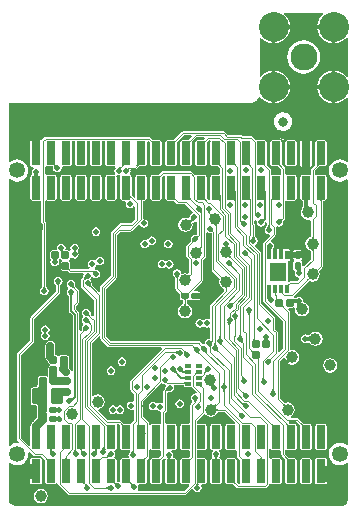
<source format=gbl>
G04*
G04 #@! TF.GenerationSoftware,Altium Limited,Altium Designer,19.0.15 (446)*
G04*
G04 Layer_Physical_Order=4*
G04 Layer_Color=16711680*
%FSLAX25Y25*%
%MOIN*%
G70*
G01*
G75*
G04:AMPARAMS|DCode=20|XSize=23.62mil|YSize=23.62mil|CornerRadius=2.36mil|HoleSize=0mil|Usage=FLASHONLY|Rotation=180.000|XOffset=0mil|YOffset=0mil|HoleType=Round|Shape=RoundedRectangle|*
%AMROUNDEDRECTD20*
21,1,0.02362,0.01890,0,0,180.0*
21,1,0.01890,0.02362,0,0,180.0*
1,1,0.00472,-0.00945,0.00945*
1,1,0.00472,0.00945,0.00945*
1,1,0.00472,0.00945,-0.00945*
1,1,0.00472,-0.00945,-0.00945*
%
%ADD20ROUNDEDRECTD20*%
G04:AMPARAMS|DCode=41|XSize=19.68mil|YSize=23.62mil|CornerRadius=1.97mil|HoleSize=0mil|Usage=FLASHONLY|Rotation=0.000|XOffset=0mil|YOffset=0mil|HoleType=Round|Shape=RoundedRectangle|*
%AMROUNDEDRECTD41*
21,1,0.01968,0.01968,0,0,0.0*
21,1,0.01575,0.02362,0,0,0.0*
1,1,0.00394,0.00787,-0.00984*
1,1,0.00394,-0.00787,-0.00984*
1,1,0.00394,-0.00787,0.00984*
1,1,0.00394,0.00787,0.00984*
%
%ADD41ROUNDEDRECTD41*%
G04:AMPARAMS|DCode=42|XSize=19.68mil|YSize=23.62mil|CornerRadius=1.97mil|HoleSize=0mil|Usage=FLASHONLY|Rotation=270.000|XOffset=0mil|YOffset=0mil|HoleType=Round|Shape=RoundedRectangle|*
%AMROUNDEDRECTD42*
21,1,0.01968,0.01968,0,0,270.0*
21,1,0.01575,0.02362,0,0,270.0*
1,1,0.00394,-0.00984,-0.00787*
1,1,0.00394,-0.00984,0.00787*
1,1,0.00394,0.00984,0.00787*
1,1,0.00394,0.00984,-0.00787*
%
%ADD42ROUNDEDRECTD42*%
G04:AMPARAMS|DCode=43|XSize=23.62mil|YSize=23.62mil|CornerRadius=2.36mil|HoleSize=0mil|Usage=FLASHONLY|Rotation=270.000|XOffset=0mil|YOffset=0mil|HoleType=Round|Shape=RoundedRectangle|*
%AMROUNDEDRECTD43*
21,1,0.02362,0.01890,0,0,270.0*
21,1,0.01890,0.02362,0,0,270.0*
1,1,0.00472,-0.00945,-0.00945*
1,1,0.00472,-0.00945,0.00945*
1,1,0.00472,0.00945,0.00945*
1,1,0.00472,0.00945,-0.00945*
%
%ADD43ROUNDEDRECTD43*%
%ADD80C,0.02000*%
%ADD91C,0.00400*%
%ADD92C,0.00500*%
%ADD94C,0.01200*%
%ADD95C,0.01000*%
%ADD96C,0.02000*%
%ADD97C,0.02500*%
%ADD98C,0.05315*%
%ADD99C,0.09000*%
%ADD100C,0.10000*%
%ADD101C,0.01968*%
%ADD102C,0.01300*%
%ADD103C,0.02756*%
%ADD104C,0.03937*%
G04:AMPARAMS|DCode=105|XSize=53.15mil|YSize=37.4mil|CornerRadius=4.68mil|HoleSize=0mil|Usage=FLASHONLY|Rotation=270.000|XOffset=0mil|YOffset=0mil|HoleType=Round|Shape=RoundedRectangle|*
%AMROUNDEDRECTD105*
21,1,0.05315,0.02805,0,0,270.0*
21,1,0.04380,0.03740,0,0,270.0*
1,1,0.00935,-0.01403,-0.02190*
1,1,0.00935,-0.01403,0.02190*
1,1,0.00935,0.01403,0.02190*
1,1,0.00935,0.01403,-0.02190*
%
%ADD105ROUNDEDRECTD105*%
G04:AMPARAMS|DCode=106|XSize=78.74mil|YSize=29.13mil|CornerRadius=2.91mil|HoleSize=0mil|Usage=FLASHONLY|Rotation=270.000|XOffset=0mil|YOffset=0mil|HoleType=Round|Shape=RoundedRectangle|*
%AMROUNDEDRECTD106*
21,1,0.07874,0.02331,0,0,270.0*
21,1,0.07291,0.02913,0,0,270.0*
1,1,0.00583,-0.01165,-0.03646*
1,1,0.00583,-0.01165,0.03646*
1,1,0.00583,0.01165,0.03646*
1,1,0.00583,0.01165,-0.03646*
%
%ADD106ROUNDEDRECTD106*%
%ADD107R,0.05512X0.05906*%
G04:AMPARAMS|DCode=108|XSize=11.81mil|YSize=29.53mil|CornerRadius=1.18mil|HoleSize=0mil|Usage=FLASHONLY|Rotation=180.000|XOffset=0mil|YOffset=0mil|HoleType=Round|Shape=RoundedRectangle|*
%AMROUNDEDRECTD108*
21,1,0.01181,0.02717,0,0,180.0*
21,1,0.00945,0.02953,0,0,180.0*
1,1,0.00236,-0.00472,0.01358*
1,1,0.00236,0.00472,0.01358*
1,1,0.00236,0.00472,-0.01358*
1,1,0.00236,-0.00472,-0.01358*
%
%ADD108ROUNDEDRECTD108*%
G04:AMPARAMS|DCode=109|XSize=15.75mil|YSize=19.68mil|CornerRadius=1.58mil|HoleSize=0mil|Usage=FLASHONLY|Rotation=270.000|XOffset=0mil|YOffset=0mil|HoleType=Round|Shape=RoundedRectangle|*
%AMROUNDEDRECTD109*
21,1,0.01575,0.01654,0,0,270.0*
21,1,0.01260,0.01968,0,0,270.0*
1,1,0.00315,-0.00827,-0.00630*
1,1,0.00315,-0.00827,0.00630*
1,1,0.00315,0.00827,0.00630*
1,1,0.00315,0.00827,-0.00630*
%
%ADD109ROUNDEDRECTD109*%
G04:AMPARAMS|DCode=110|XSize=11.81mil|YSize=19.68mil|CornerRadius=1.18mil|HoleSize=0mil|Usage=FLASHONLY|Rotation=270.000|XOffset=0mil|YOffset=0mil|HoleType=Round|Shape=RoundedRectangle|*
%AMROUNDEDRECTD110*
21,1,0.01181,0.01732,0,0,270.0*
21,1,0.00945,0.01968,0,0,270.0*
1,1,0.00236,-0.00866,-0.00472*
1,1,0.00236,-0.00866,0.00472*
1,1,0.00236,0.00866,0.00472*
1,1,0.00236,0.00866,-0.00472*
%
%ADD110ROUNDEDRECTD110*%
%ADD111C,0.03150*%
G36*
X107247Y166815D02*
X107417Y166315D01*
X106865Y165891D01*
X105983Y164742D01*
X105429Y163404D01*
X105319Y162568D01*
X110787D01*
Y161969D01*
X111387D01*
Y156500D01*
X112223Y156610D01*
X113561Y157164D01*
X114710Y158046D01*
X115097Y158550D01*
X115597Y158380D01*
X115596Y145558D01*
X115096Y145388D01*
X114710Y145891D01*
X113561Y146773D01*
X112223Y147327D01*
X111387Y147437D01*
Y141969D01*
Y136500D01*
X112223Y136610D01*
X113561Y137164D01*
X114710Y138046D01*
X115096Y138549D01*
X115596Y138379D01*
X115595Y117272D01*
X115095Y117025D01*
X114648Y117368D01*
X113758Y117737D01*
X112803Y117862D01*
X111848Y117737D01*
X110959Y117368D01*
X110195Y116782D01*
X109608Y116018D01*
X109240Y115128D01*
X109114Y114173D01*
X109240Y113218D01*
X109608Y112329D01*
X110195Y111565D01*
X110959Y110978D01*
X111848Y110610D01*
X112803Y110484D01*
X113758Y110610D01*
X114648Y110978D01*
X115094Y111321D01*
X115594Y111075D01*
X115590Y22787D01*
X115090Y22540D01*
X114648Y22880D01*
X113758Y23248D01*
X112803Y23374D01*
X111848Y23248D01*
X110959Y22880D01*
X110195Y22294D01*
X109608Y21530D01*
X109240Y20640D01*
X109114Y19685D01*
X109240Y18730D01*
X109608Y17841D01*
X110195Y17076D01*
X110959Y16490D01*
X111848Y16122D01*
X112803Y15996D01*
X113758Y16122D01*
X114648Y16490D01*
X115090Y16829D01*
X115590Y16583D01*
X115589Y4670D01*
Y4227D01*
X115250Y3410D01*
X114624Y2784D01*
X113806Y2445D01*
X113364Y2445D01*
X4959Y2466D01*
X4707Y2466D01*
X4213Y2564D01*
X3747Y2757D01*
X3328Y3037D01*
X2971Y3394D01*
X2691Y3813D01*
X2498Y4279D01*
X2400Y4773D01*
Y16675D01*
X2900Y16922D01*
X3463Y16490D01*
X4352Y16122D01*
X5307Y15996D01*
X6262Y16122D01*
X7152Y16490D01*
X7916Y17076D01*
X8502Y17841D01*
X8870Y18730D01*
X8996Y19685D01*
X8940Y20115D01*
X9413Y20349D01*
X10635Y19127D01*
X11094Y18937D01*
X13314D01*
X14685Y17566D01*
Y10331D01*
X14739Y10061D01*
X14891Y9832D01*
X15120Y9680D01*
X15390Y9626D01*
X17720D01*
X17990Y9680D01*
X18219Y9832D01*
X18349Y10027D01*
X18385Y10032D01*
X18849Y9765D01*
X19039Y9305D01*
X22085Y6260D01*
X22544Y6069D01*
X61122D01*
X61581Y6260D01*
X63478Y8157D01*
X64021Y7992D01*
X64035Y7918D01*
X64345Y7455D01*
X64808Y7146D01*
X65354Y7037D01*
X65900Y7146D01*
X66364Y7455D01*
X66673Y7918D01*
X66782Y8465D01*
X66673Y9011D01*
X66596Y9126D01*
X66863Y9626D01*
X67721D01*
X67990Y9680D01*
X68219Y9832D01*
X68372Y10061D01*
X68425Y10331D01*
Y17622D01*
X68372Y17892D01*
X68219Y18121D01*
X67990Y18273D01*
X67721Y18327D01*
X65390D01*
X65148Y18526D01*
Y20845D01*
X65390Y21043D01*
X67721D01*
X67990Y21097D01*
X68219Y21250D01*
X68372Y21478D01*
X68425Y21748D01*
Y29039D01*
X68372Y29309D01*
X68219Y29538D01*
X67990Y29691D01*
X67721Y29744D01*
X65390D01*
X65148Y29943D01*
Y30568D01*
X67472Y32892D01*
X68116Y32829D01*
X68174Y32741D01*
X68958Y32218D01*
X69882Y32034D01*
X70806Y32218D01*
X71589Y32741D01*
X72113Y33525D01*
X72168Y33799D01*
X74244D01*
X77810Y30233D01*
X77778Y30060D01*
X77592Y29744D01*
X75390D01*
X75120Y29691D01*
X74891Y29538D01*
X74739Y29309D01*
X74685Y29039D01*
Y21748D01*
X74739Y21478D01*
X74891Y21250D01*
X75120Y21097D01*
X75390Y21043D01*
X77720D01*
X77990Y21097D01*
X78484Y20826D01*
Y19094D01*
X78675Y18635D01*
X79685Y17624D01*
X79685Y17622D01*
Y10331D01*
X79711Y10197D01*
X79411Y9753D01*
X79393Y9735D01*
X79022Y9696D01*
X78419Y10299D01*
X78425Y10331D01*
Y17622D01*
X78372Y17892D01*
X78219Y18121D01*
X77990Y18273D01*
X77720Y18327D01*
X75390D01*
X75120Y18273D01*
X74891Y18121D01*
X74739Y17892D01*
X74685Y17622D01*
Y10331D01*
X74739Y10061D01*
X74891Y9832D01*
X75120Y9680D01*
X75390Y9626D01*
X77246D01*
X77254Y9622D01*
X77272Y9608D01*
X78431Y8450D01*
X78890Y8260D01*
X87813D01*
X88272Y8450D01*
X89158Y9336D01*
X89335Y9765D01*
X89479Y9822D01*
X89848Y9897D01*
X89891Y9832D01*
X90120Y9680D01*
X90390Y9626D01*
X92721D01*
X92990Y9680D01*
X93219Y9832D01*
X93372Y10061D01*
X93425Y10331D01*
Y17622D01*
X93372Y17892D01*
X93219Y18121D01*
X92990Y18273D01*
X92721Y18327D01*
X90390D01*
X90120Y18273D01*
X89891Y18121D01*
X89848Y18055D01*
X89348Y18207D01*
Y21163D01*
X89848Y21315D01*
X89891Y21250D01*
X90120Y21097D01*
X90390Y21043D01*
X92721D01*
X92743Y21048D01*
X93208Y20733D01*
X93243Y20676D01*
Y19498D01*
X93433Y19039D01*
X94712Y17759D01*
X94685Y17622D01*
Y10331D01*
X94739Y10061D01*
X94891Y9832D01*
X95120Y9680D01*
X95390Y9626D01*
X97720D01*
X97990Y9680D01*
X98219Y9832D01*
X98372Y10061D01*
X98425Y10331D01*
Y17622D01*
X98372Y17892D01*
X98219Y18121D01*
X97990Y18273D01*
X97720Y18327D01*
X96001D01*
X95995Y18330D01*
X95969Y18345D01*
X95952Y18356D01*
X94542Y19767D01*
Y20928D01*
X94569Y20953D01*
X95042Y21149D01*
X95120Y21097D01*
X95390Y21043D01*
X97720D01*
X97990Y21097D01*
X98219Y21250D01*
X98372Y21478D01*
X98425Y21748D01*
Y29039D01*
X98372Y29309D01*
X98219Y29538D01*
X97990Y29691D01*
X97720Y29744D01*
X96035D01*
X95790Y30038D01*
X95991Y30504D01*
X98306D01*
X99699Y29111D01*
X99685Y29039D01*
Y21748D01*
X99739Y21478D01*
X99891Y21250D01*
X100120Y21097D01*
X100390Y21043D01*
X102720D01*
X102990Y21097D01*
X103219Y21250D01*
X103372Y21478D01*
X103425Y21748D01*
Y29039D01*
X103372Y29309D01*
X103219Y29538D01*
X102990Y29691D01*
X102720Y29744D01*
X100915D01*
X100899Y29754D01*
X100880Y29766D01*
X99034Y31613D01*
X98575Y31803D01*
X96676D01*
X96524Y32303D01*
X97180Y32741D01*
X97703Y33525D01*
X97887Y34449D01*
X97703Y35373D01*
X97180Y36156D01*
X96397Y36680D01*
X95472Y36864D01*
X94548Y36680D01*
X94492Y36642D01*
X92923Y38211D01*
Y50764D01*
X93874Y51716D01*
X94417Y51551D01*
X94525Y51005D01*
X94684Y50768D01*
X94700Y50771D01*
X94747Y50790D01*
X94768Y50802D01*
X94798Y50844D01*
X94866Y50956D01*
X94917Y51062D01*
X94952Y51162D01*
X94971Y51255D01*
X94973Y51342D01*
X94959Y51422D01*
X96304Y50077D01*
X96224Y50091D01*
X96137Y50089D01*
X96044Y50070D01*
X95944Y50035D01*
X95838Y49984D01*
X95726Y49916D01*
X95606Y49831D01*
X95606Y49831D01*
X95887Y49643D01*
X96850Y49452D01*
X97813Y49643D01*
X98630Y50189D01*
X99176Y51005D01*
X99367Y51968D01*
X99176Y52932D01*
X98630Y53748D01*
X97813Y54294D01*
X96850Y54485D01*
X96636Y54443D01*
X96249Y54760D01*
Y67100D01*
X96059Y67559D01*
X95633Y67985D01*
X95840Y68485D01*
X97117D01*
X97365Y68535D01*
X97400Y68558D01*
X97850Y68258D01*
X97782Y67913D01*
X97966Y66989D01*
X98489Y66206D01*
X99273Y65682D01*
X100197Y65499D01*
X101121Y65682D01*
X101904Y66206D01*
X102428Y66989D01*
X102612Y67913D01*
X102428Y68837D01*
X101904Y69621D01*
X101121Y70144D01*
X100791Y70210D01*
X100513Y70626D01*
X100542Y70768D01*
X100433Y71314D01*
X100124Y71777D01*
X99660Y72087D01*
X99114Y72195D01*
X98568Y72087D01*
X98174Y71823D01*
X97813Y71801D01*
X97711Y71801D01*
X97425Y72186D01*
X97400Y72269D01*
X102583Y77452D01*
X102816Y77297D01*
X103740Y77113D01*
X104664Y77297D01*
X105448Y77820D01*
X105971Y78603D01*
X106155Y79528D01*
X105971Y80452D01*
X105816Y80685D01*
X106955Y81824D01*
X107146Y82283D01*
Y104114D01*
X107720D01*
X107990Y104168D01*
X108219Y104321D01*
X108372Y104549D01*
X108425Y104819D01*
Y112110D01*
X108372Y112380D01*
X108219Y112609D01*
X107990Y112761D01*
X107720Y112815D01*
X105390D01*
X105185Y112774D01*
X105029Y112827D01*
X104685Y113072D01*
Y114199D01*
X105984Y115499D01*
X106001Y115510D01*
X106027Y115525D01*
X106040Y115531D01*
X107720D01*
X107990Y115585D01*
X108219Y115738D01*
X108372Y115966D01*
X108425Y116236D01*
Y123528D01*
X108372Y123797D01*
X108219Y124026D01*
X107990Y124179D01*
X107720Y124232D01*
X105390D01*
X105120Y124179D01*
X104891Y124026D01*
X104739Y123797D01*
X104685Y123528D01*
Y116236D01*
X104718Y116070D01*
X103576Y114928D01*
X103386Y114469D01*
Y113098D01*
X103238Y112973D01*
X102886Y112782D01*
X102720Y112815D01*
X100390D01*
X100120Y112761D01*
X99891Y112609D01*
X99739Y112380D01*
X99685Y112110D01*
Y104819D01*
X99739Y104549D01*
X99891Y104321D01*
X99955Y104278D01*
X99956Y104277D01*
X99959Y104276D01*
X100120Y104168D01*
X100304Y104131D01*
X100321Y104112D01*
X100353Y104057D01*
X100389Y103964D01*
X100423Y103834D01*
X100449Y103667D01*
X100466Y103467D01*
X100472Y103223D01*
X100485Y103196D01*
Y103046D01*
X100472Y103018D01*
X100468Y102815D01*
X100457Y102635D01*
X100409Y102277D01*
X100375Y102120D01*
X100334Y101965D01*
X100285Y101818D01*
X100230Y101679D01*
X100168Y101546D01*
X100092Y101408D01*
X100091Y101400D01*
X100085Y101395D01*
X100081Y101340D01*
X99934Y101121D01*
X99750Y100197D01*
X99934Y99273D01*
X100458Y98489D01*
X101241Y97966D01*
X102165Y97782D01*
X102591Y97867D01*
X103091Y97456D01*
Y92049D01*
X102816Y91995D01*
X102033Y91471D01*
X101509Y90688D01*
X101325Y89764D01*
X101509Y88840D01*
X102033Y88056D01*
X102816Y87533D01*
X103091Y87478D01*
Y84619D01*
X100752Y82281D01*
X100252Y82488D01*
Y83465D01*
X100063Y83921D01*
X100036Y83933D01*
X100019Y83981D01*
X100022Y84479D01*
X100109Y84537D01*
X100263Y84768D01*
X100317Y85039D01*
Y86005D01*
X100265Y85945D01*
X100125Y85757D01*
X100010Y85584D01*
X99921Y85426D01*
X99857Y85282D01*
X99819Y85153D01*
X99806Y85039D01*
X98897Y87196D01*
X98958Y87098D01*
X99041Y87039D01*
X99146Y87019D01*
X99274Y87038D01*
X99425Y87097D01*
X99598Y87194D01*
X99793Y87331D01*
X99969Y87473D01*
X99996Y87513D01*
X100018Y87552D01*
X100024Y87567D01*
X99878Y87664D01*
X99606Y87718D01*
X98032D01*
X97760Y87664D01*
X97529Y87510D01*
X97375Y87280D01*
X97321Y87008D01*
Y86705D01*
X97332Y86708D01*
X97466Y86755D01*
X97584Y86813D01*
X97685Y86881D01*
X97770Y86960D01*
X97838Y87050D01*
X97890Y87149D01*
Y84898D01*
X97838Y84998D01*
X97770Y85087D01*
X97685Y85166D01*
X97584Y85234D01*
X97466Y85292D01*
X97332Y85339D01*
X97321Y85342D01*
Y85039D01*
X97375Y84768D01*
X97529Y84537D01*
X97615Y84479D01*
X97619Y83981D01*
X97602Y83933D01*
X97575Y83921D01*
X97386Y83465D01*
Y81496D01*
X97575Y81039D01*
X97653Y81007D01*
X97894Y80467D01*
X97785Y79921D01*
X97894Y79375D01*
X98203Y78912D01*
X98666Y78602D01*
X99212Y78494D01*
X99457Y78032D01*
X98601Y77177D01*
X96213D01*
X95979Y77080D01*
X95488Y77360D01*
X95479Y77373D01*
X95479Y83618D01*
X95636Y83862D01*
X95782Y84042D01*
X95989Y84083D01*
X96194Y84220D01*
X96330Y84424D01*
X96378Y84665D01*
Y85352D01*
X96287Y85328D01*
X96154Y85274D01*
X96045Y85208D01*
X95960Y85130D01*
X95899Y85040D01*
X95863Y84938D01*
X95851Y84824D01*
Y87224D01*
X95863Y87110D01*
X95899Y87008D01*
X95960Y86918D01*
X96045Y86840D01*
X96154Y86774D01*
X96287Y86720D01*
X96378Y86695D01*
Y87382D01*
X96330Y87623D01*
X96194Y87827D01*
X95989Y87964D01*
X95748Y88012D01*
X94803D01*
X94562Y87964D01*
X94291Y87854D01*
X94021Y87964D01*
X93779Y88012D01*
X92835D01*
X92593Y87964D01*
X92323Y87854D01*
X92052Y87964D01*
X91811Y88012D01*
X91126D01*
X90838Y88481D01*
X90947Y89028D01*
X90838Y89574D01*
X90529Y90037D01*
X90066Y90346D01*
X89933Y90373D01*
X89768Y90915D01*
X91258Y92406D01*
X91449Y92865D01*
Y95281D01*
X91687Y95480D01*
X91906Y95577D01*
X91973Y95532D01*
X92520Y95423D01*
X93066Y95532D01*
X93529Y95841D01*
X93838Y96304D01*
X93942Y96824D01*
X93952Y96847D01*
X93960Y97094D01*
X93969Y97184D01*
X93983Y97268D01*
X93999Y97339D01*
X94017Y97398D01*
X94036Y97444D01*
X94041Y97453D01*
X94481Y97893D01*
X94671Y98352D01*
Y103867D01*
X95078Y104139D01*
X95171Y104158D01*
X95390Y104114D01*
X97720D01*
X97990Y104168D01*
X98219Y104321D01*
X98372Y104549D01*
X98425Y104819D01*
Y112110D01*
X98372Y112380D01*
X98219Y112609D01*
X97990Y112761D01*
X97720Y112815D01*
X95390D01*
X95171Y112771D01*
X95078Y112790D01*
X94671Y113063D01*
Y114743D01*
X94481Y115202D01*
X93440Y116242D01*
X93443Y116246D01*
X93425Y116329D01*
Y123528D01*
X93372Y123797D01*
X93219Y124026D01*
X93208Y124047D01*
X93399Y124507D01*
X93547Y124478D01*
X93878Y124412D01*
X94457Y124527D01*
X94948Y124855D01*
X95276Y125346D01*
X95391Y125925D01*
X95276Y126504D01*
X94970Y126962D01*
X94954Y127028D01*
X95049Y127529D01*
X95370Y127662D01*
X95886Y128006D01*
X96324Y128445D01*
X96669Y128961D01*
X96907Y129534D01*
X97028Y130143D01*
Y130763D01*
X96907Y131371D01*
X96669Y131945D01*
X96324Y132460D01*
X95886Y132899D01*
X95370Y133244D01*
X94797Y133481D01*
X94188Y133602D01*
X93568D01*
X92959Y133481D01*
X92386Y133244D01*
X91870Y132899D01*
X91431Y132460D01*
X91087Y131945D01*
X90849Y131371D01*
X90728Y130763D01*
Y130143D01*
X90849Y129534D01*
X91087Y128961D01*
X91431Y128445D01*
X91870Y128006D01*
X92386Y127662D01*
X92707Y127529D01*
X92802Y127028D01*
X92786Y126962D01*
X92480Y126504D01*
X92365Y125925D01*
X92480Y125346D01*
X92808Y124855D01*
X92979Y124741D01*
X93085Y124670D01*
X92890Y124199D01*
X92721Y124232D01*
X90390D01*
X90120Y124179D01*
X89891Y124026D01*
X89739Y123797D01*
X89685Y123528D01*
Y116236D01*
X89739Y115966D01*
X89891Y115738D01*
X90120Y115585D01*
X90390Y115531D01*
X92107D01*
X92110Y115529D01*
X92147Y115531D01*
X92293D01*
X92299Y115528D01*
X92302Y115528D01*
X92321Y115518D01*
X92340Y115505D01*
X93372Y114474D01*
Y113108D01*
X93242Y112990D01*
X92872Y112785D01*
X92721Y112815D01*
X90390D01*
X90323Y112802D01*
X89886Y113078D01*
X89823Y113164D01*
Y114473D01*
X89632Y114932D01*
X88409Y116155D01*
X88425Y116236D01*
Y123528D01*
X88372Y123797D01*
X88219Y124026D01*
X87990Y124179D01*
X87721Y124232D01*
X85390D01*
X85120Y124179D01*
X84958Y124228D01*
X84958Y124229D01*
X83825Y125361D01*
X83366Y125551D01*
X80485D01*
X80162Y125875D01*
X79702Y126065D01*
X75640D01*
X74573Y127132D01*
X74114Y127323D01*
X60532D01*
X60072Y127132D01*
X57198Y124258D01*
X57180Y124246D01*
X57157Y124232D01*
X55390D01*
X55120Y124179D01*
X54891Y124026D01*
X54738Y123797D01*
X54685Y123528D01*
Y116236D01*
X54738Y115966D01*
X54891Y115738D01*
X55120Y115585D01*
X55390Y115531D01*
X57721D01*
X57990Y115585D01*
X58219Y115738D01*
X58372Y115966D01*
X58425Y116236D01*
Y123528D01*
X58405Y123628D01*
X60800Y126024D01*
X63330D01*
X63521Y125562D01*
X62216Y124256D01*
X62198Y124244D01*
X62178Y124232D01*
X60390D01*
X60120Y124179D01*
X59891Y124026D01*
X59738Y123797D01*
X59685Y123528D01*
Y116236D01*
X59738Y115966D01*
X59891Y115738D01*
X60120Y115585D01*
X60390Y115531D01*
X62721D01*
X62990Y115585D01*
X63219Y115738D01*
X63372Y115966D01*
X63425Y116236D01*
Y123528D01*
X63408Y123612D01*
X65020Y125224D01*
X67550D01*
X67741Y124762D01*
X67234Y124254D01*
X67215Y124242D01*
X67199Y124232D01*
X65390D01*
X65120Y124179D01*
X64891Y124026D01*
X64739Y123797D01*
X64685Y123528D01*
Y116236D01*
X64739Y115966D01*
X64891Y115738D01*
X65120Y115585D01*
X65390Y115531D01*
X67721D01*
X67990Y115585D01*
X68219Y115738D01*
X68372Y115966D01*
X68425Y116236D01*
Y123528D01*
X68412Y123596D01*
X69148Y124332D01*
X69569Y124309D01*
X69767Y123840D01*
X69739Y123797D01*
X69685Y123528D01*
Y116236D01*
X69739Y115966D01*
X69891Y115738D01*
X70120Y115585D01*
X70390Y115531D01*
X72134D01*
X72142Y115525D01*
X72207Y115531D01*
X72318D01*
X72321Y115530D01*
X72321Y115530D01*
X72338Y115521D01*
X72358Y115507D01*
X72998Y114867D01*
Y113270D01*
X72720Y112815D01*
X70390D01*
X70120Y112761D01*
X69891Y112609D01*
X69739Y112380D01*
X69685Y112110D01*
Y104819D01*
X69687Y104811D01*
X69362Y104333D01*
X69316Y104306D01*
X69061Y104299D01*
X68425Y104934D01*
Y104996D01*
X68426Y104998D01*
X68425Y105000D01*
Y112110D01*
X68372Y112380D01*
X68219Y112609D01*
X67990Y112761D01*
X67721Y112815D01*
X65390D01*
X65120Y112761D01*
X65107Y112753D01*
X64849Y112625D01*
X64413Y112793D01*
X63549Y113658D01*
X63090Y113848D01*
X53750D01*
X53290Y113658D01*
X52448Y112815D01*
X50390D01*
X50120Y112761D01*
X49891Y112609D01*
X49738Y112380D01*
X49685Y112110D01*
Y104819D01*
X49738Y104549D01*
X49891Y104321D01*
X50120Y104168D01*
X50390Y104114D01*
X52720D01*
X52990Y104168D01*
X53219Y104321D01*
X53372Y104549D01*
X53425Y104819D01*
Y111861D01*
X53425Y111862D01*
X53425Y111862D01*
Y111956D01*
X53861Y112392D01*
X54448Y112378D01*
X54685Y112110D01*
Y104819D01*
X54738Y104549D01*
X54891Y104321D01*
X55120Y104168D01*
X55390Y104114D01*
X57367D01*
X57374Y104109D01*
X58442Y103041D01*
X58902Y102851D01*
X61294D01*
X63838Y100306D01*
X63673Y99765D01*
X63291Y99509D01*
X62981Y99046D01*
X62878Y98527D01*
X62856Y98499D01*
X62361Y98282D01*
X62360Y98282D01*
X62341Y98294D01*
X61417Y98478D01*
X60493Y98294D01*
X59710Y97771D01*
X59186Y96987D01*
X59002Y96063D01*
X59186Y95139D01*
X59710Y94355D01*
X60493Y93832D01*
X61417Y93648D01*
X62341Y93832D01*
X63125Y94355D01*
X63648Y95139D01*
X63832Y96063D01*
X63726Y96599D01*
X63784Y96711D01*
X64131Y97063D01*
X64173Y97066D01*
X64294Y97067D01*
X64313Y97075D01*
X64750Y97162D01*
X65251Y96896D01*
Y92870D01*
X65243Y92866D01*
X65196Y92846D01*
X65136Y92827D01*
X65063Y92810D01*
X64984Y92796D01*
X64768Y92776D01*
X64646Y92773D01*
X64609Y92756D01*
X64119Y92659D01*
X63656Y92349D01*
X63347Y91886D01*
X63243Y91367D01*
X63233Y91343D01*
X63225Y91096D01*
X63216Y91006D01*
X63202Y90922D01*
X63186Y90851D01*
X63168Y90792D01*
X63149Y90746D01*
X63144Y90737D01*
X61893Y89487D01*
X61703Y89028D01*
Y85668D01*
X61893Y85209D01*
X62551Y84552D01*
Y80120D01*
X62388Y79988D01*
X62050Y79809D01*
X61221Y79974D01*
X60465Y79824D01*
X60260Y79825D01*
X59930Y80146D01*
X59885Y80373D01*
X59575Y80836D01*
X59112Y81146D01*
X58566Y81254D01*
X58020Y81146D01*
X57556Y80836D01*
X57247Y80373D01*
X57138Y79827D01*
X57247Y79281D01*
X57541Y78840D01*
X57550Y78816D01*
X57720Y78636D01*
X57777Y78565D01*
X57827Y78497D01*
X57865Y78435D01*
X57894Y78380D01*
X57914Y78334D01*
X57916Y78325D01*
Y74899D01*
X58107Y74440D01*
X59492Y73054D01*
Y71555D01*
X59681Y71098D01*
X60138Y70909D01*
X60473D01*
Y69589D01*
X60296Y69554D01*
X59513Y69030D01*
X58989Y68247D01*
X58806Y67323D01*
X58989Y66399D01*
X59513Y65615D01*
X60296Y65092D01*
X61221Y64908D01*
X62145Y65092D01*
X62928Y65615D01*
X63451Y66399D01*
X63635Y67323D01*
X63451Y68247D01*
X62928Y69030D01*
X62145Y69554D01*
X61772Y69628D01*
Y70909D01*
X62106D01*
X62563Y71098D01*
X62574Y71126D01*
X62623Y71143D01*
X63121Y71139D01*
X63179Y71053D01*
X63409Y70899D01*
X63681Y70845D01*
X65650D01*
X65921Y70899D01*
X66152Y71053D01*
X66306Y71283D01*
X66360Y71555D01*
Y73130D01*
X66306Y73402D01*
X66152Y73632D01*
X65921Y73786D01*
X65650Y73840D01*
X64389D01*
X64197Y74302D01*
X67055Y77161D01*
X67246Y77620D01*
Y84297D01*
X68106Y85157D01*
X68296Y85617D01*
Y93319D01*
X68796Y93587D01*
X68954Y93481D01*
X69384Y93396D01*
X69441Y93368D01*
X69566Y93362D01*
X69785Y93336D01*
X69867Y93320D01*
X69942Y93301D01*
X70003Y93281D01*
X70052Y93260D01*
X70062Y93255D01*
X70064Y93253D01*
Y81255D01*
X70254Y80796D01*
X72925Y78126D01*
X72769Y77893D01*
X72585Y76968D01*
X72769Y76044D01*
X73292Y75261D01*
X74076Y74737D01*
X74351Y74683D01*
Y74161D01*
X69645Y69455D01*
X69454Y68996D01*
Y64802D01*
X68954Y64537D01*
X68500Y64627D01*
X67954Y64519D01*
X67667Y64327D01*
X67332Y64244D01*
X66965Y64323D01*
X66688Y64508D01*
X66142Y64616D01*
X65596Y64508D01*
X65132Y64198D01*
X64823Y63735D01*
X64714Y63189D01*
X64823Y62643D01*
X65132Y62180D01*
X65596Y61870D01*
X66142Y61761D01*
X66688Y61870D01*
X66975Y62062D01*
X67309Y62146D01*
X67677Y62066D01*
X67954Y61881D01*
X68500Y61773D01*
X68954Y61863D01*
X69454Y61598D01*
Y58196D01*
X69265Y58040D01*
X68718Y57931D01*
X68255Y57622D01*
X67946Y57159D01*
X67842Y56637D01*
X67838Y56615D01*
X67836Y56609D01*
X67589Y56306D01*
X67071Y56288D01*
X66404Y56955D01*
X66404Y56955D01*
X66194Y57165D01*
X65735Y57355D01*
X36427D01*
X35012Y58770D01*
Y74793D01*
X38366Y78146D01*
X38556Y78606D01*
Y92608D01*
X39627Y93679D01*
X43028D01*
X43487Y93870D01*
X45713Y96096D01*
X45927Y96031D01*
X46220Y95896D01*
X46491Y95491D01*
X46954Y95181D01*
X47500Y95073D01*
X48046Y95181D01*
X48509Y95491D01*
X48819Y95954D01*
X48927Y96500D01*
X48819Y97046D01*
X48509Y97509D01*
X48046Y97819D01*
X47711Y97885D01*
X47500Y97927D01*
X47249Y98387D01*
Y104114D01*
X47721D01*
X47990Y104168D01*
X48219Y104321D01*
X48372Y104549D01*
X48425Y104819D01*
Y112110D01*
X48372Y112380D01*
X48219Y112609D01*
X47990Y112761D01*
X47721Y112815D01*
X45390D01*
X45120Y112761D01*
X44891Y112609D01*
X44739Y112380D01*
X44685Y112110D01*
Y105341D01*
X44185Y105133D01*
X43476Y105842D01*
X43468Y105855D01*
X43451Y105883D01*
X43440Y105907D01*
X43433Y105927D01*
X43429Y105941D01*
X43427Y105952D01*
X43426Y105984D01*
X43425Y105984D01*
Y112110D01*
X43372Y112380D01*
X43219Y112609D01*
X43002Y112754D01*
X42988Y112768D01*
X42799Y113302D01*
X42955Y113534D01*
X43063Y114080D01*
X43057Y114112D01*
X43374Y114499D01*
X44479D01*
X44938Y114689D01*
X45771Y115522D01*
X45785Y115531D01*
X47721D01*
X47990Y115585D01*
X48219Y115738D01*
X48372Y115966D01*
X48425Y116236D01*
Y123528D01*
X48760Y123946D01*
X49090Y124008D01*
X49685Y123412D01*
Y123351D01*
X49684Y123348D01*
X49685Y123346D01*
Y116236D01*
X49738Y115966D01*
X49891Y115738D01*
X50120Y115585D01*
X50390Y115531D01*
X52720D01*
X52990Y115585D01*
X53219Y115738D01*
X53372Y115966D01*
X53425Y116236D01*
Y123528D01*
X53372Y123797D01*
X53219Y124026D01*
X52990Y124179D01*
X52720Y124232D01*
X50702D01*
X50701Y124233D01*
X49672Y125262D01*
X49213Y125453D01*
X14764D01*
X14305Y125262D01*
X13517Y124475D01*
X13029Y124273D01*
X12910Y124297D01*
X12950Y123711D01*
X12984Y123637D01*
X10127D01*
X10161Y123711D01*
X10191Y123828D01*
X10218Y123988D01*
X10248Y124306D01*
X10081Y124273D01*
X9819Y124098D01*
X9644Y123836D01*
X9583Y123528D01*
Y116236D01*
X9644Y115928D01*
X9819Y115666D01*
X10081Y115491D01*
X10390Y115429D01*
X10663D01*
X10815Y114929D01*
X10605Y114789D01*
X10295Y114326D01*
X10187Y113779D01*
X10295Y113233D01*
X10183Y112932D01*
X10044Y112710D01*
X9891Y112609D01*
X9738Y112380D01*
X9685Y112110D01*
Y104819D01*
X9738Y104549D01*
X9891Y104321D01*
X10120Y104168D01*
X10390Y104114D01*
X12720D01*
X12827Y104135D01*
X13239Y103889D01*
X13327Y103791D01*
Y97047D01*
X13517Y96588D01*
X13746Y96359D01*
Y94452D01*
X13721Y94391D01*
Y75517D01*
X13718Y75508D01*
X13698Y75462D01*
X13670Y75407D01*
X13631Y75346D01*
X13585Y75282D01*
X13446Y75120D01*
X13361Y75033D01*
X13353Y75014D01*
X13051Y74562D01*
X12943Y74016D01*
X13051Y73470D01*
X13361Y73006D01*
X13824Y72697D01*
X14370Y72588D01*
X14916Y72697D01*
X15379Y73006D01*
X15689Y73470D01*
X15798Y74016D01*
X15689Y74562D01*
X15395Y75002D01*
X15385Y75026D01*
X15216Y75207D01*
X15159Y75277D01*
X15109Y75346D01*
X15071Y75407D01*
X15042Y75462D01*
X15022Y75508D01*
X15020Y75517D01*
Y94355D01*
X15045Y94416D01*
Y96628D01*
X14854Y97088D01*
X14626Y97316D01*
Y103896D01*
X15120Y104168D01*
X15390Y104114D01*
X17720D01*
X17990Y104168D01*
X18219Y104321D01*
X18372Y104549D01*
X18425Y104819D01*
Y112110D01*
X18372Y112380D01*
X18219Y112609D01*
X17990Y112761D01*
X17720Y112815D01*
X15390D01*
X15120Y112761D01*
X14626Y113033D01*
Y115314D01*
X15120Y115585D01*
X15390Y115531D01*
X17194D01*
X17203Y115508D01*
X17221Y115450D01*
X17238Y115378D01*
X17250Y115300D01*
X17267Y115087D01*
X17268Y114966D01*
X17276Y114947D01*
X17382Y114414D01*
X17691Y113951D01*
X18155Y113642D01*
X18701Y113533D01*
X19247Y113642D01*
X19710Y113951D01*
X20020Y114414D01*
X20128Y114961D01*
X20105Y115078D01*
X20230Y115277D01*
X20525Y115531D01*
X22720D01*
X22990Y115585D01*
X23219Y115738D01*
X23372Y115966D01*
X23425Y116236D01*
Y123528D01*
X23400Y123654D01*
X23629Y124050D01*
X23735Y124154D01*
X24375D01*
X24481Y124050D01*
X24710Y123654D01*
X24685Y123528D01*
Y116236D01*
X24739Y115966D01*
X24891Y115738D01*
X25120Y115585D01*
X25390Y115531D01*
X27720D01*
X27990Y115585D01*
X28219Y115738D01*
X28372Y115966D01*
X28425Y116236D01*
Y123528D01*
X28400Y123654D01*
X28629Y124050D01*
X28735Y124154D01*
X29375D01*
X29481Y124050D01*
X29710Y123654D01*
X29685Y123528D01*
Y116236D01*
X29739Y115966D01*
X29891Y115738D01*
X30120Y115585D01*
X30390Y115531D01*
X32721D01*
X32990Y115585D01*
X33219Y115738D01*
X33372Y115966D01*
X33425Y116236D01*
Y123528D01*
X33400Y123654D01*
X33629Y124050D01*
X33735Y124154D01*
X34375D01*
X34481Y124050D01*
X34710Y123654D01*
X34685Y123528D01*
Y116236D01*
X34738Y115966D01*
X34891Y115738D01*
X35120Y115585D01*
X35390Y115531D01*
X37721D01*
X37847Y115557D01*
X38045Y115248D01*
X38091Y115097D01*
X37807Y114672D01*
X37699Y114126D01*
X37807Y113580D01*
X38017Y113266D01*
X37743Y112811D01*
X37721Y112815D01*
X35390D01*
X35120Y112761D01*
X34891Y112609D01*
X34738Y112380D01*
X34685Y112110D01*
Y104819D01*
X34738Y104549D01*
X34891Y104321D01*
X35120Y104168D01*
X35390Y104114D01*
X37721D01*
X37990Y104168D01*
X38219Y104321D01*
X38372Y104549D01*
X38425Y104819D01*
Y112110D01*
X38372Y112378D01*
X38410Y112457D01*
X38704Y112783D01*
X39126Y112699D01*
X39384Y112750D01*
X39560Y112566D01*
X39724Y112308D01*
X39685Y112110D01*
Y104819D01*
X39739Y104549D01*
X39891Y104321D01*
X40120Y104168D01*
X40390Y104114D01*
X41359D01*
X41627Y103614D01*
X41581Y103546D01*
X41473Y103000D01*
X41581Y102454D01*
X41891Y101991D01*
X42354Y101681D01*
X42900Y101573D01*
X43446Y101681D01*
X43909Y101991D01*
X44051Y102202D01*
X44551Y102050D01*
Y97902D01*
X43348Y96700D01*
X39948D01*
X39489Y96509D01*
X36647Y93668D01*
X36457Y93209D01*
Y79206D01*
X33104Y75853D01*
X32914Y75394D01*
Y73965D01*
X32452Y73774D01*
X30253Y75972D01*
X30249Y75981D01*
X30230Y76027D01*
X30212Y76086D01*
X30195Y76157D01*
X30183Y76235D01*
X30166Y76448D01*
X30165Y76569D01*
X30157Y76588D01*
X30051Y77121D01*
X29772Y77538D01*
X29715Y77705D01*
Y78102D01*
X29750Y78124D01*
X29999Y78498D01*
X30284Y78598D01*
X30573Y78611D01*
X30950Y78359D01*
X31496Y78251D01*
X32042Y78359D01*
X32505Y78669D01*
X32815Y79132D01*
X32923Y79678D01*
X32815Y80224D01*
X32505Y80687D01*
X32042Y80997D01*
X31496Y81106D01*
X31365Y81079D01*
X31324Y81096D01*
X31170Y81188D01*
X31083Y81274D01*
X31097Y81684D01*
X31162Y81865D01*
X31377Y82009D01*
X31687Y82472D01*
X31693Y82502D01*
X32155Y82693D01*
X32231Y82642D01*
X32777Y82533D01*
X33323Y82642D01*
X33786Y82951D01*
X34096Y83415D01*
X34205Y83961D01*
X34096Y84507D01*
X33786Y84970D01*
X33323Y85280D01*
X32777Y85388D01*
X32231Y85280D01*
X31768Y84970D01*
X31458Y84507D01*
X31452Y84477D01*
X30990Y84286D01*
X30914Y84337D01*
X30368Y84445D01*
X29822Y84337D01*
X29359Y84027D01*
X29049Y83564D01*
X28940Y83018D01*
X29049Y82472D01*
X29359Y82009D01*
X29546Y81883D01*
X29395Y81383D01*
X23276D01*
X22956Y81703D01*
X22952Y81709D01*
Y81724D01*
X22967Y81760D01*
X22952Y81795D01*
X22961Y81831D01*
X22952Y81846D01*
Y83327D01*
X22902Y83575D01*
X22762Y83785D01*
X22615Y83884D01*
X22580Y84153D01*
X22615Y84423D01*
X22762Y84522D01*
X22902Y84732D01*
X22952Y84980D01*
Y84982D01*
X23216Y85117D01*
X23452Y85176D01*
X23863Y84902D01*
X24409Y84793D01*
X24956Y84902D01*
X25419Y85211D01*
X25728Y85674D01*
X25837Y86221D01*
X25728Y86767D01*
X25419Y87230D01*
Y87376D01*
X25728Y87840D01*
X25837Y88386D01*
X25728Y88932D01*
X25419Y89395D01*
X24956Y89705D01*
X24409Y89813D01*
X23863Y89705D01*
X23400Y89395D01*
X23091Y88932D01*
X22982Y88386D01*
X23091Y87840D01*
X23181Y87704D01*
X23137Y87634D01*
X23110Y87612D01*
X22551Y87469D01*
X22303Y87519D01*
X21706D01*
X21354Y88019D01*
X21408Y88287D01*
X21299Y88834D01*
X20990Y89297D01*
X20527Y89606D01*
X19980Y89715D01*
X19434Y89606D01*
X18971Y89297D01*
X18662Y88834D01*
X18553Y88287D01*
X18606Y88019D01*
X18266Y87535D01*
X18235Y87519D01*
X16870D01*
X16622Y87469D01*
X16411Y87329D01*
X16271Y87118D01*
X16221Y86870D01*
Y84980D01*
X16271Y84732D01*
X16411Y84522D01*
X16496Y84208D01*
X16387Y83661D01*
X16496Y83115D01*
X16806Y82652D01*
X17269Y82343D01*
X17815Y82234D01*
X18361Y82343D01*
X18824Y82652D01*
X19134Y83115D01*
X19242Y83661D01*
X19134Y84208D01*
X19218Y84522D01*
X19317Y84669D01*
X19587Y84703D01*
X19856Y84669D01*
X19955Y84522D01*
X20102Y84423D01*
X20136Y84153D01*
X20102Y83884D01*
X19955Y83785D01*
X19814Y83575D01*
X19765Y83327D01*
Y81437D01*
X19814Y81189D01*
X19955Y80978D01*
X20165Y80838D01*
X20413Y80788D01*
X21894D01*
X21909Y80779D01*
X21945Y80788D01*
X21980Y80773D01*
X22016Y80788D01*
X22032D01*
X22038Y80784D01*
X22547Y80274D01*
X23007Y80084D01*
X27136D01*
X27402Y79584D01*
X27318Y79161D01*
X27307Y79137D01*
X27300Y78890D01*
X27290Y78799D01*
X27277Y78716D01*
X27261Y78645D01*
X27242Y78586D01*
X27224Y78540D01*
X27219Y78531D01*
X26673Y77985D01*
X26483Y77526D01*
Y75721D01*
X26673Y75262D01*
X30945Y70990D01*
Y65705D01*
X30483Y65514D01*
X30406Y65591D01*
X30392Y65597D01*
X29860Y66129D01*
X29855Y66138D01*
X29836Y66185D01*
X29818Y66243D01*
X29802Y66315D01*
X29789Y66392D01*
X29773Y66605D01*
X29771Y66726D01*
X29763Y66745D01*
X29657Y67278D01*
X29348Y67742D01*
X28885Y68051D01*
X28339Y68160D01*
X27792Y68051D01*
X27329Y67742D01*
X27020Y67278D01*
X26911Y66732D01*
X27020Y66186D01*
X27329Y65723D01*
X27359Y65703D01*
Y65203D01*
X27329Y65183D01*
X27020Y64719D01*
X26911Y64173D01*
X27020Y63627D01*
X27329Y63164D01*
X27359Y63144D01*
Y62644D01*
X27329Y62623D01*
X27020Y62160D01*
X26917Y61641D01*
X26906Y61617D01*
X26898Y61370D01*
X26889Y61280D01*
X26875Y61197D01*
X26859Y61125D01*
X26841Y61066D01*
X26826Y61031D01*
X26478Y60710D01*
X26043Y60890D01*
Y66635D01*
X25853Y67094D01*
X24837Y68110D01*
Y68898D01*
X25681Y69742D01*
X25871Y70201D01*
Y74088D01*
X25681Y74547D01*
X24666Y75563D01*
X24664Y75566D01*
X24651Y75603D01*
X24639Y75652D01*
X24630Y75712D01*
X24625Y75783D01*
X24625Y75866D01*
X24632Y75960D01*
X24647Y76075D01*
X24628Y76142D01*
X24656Y76279D01*
X24547Y76826D01*
X24238Y77289D01*
X23775Y77598D01*
X23228Y77707D01*
X22682Y77598D01*
X22219Y77289D01*
X21910Y76826D01*
X21801Y76279D01*
X21910Y75733D01*
X22219Y75270D01*
X22247Y75252D01*
Y74650D01*
X22219Y74631D01*
X21910Y74168D01*
X21801Y73622D01*
X21910Y73076D01*
X22219Y72613D01*
X22306Y72554D01*
X22333Y72503D01*
X22413Y72436D01*
X22474Y72379D01*
X22524Y72325D01*
X22564Y72274D01*
X22595Y72227D01*
X22618Y72183D01*
X22635Y72143D01*
X22646Y72105D01*
X22652Y72069D01*
X22655Y72008D01*
X22661Y71996D01*
X22657Y71983D01*
X22675Y71952D01*
Y67214D01*
X22725Y66960D01*
X22869Y66745D01*
X23747Y65867D01*
Y47348D01*
X23247Y47299D01*
X23208Y47494D01*
X22843Y48040D01*
X22473Y48410D01*
X22478Y48434D01*
X22550Y48689D01*
X22542Y48754D01*
X22555Y48819D01*
Y50689D01*
X22552Y50702D01*
X22555Y50716D01*
X22548Y51110D01*
X22460Y51520D01*
Y52028D01*
X22410Y52276D01*
X22270Y52486D01*
X22059Y52627D01*
X21811Y52676D01*
X21325D01*
X20839Y52765D01*
X20428Y52676D01*
X19921D01*
X19673Y52627D01*
X19463Y52486D01*
X19364Y52339D01*
X19094Y52305D01*
X18825Y52339D01*
X18726Y52486D01*
X18516Y52627D01*
X18268Y52676D01*
X18108D01*
X18021Y52764D01*
Y55709D01*
X17893Y56353D01*
X17528Y56898D01*
X16982Y57263D01*
X16339Y57391D01*
X15695Y57263D01*
X15149Y56898D01*
X14784Y56353D01*
X14656Y55709D01*
Y52067D01*
X14784Y51423D01*
X15149Y50877D01*
X15729Y50297D01*
Y50138D01*
X15779Y49890D01*
X15919Y49679D01*
X16066Y49581D01*
X16101Y49311D01*
X16066Y49041D01*
X15919Y48943D01*
X15779Y48733D01*
X15729Y48484D01*
Y47986D01*
X15641Y47539D01*
Y45715D01*
X15596Y45676D01*
X15141Y45494D01*
X15071Y45540D01*
X14823Y45590D01*
X14324D01*
X13878Y45678D01*
X13432Y45590D01*
X12933D01*
X12685Y45540D01*
X12474Y45400D01*
X12334Y45189D01*
X12284Y44941D01*
Y44442D01*
X12200Y44018D01*
X12195Y44007D01*
X12183Y43531D01*
X12149Y43127D01*
X12095Y42787D01*
X12023Y42514D01*
X11939Y42310D01*
X11853Y42175D01*
X11775Y42098D01*
X11702Y42059D01*
X11663Y42051D01*
X11443D01*
X11440Y42051D01*
X11440Y42051D01*
X10802D01*
X10464Y41984D01*
X10177Y41792D01*
X9985Y41505D01*
X9918Y41166D01*
Y36786D01*
X9985Y36448D01*
X10177Y36161D01*
X10464Y35969D01*
X10802Y35902D01*
X11366D01*
X11435Y35878D01*
X11554Y35884D01*
X11589Y35875D01*
X11623Y35853D01*
X11677Y35791D01*
X11745Y35668D01*
X11812Y35479D01*
X11869Y35232D01*
X11942Y34529D01*
X11951Y34097D01*
X11952Y34096D01*
Y31972D01*
X11868Y31844D01*
X10747Y30553D01*
X10421Y30222D01*
X10420Y30220D01*
X10366Y30166D01*
X10228Y29960D01*
X10098Y29816D01*
X10093Y29804D01*
X10081Y29797D01*
X9977Y29668D01*
X9969Y29640D01*
X9946Y29624D01*
X9900Y29549D01*
X9899Y29543D01*
X9891Y29538D01*
X9738Y29309D01*
X9685Y29039D01*
Y22567D01*
X9223Y22376D01*
X6457Y25142D01*
Y52664D01*
X10794Y57001D01*
X10984Y57460D01*
Y64692D01*
X19455Y73163D01*
X19646Y73622D01*
Y75762D01*
X19648Y75771D01*
X19668Y75817D01*
X19696Y75872D01*
X19735Y75934D01*
X19782Y75998D01*
X19920Y76160D01*
X20005Y76247D01*
X20013Y76266D01*
X20315Y76718D01*
X20424Y77264D01*
X20315Y77810D01*
X20005Y78273D01*
X19542Y78583D01*
X18996Y78691D01*
X18450Y78583D01*
X17987Y78273D01*
X17677Y77810D01*
X17569Y77264D01*
X17677Y76718D01*
X17971Y76277D01*
X17981Y76253D01*
X18150Y76073D01*
X18207Y76002D01*
X18257Y75934D01*
X18296Y75872D01*
X18324Y75818D01*
X18344Y75771D01*
X18347Y75762D01*
Y73891D01*
X9875Y65420D01*
X9685Y64961D01*
Y57729D01*
X5348Y53392D01*
X5158Y52933D01*
Y24873D01*
X5348Y24414D01*
X5971Y23791D01*
X5737Y23317D01*
X5307Y23374D01*
X4352Y23248D01*
X3463Y22880D01*
X2900Y22448D01*
X2400Y22695D01*
X2400Y111163D01*
X2900Y111410D01*
X3463Y110978D01*
X4352Y110610D01*
X5307Y110484D01*
X6262Y110610D01*
X7152Y110978D01*
X7916Y111565D01*
X8502Y112329D01*
X8870Y113218D01*
X8996Y114173D01*
X8870Y115128D01*
X8502Y116018D01*
X7916Y116782D01*
X7152Y117368D01*
X6262Y117737D01*
X5307Y117862D01*
X4352Y117737D01*
X3463Y117368D01*
X2900Y116936D01*
X2400Y117183D01*
Y136500D01*
X82655Y136500D01*
X82990Y136516D01*
X83646Y136647D01*
X84265Y136903D01*
X84821Y137275D01*
X85294Y137748D01*
X85666Y138305D01*
X85796Y138618D01*
X86368Y138693D01*
X86865Y138046D01*
X88014Y137164D01*
X89352Y136610D01*
X90187Y136500D01*
Y141969D01*
Y147437D01*
X89352Y147327D01*
X88014Y146773D01*
X86865Y145891D01*
X86543Y145472D01*
X86069Y145632D01*
X86069Y158305D01*
X86543Y158465D01*
X86865Y158046D01*
X88014Y157164D01*
X89352Y156610D01*
X90187Y156500D01*
Y161969D01*
X90787D01*
Y162568D01*
X96256D01*
X96146Y163404D01*
X95592Y164742D01*
X94710Y165891D01*
X94158Y166315D01*
X94327Y166815D01*
X107247Y166815D01*
D02*
G37*
G36*
X58174Y124032D02*
X58099Y123955D01*
X57986Y123820D01*
X57949Y123764D01*
X57924Y123714D01*
X57911Y123671D01*
X57911Y123635D01*
X57923Y123607D01*
X57947Y123585D01*
X57985Y123570D01*
X57105Y123800D01*
X57149Y123793D01*
X57196Y123794D01*
X57246Y123803D01*
X57298Y123821D01*
X57354Y123846D01*
X57412Y123880D01*
X57472Y123921D01*
X57536Y123971D01*
X57602Y124029D01*
X57671Y124095D01*
X58174Y124032D01*
D02*
G37*
G36*
X63186Y124025D02*
X63110Y123946D01*
X62995Y123810D01*
X62957Y123752D01*
X62931Y123702D01*
X62917Y123658D01*
X62916Y123622D01*
X62928Y123592D01*
X62952Y123569D01*
X62988Y123554D01*
X62125Y123800D01*
X62168Y123793D01*
X62215Y123793D01*
X62264Y123802D01*
X62316Y123819D01*
X62371Y123844D01*
X62429Y123878D01*
X62490Y123920D01*
X62554Y123970D01*
X62621Y124028D01*
X62690Y124095D01*
X63186Y124025D01*
D02*
G37*
G36*
X68197Y124017D02*
X68120Y123937D01*
X68005Y123799D01*
X67965Y123741D01*
X67938Y123689D01*
X67924Y123645D01*
X67922Y123608D01*
X67933Y123577D01*
X67956Y123554D01*
X67991Y123537D01*
X67144Y123800D01*
X67187Y123792D01*
X67233Y123792D01*
X67282Y123800D01*
X67334Y123817D01*
X67389Y123842D01*
X67447Y123876D01*
X67508Y123918D01*
X67572Y123969D01*
X67640Y124028D01*
X67710Y124095D01*
X68197Y124017D01*
D02*
G37*
G36*
X50282Y124019D02*
X50425Y123898D01*
X50489Y123853D01*
X50548Y123818D01*
X50602Y123794D01*
X50651Y123780D01*
X50695Y123776D01*
X50735Y123783D01*
X50769Y123800D01*
X50117Y123345D01*
X50143Y123371D01*
X50157Y123403D01*
X50159Y123441D01*
X50149Y123486D01*
X50127Y123538D01*
X50093Y123596D01*
X50048Y123661D01*
X49990Y123732D01*
X49839Y123894D01*
X50203Y124095D01*
X50282Y124019D01*
D02*
G37*
G36*
X17956Y116210D02*
X17933Y116187D01*
X17922Y116156D01*
X17924Y116119D01*
X17937Y116079D01*
X18007Y116050D01*
X18099Y116022D01*
X18200Y115999D01*
X18310Y115981D01*
X18428Y115969D01*
X18691Y115961D01*
X17701Y114971D01*
X17699Y115106D01*
X17681Y115352D01*
X17663Y115461D01*
X17640Y115562D01*
X17611Y115654D01*
X17577Y115738D01*
X17538Y115813D01*
X17524Y115833D01*
X17508Y115846D01*
X17447Y115888D01*
X17389Y115922D01*
X17334Y115947D01*
X17282Y115964D01*
X17233Y115972D01*
X17187Y115972D01*
X17144Y115963D01*
X17616Y116110D01*
X17725Y116219D01*
X17783Y116169D01*
X17790Y116164D01*
X17991Y116226D01*
X17956Y116210D01*
D02*
G37*
G36*
X106084Y115963D02*
X106037Y115968D01*
X105988Y115965D01*
X105937Y115954D01*
X105883Y115936D01*
X105828Y115910D01*
X105770Y115877D01*
X105710Y115836D01*
X105648Y115788D01*
X105584Y115732D01*
X105518Y115669D01*
X104984Y115700D01*
X105056Y115774D01*
X105162Y115903D01*
X105196Y115956D01*
X105218Y116003D01*
X105227Y116043D01*
X105223Y116076D01*
X105207Y116102D01*
X105178Y116121D01*
X105137Y116133D01*
X106084Y115963D01*
D02*
G37*
G36*
X45848D02*
X45810Y115977D01*
X45768Y115981D01*
X45722Y115976D01*
X45671Y115960D01*
X45617Y115936D01*
X45558Y115902D01*
X45496Y115858D01*
X45428Y115804D01*
X45282Y115669D01*
X44863Y115815D01*
X44944Y115899D01*
X45068Y116044D01*
X45111Y116107D01*
X45143Y116163D01*
X45162Y116212D01*
X45169Y116254D01*
X45164Y116289D01*
X45147Y116318D01*
X45117Y116340D01*
X45848Y115963D01*
D02*
G37*
G36*
X41025D02*
X40980Y115970D01*
X40932Y115968D01*
X40882Y115959D01*
X40830Y115941D01*
X40774Y115916D01*
X40716Y115882D01*
X40656Y115841D01*
X40593Y115791D01*
X40527Y115734D01*
X40459Y115669D01*
X39948Y115723D01*
X40022Y115800D01*
X40133Y115933D01*
X40170Y115989D01*
X40194Y116037D01*
X40206Y116079D01*
X40205Y116114D01*
X40192Y116142D01*
X40167Y116163D01*
X40129Y116177D01*
X41025Y115963D01*
D02*
G37*
G36*
X77978Y116619D02*
X77973Y116578D01*
X77977Y116533D01*
X77992Y116483D01*
X78016Y116429D01*
X78051Y116370D01*
X78095Y116307D01*
X78149Y116239D01*
X78288Y116089D01*
X78118Y115694D01*
X78033Y115776D01*
X77885Y115902D01*
X77821Y115948D01*
X77763Y115981D01*
X77713Y116001D01*
X77669Y116010D01*
X77632Y116007D01*
X77601Y115991D01*
X77577Y115963D01*
X77993Y116655D01*
X77978Y116619D01*
D02*
G37*
G36*
X92984Y116301D02*
X92963Y116272D01*
X92955Y116236D01*
X92959Y116194D01*
X92975Y116146D01*
X93003Y116091D01*
X93044Y116029D01*
X93097Y115961D01*
X93163Y115887D01*
X93241Y115806D01*
X92812Y115669D01*
X92740Y115738D01*
X92607Y115848D01*
X92545Y115889D01*
X92487Y115921D01*
X92432Y115943D01*
X92380Y115956D01*
X92332Y115960D01*
X92288Y115954D01*
X92247Y115939D01*
X93017Y116324D01*
X92984Y116301D01*
D02*
G37*
G36*
X87952Y116198D02*
X87929Y116175D01*
X87918Y116145D01*
X87919Y116108D01*
X87932Y116065D01*
X87959Y116014D01*
X87997Y115956D01*
X88048Y115891D01*
X88112Y115820D01*
X88188Y115741D01*
X87694Y115669D01*
X87625Y115736D01*
X87494Y115845D01*
X87433Y115887D01*
X87375Y115920D01*
X87320Y115945D01*
X87268Y115963D01*
X87218Y115971D01*
X87172Y115971D01*
X87129Y115963D01*
X87989Y116214D01*
X87952Y116198D01*
D02*
G37*
G36*
X82967Y116381D02*
X82952Y116349D01*
X82950Y116311D01*
X82959Y116266D01*
X82981Y116215D01*
X83015Y116157D01*
X83060Y116092D01*
X83118Y116021D01*
X83269Y115859D01*
X82894Y115669D01*
X82816Y115744D01*
X82674Y115864D01*
X82610Y115909D01*
X82551Y115944D01*
X82497Y115968D01*
X82447Y115982D01*
X82403Y115986D01*
X82363Y115980D01*
X82328Y115963D01*
X82993Y116406D01*
X82967Y116381D01*
D02*
G37*
G36*
X72985Y116320D02*
X72965Y116290D01*
X72958Y116253D01*
X72962Y116210D01*
X72979Y116161D01*
X73009Y116105D01*
X73050Y116043D01*
X73104Y115974D01*
X73170Y115899D01*
X73249Y115818D01*
X72832Y115669D01*
X72759Y115739D01*
X72624Y115850D01*
X72562Y115892D01*
X72504Y115923D01*
X72449Y115946D01*
X72398Y115958D01*
X72350Y115962D01*
X72307Y115955D01*
X72266Y115939D01*
X73017Y116344D01*
X72985Y116320D01*
D02*
G37*
G36*
X42652Y115007D02*
X42607Y114959D01*
X42570Y114910D01*
X42540Y114862D01*
X42518Y114814D01*
X42502Y114766D01*
X42494Y114718D01*
X42492Y114669D01*
X42498Y114621D01*
X42512Y114573D01*
X42532Y114524D01*
X41820Y115063D01*
X41875Y115056D01*
X41929Y115056D01*
X41984Y115062D01*
X42038Y115075D01*
X42093Y115094D01*
X42148Y115120D01*
X42203Y115153D01*
X42258Y115192D01*
X42314Y115237D01*
X42369Y115289D01*
X42652Y115007D01*
D02*
G37*
G36*
X40145Y115354D02*
X40090Y115291D01*
X40045Y115223D01*
X40010Y115149D01*
X39986Y115070D01*
X39972Y114985D01*
X39969Y114896D01*
X39976Y114801D01*
X39994Y114700D01*
X40022Y114594D01*
X40060Y114483D01*
X38787Y115067D01*
X38939Y115123D01*
X39514Y115369D01*
X39592Y115413D01*
X39712Y115492D01*
X39754Y115529D01*
X40145Y115354D01*
D02*
G37*
G36*
X12060Y113203D02*
X12075Y113037D01*
X12271Y113025D01*
X12230Y112984D01*
X12193Y112935D01*
X12161Y112880D01*
X12133Y112816D01*
X12124Y112790D01*
X12135Y112747D01*
X12180Y112636D01*
X12235Y112545D01*
X12300Y112474D01*
X12375Y112424D01*
X12460Y112393D01*
X12555Y112383D01*
X12059D01*
X12055Y112282D01*
X11055Y112350D01*
X11055Y112383D01*
X10555D01*
X10650Y112393D01*
X10735Y112424D01*
X10810Y112474D01*
X10875Y112545D01*
X10930Y112636D01*
X10975Y112747D01*
X11002Y112847D01*
X10990Y112890D01*
X10966Y112955D01*
X10939Y113013D01*
X10908Y113064D01*
X10873Y113108D01*
X11041Y113098D01*
X11050Y113203D01*
X11055Y113395D01*
X12055D01*
X12060Y113203D01*
D02*
G37*
G36*
X53278Y112444D02*
X53197Y112360D01*
X53070Y112211D01*
X53024Y112146D01*
X52990Y112088D01*
X52967Y112035D01*
X52956Y111989D01*
X52957Y111949D01*
X52969Y111916D01*
X52993Y111888D01*
X52381Y112383D01*
X52413Y112364D01*
X52451Y112356D01*
X52494Y112359D01*
X52543Y112372D01*
X52597Y112396D01*
X52656Y112431D01*
X52721Y112477D01*
X52790Y112533D01*
X52946Y112678D01*
X53278Y112444D01*
D02*
G37*
G36*
X42996Y105906D02*
X43005Y105851D01*
X43020Y105796D01*
X43040Y105740D01*
X43067Y105684D01*
X43099Y105627D01*
X43138Y105570D01*
X43182Y105512D01*
X43232Y105453D01*
X43288Y105395D01*
Y104829D01*
X43232Y104882D01*
X43182Y104923D01*
X43138Y104953D01*
X43099Y104971D01*
X43067Y104976D01*
X43040Y104971D01*
X43020Y104953D01*
X43005Y104923D01*
X42996Y104882D01*
X42993Y104829D01*
Y105960D01*
X42996Y105906D01*
D02*
G37*
G36*
X90828Y104546D02*
X90791Y104561D01*
X90750Y104565D01*
X90704Y104560D01*
X90654Y104545D01*
X90600Y104521D01*
X90541Y104487D01*
X90478Y104442D01*
X90410Y104388D01*
X90262Y104251D01*
X89855Y104410D01*
X89936Y104493D01*
X90062Y104641D01*
X90106Y104704D01*
X90139Y104761D01*
X90159Y104811D01*
X90166Y104854D01*
X90162Y104890D01*
X90146Y104920D01*
X90117Y104942D01*
X90828Y104546D01*
D02*
G37*
G36*
X62980Y105239D02*
X62976Y105197D01*
X62981Y105151D01*
X62996Y105101D01*
X63021Y105046D01*
X63055Y104988D01*
X63099Y104925D01*
X63152Y104858D01*
X63288Y104711D01*
X63141Y104292D01*
X63058Y104373D01*
X62912Y104497D01*
X62850Y104541D01*
X62794Y104572D01*
X62745Y104591D01*
X62703Y104598D01*
X62667Y104593D01*
X62639Y104576D01*
X62617Y104546D01*
X62993Y105277D01*
X62980Y105239D01*
D02*
G37*
G36*
X67967Y104976D02*
X67953Y104944D01*
X67951Y104905D01*
X67961Y104860D01*
X67983Y104808D01*
X68017Y104750D01*
X68063Y104686D01*
X68120Y104614D01*
X68271Y104452D01*
X67907Y104251D01*
X67828Y104327D01*
X67685Y104448D01*
X67621Y104493D01*
X67562Y104528D01*
X67508Y104552D01*
X67459Y104566D01*
X67415Y104570D01*
X67375Y104563D01*
X67341Y104546D01*
X67993Y105001D01*
X67967Y104976D01*
D02*
G37*
G36*
X57965Y104938D02*
X57950Y104908D01*
X57946Y104871D01*
X57955Y104827D01*
X57976Y104776D01*
X58009Y104719D01*
X58054Y104655D01*
X58112Y104584D01*
X58263Y104422D01*
X57867Y104251D01*
X57790Y104326D01*
X57650Y104444D01*
X57587Y104489D01*
X57528Y104523D01*
X57473Y104548D01*
X57424Y104562D01*
X57379Y104567D01*
X57338Y104561D01*
X57302Y104546D01*
X57993Y104962D01*
X57965Y104938D01*
D02*
G37*
G36*
X106858Y104542D02*
X106824Y104530D01*
X106794Y104509D01*
X106768Y104480D01*
X106746Y104443D01*
X106728Y104398D01*
X106714Y104344D01*
X106704Y104282D01*
X106698Y104212D01*
X106696Y104134D01*
X106296D01*
X106294Y104212D01*
X106288Y104282D01*
X106278Y104344D01*
X106264Y104398D01*
X106246Y104443D01*
X106224Y104480D01*
X106198Y104509D01*
X106168Y104530D01*
X106134Y104542D01*
X106096Y104546D01*
X106896D01*
X106858Y104542D01*
D02*
G37*
G36*
X77994Y104701D02*
X77998Y104677D01*
X78002Y104641D01*
X78009Y104454D01*
X78012Y104152D01*
X77612Y104134D01*
X77610Y104220D01*
X77604Y104295D01*
X77594Y104360D01*
X77580Y104414D01*
X77562Y104458D01*
X77540Y104491D01*
X77514Y104515D01*
X77484Y104528D01*
X77450Y104530D01*
X77412Y104522D01*
X77984Y104710D01*
X77989Y104712D01*
X77994Y104701D01*
D02*
G37*
G36*
X72994D02*
X72998Y104677D01*
X73002Y104641D01*
X73009Y104454D01*
X73012Y104152D01*
X72612Y104134D01*
X72610Y104220D01*
X72604Y104295D01*
X72594Y104360D01*
X72580Y104414D01*
X72562Y104458D01*
X72540Y104491D01*
X72514Y104515D01*
X72484Y104528D01*
X72450Y104530D01*
X72412Y104522D01*
X72984Y104710D01*
X72989Y104712D01*
X72994Y104701D01*
D02*
G37*
G36*
X46962Y104542D02*
X46928Y104530D01*
X46898Y104509D01*
X46872Y104480D01*
X46850Y104443D01*
X46832Y104398D01*
X46818Y104344D01*
X46808Y104282D01*
X46802Y104212D01*
X46800Y104134D01*
X46400D01*
X46398Y104212D01*
X46392Y104282D01*
X46382Y104344D01*
X46368Y104398D01*
X46350Y104443D01*
X46328Y104480D01*
X46302Y104509D01*
X46272Y104530D01*
X46238Y104542D01*
X46200Y104546D01*
X47000D01*
X46962Y104542D01*
D02*
G37*
G36*
X87997Y104702D02*
X88003Y104674D01*
X88008Y104631D01*
X88016Y104498D01*
X88022Y104044D01*
X87522Y104034D01*
X87520Y104139D01*
X87512Y104231D01*
X87499Y104311D01*
X87482Y104378D01*
X87460Y104433D01*
X87432Y104476D01*
X87400Y104506D01*
X87362Y104524D01*
X87320Y104529D01*
X87272Y104522D01*
X87984Y104710D01*
X87991Y104714D01*
X87997Y104702D01*
D02*
G37*
G36*
X65380Y102625D02*
X65439Y102583D01*
X65508Y102541D01*
X65589Y102500D01*
X65784Y102417D01*
X65899Y102375D01*
X66309Y102249D01*
X65087Y101567D01*
X65118Y101684D01*
X65139Y101795D01*
X65151Y101901D01*
X65153Y102000D01*
X65146Y102093D01*
X65130Y102179D01*
X65103Y102260D01*
X65068Y102335D01*
X65023Y102403D01*
X64968Y102465D01*
X65333Y102666D01*
X65380Y102625D01*
D02*
G37*
G36*
X102726Y104569D02*
X102617Y104529D01*
X102520Y104462D01*
X102437Y104367D01*
X102366Y104246D01*
X102308Y104097D01*
X102263Y103922D01*
X102231Y103720D01*
X102211Y103490D01*
X102208Y103366D01*
X102213Y103245D01*
X102235Y103041D01*
X102271Y102854D01*
X102323Y102683D01*
X102390Y102529D01*
X102471Y102391D01*
X102567Y102270D01*
X102677Y102165D01*
X102803Y102077D01*
X102943Y102005D01*
X100471Y101199D01*
X100554Y101349D01*
X100627Y101506D01*
X100692Y101670D01*
X100749Y101841D01*
X100797Y102018D01*
X100836Y102203D01*
X100888Y102592D01*
X100901Y102797D01*
X100905Y103009D01*
X101547Y103234D01*
X100905D01*
X100899Y103490D01*
X100879Y103720D01*
X100847Y103922D01*
X100802Y104097D01*
X100744Y104246D01*
X100673Y104367D01*
X100590Y104462D01*
X100493Y104529D01*
X100384Y104569D01*
X100262Y104583D01*
X102848D01*
X102726Y104569D01*
D02*
G37*
G36*
X69575Y100219D02*
X69557Y100205D01*
X69542Y100187D01*
X69529Y100163D01*
X69517Y100135D01*
X69508Y100102D01*
X69501Y100064D01*
X69495Y100021D01*
X69492Y99974D01*
X69491Y99921D01*
X69091D01*
X69090Y99974D01*
X69082Y100064D01*
X69075Y100102D01*
X69065Y100135D01*
X69054Y100163D01*
X69041Y100187D01*
X69025Y100205D01*
X69008Y100219D01*
X68988Y100228D01*
X69595D01*
X69575Y100219D01*
D02*
G37*
G36*
X67003Y100962D02*
X66920Y100367D01*
X66911Y100254D01*
X66900Y99928D01*
X66500Y99793D01*
X66495Y99881D01*
X66479Y99960D01*
X66453Y100031D01*
X66417Y100093D01*
X66371Y100147D01*
X66314Y100192D01*
X66247Y100228D01*
X66169Y100256D01*
X66082Y100276D01*
X65983Y100286D01*
X67027Y101087D01*
X67003Y100962D01*
D02*
G37*
G36*
X84675Y100255D02*
X84740Y100201D01*
X84769Y100182D01*
X84797Y100167D01*
X84823Y100156D01*
X84847Y100151D01*
X84869Y100150D01*
X84889Y100153D01*
X84908Y100162D01*
X84518Y99713D01*
X84523Y99733D01*
X84524Y99754D01*
X84520Y99778D01*
X84511Y99804D01*
X84498Y99832D01*
X84479Y99863D01*
X84456Y99895D01*
X84428Y99930D01*
X84357Y100006D01*
X84640Y100289D01*
X84675Y100255D01*
D02*
G37*
G36*
X69788Y99711D02*
X69840Y99667D01*
X69889Y99631D01*
X69937Y99603D01*
X69983Y99583D01*
X70026Y99571D01*
X70068Y99566D01*
X70107Y99569D01*
X70145Y99580D01*
X70180Y99598D01*
X69614Y99033D01*
X69633Y99068D01*
X69643Y99105D01*
X69647Y99145D01*
X69642Y99186D01*
X69629Y99230D01*
X69609Y99275D01*
X69581Y99323D01*
X69546Y99373D01*
X69502Y99425D01*
X69451Y99479D01*
X69734Y99762D01*
X69788Y99711D01*
D02*
G37*
G36*
X64290Y97500D02*
X64154Y97499D01*
X63909Y97480D01*
X63799Y97462D01*
X63699Y97439D01*
X63606Y97410D01*
X63523Y97376D01*
X63448Y97337D01*
X63382Y97292D01*
X63352Y97266D01*
X63312Y97219D01*
X63275Y97168D01*
X63245Y97119D01*
X63222Y97072D01*
X63206Y97027D01*
X63198Y96984D01*
X63196Y96943D01*
X63202Y96903D01*
X63215Y96866D01*
X62747Y97515D01*
X62778Y97492D01*
X62811Y97477D01*
X62848Y97470D01*
X62886Y97471D01*
X62927Y97481D01*
X62971Y97499D01*
X63017Y97526D01*
X63066Y97560D01*
X63092Y97582D01*
X63137Y97648D01*
X63176Y97723D01*
X63210Y97806D01*
X63239Y97899D01*
X63262Y97999D01*
X63280Y98109D01*
X63292Y98227D01*
X63300Y98490D01*
X64290Y97500D01*
D02*
G37*
G36*
X87841Y97782D02*
X87785Y97721D01*
X87736Y97652D01*
X87692Y97577D01*
X87655Y97495D01*
X87623Y97406D01*
X87598Y97310D01*
X87578Y97208D01*
X87564Y97099D01*
X87557Y96983D01*
X87555Y96860D01*
X86565Y97850D01*
X86688Y97852D01*
X86913Y97873D01*
X87015Y97893D01*
X87111Y97919D01*
X87199Y97950D01*
X87282Y97988D01*
X87357Y98031D01*
X87426Y98081D01*
X87487Y98136D01*
X87841Y97782D01*
D02*
G37*
G36*
X93778Y97826D02*
X93728Y97769D01*
X93683Y97702D01*
X93643Y97628D01*
X93609Y97544D01*
X93581Y97452D01*
X93558Y97351D01*
X93540Y97241D01*
X93528Y97123D01*
X93520Y96860D01*
X92530Y97850D01*
X92665Y97852D01*
X92911Y97871D01*
X93020Y97888D01*
X93121Y97911D01*
X93213Y97940D01*
X93297Y97974D01*
X93372Y98014D01*
X93438Y98058D01*
X93495Y98109D01*
X93778Y97826D01*
D02*
G37*
G36*
X79882Y97608D02*
X79948Y97563D01*
X80023Y97524D01*
X80106Y97490D01*
X80199Y97461D01*
X80299Y97438D01*
X80409Y97420D01*
X80527Y97408D01*
X80790Y97400D01*
X79800Y96410D01*
X79799Y96546D01*
X79780Y96791D01*
X79762Y96901D01*
X79739Y97001D01*
X79710Y97094D01*
X79676Y97177D01*
X79637Y97252D01*
X79592Y97318D01*
X79541Y97376D01*
X79824Y97658D01*
X79882Y97608D01*
D02*
G37*
G36*
X71933Y96099D02*
X71901Y96074D01*
X71872Y96044D01*
X71848Y96008D01*
X71827Y95964D01*
X71810Y95915D01*
X71797Y95859D01*
X71788Y95797D01*
X71782Y95729D01*
X71780Y95654D01*
X71380Y95588D01*
X71378Y95662D01*
X71372Y95729D01*
X71362Y95787D01*
X71348Y95839D01*
X71330Y95882D01*
X71308Y95918D01*
X71282Y95947D01*
X71251Y95967D01*
X71217Y95980D01*
X71179Y95986D01*
X71968Y96116D01*
X71933Y96099D01*
D02*
G37*
G36*
X89378Y95795D02*
X89393Y95716D01*
X89418Y95635D01*
X89453Y95552D01*
X89498Y95467D01*
X89553Y95379D01*
X89618Y95289D01*
X89693Y95197D01*
X89873Y95005D01*
X88473D01*
X88568Y95102D01*
X88728Y95289D01*
X88793Y95379D01*
X88848Y95467D01*
X88893Y95552D01*
X88928Y95635D01*
X88953Y95716D01*
X88968Y95795D01*
X88973Y95871D01*
X89373D01*
X89378Y95795D01*
D02*
G37*
G36*
X70494Y94611D02*
X70503Y94370D01*
X70517Y94262D01*
X70538Y94162D01*
X70564Y94070D01*
X70597Y93987D01*
X70636Y93912D01*
X70681Y93845D01*
X70732Y93786D01*
X70436Y93517D01*
X70380Y93566D01*
X70314Y93611D01*
X70240Y93651D01*
X70157Y93686D01*
X70064Y93717D01*
X69962Y93743D01*
X69851Y93764D01*
X69603Y93793D01*
X69464Y93801D01*
X70499Y94744D01*
X70494Y94611D01*
D02*
G37*
G36*
X103942Y92048D02*
X103948Y91980D01*
X103958Y91920D01*
X103972Y91866D01*
X103990Y91820D01*
X104012Y91780D01*
X104038Y91747D01*
X104068Y91722D01*
X104102Y91703D01*
X104140Y91691D01*
X103340D01*
X103378Y91703D01*
X103412Y91722D01*
X103442Y91747D01*
X103468Y91780D01*
X103490Y91820D01*
X103508Y91866D01*
X103522Y91920D01*
X103532Y91980D01*
X103538Y92048D01*
X103540Y92122D01*
X103940D01*
X103942Y92048D01*
D02*
G37*
G36*
X84260Y92252D02*
X84275Y92173D01*
X84300Y92092D01*
X84335Y92009D01*
X84380Y91924D01*
X84435Y91836D01*
X84500Y91746D01*
X84575Y91654D01*
X84755Y91462D01*
X83355D01*
X83450Y91559D01*
X83610Y91746D01*
X83675Y91836D01*
X83730Y91924D01*
X83775Y92009D01*
X83810Y92092D01*
X83835Y92173D01*
X83850Y92252D01*
X83855Y92328D01*
X84255D01*
X84260Y92252D01*
D02*
G37*
G36*
X65914Y92331D02*
X65863Y92273D01*
X65818Y92207D01*
X65779Y92132D01*
X65745Y92048D01*
X65718Y91956D01*
X65696Y91856D01*
X65679Y91746D01*
X65669Y91629D01*
X65665Y91368D01*
X64657Y92340D01*
X64794Y92344D01*
X65041Y92367D01*
X65151Y92386D01*
X65252Y92410D01*
X65345Y92439D01*
X65428Y92474D01*
X65503Y92514D01*
X65569Y92558D01*
X65626Y92608D01*
X65914Y92331D01*
D02*
G37*
G36*
X64655Y90340D02*
X64520Y90339D01*
X64274Y90320D01*
X64165Y90302D01*
X64064Y90279D01*
X63972Y90250D01*
X63888Y90216D01*
X63813Y90177D01*
X63747Y90132D01*
X63690Y90082D01*
X63407Y90364D01*
X63457Y90422D01*
X63502Y90488D01*
X63542Y90563D01*
X63576Y90646D01*
X63604Y90739D01*
X63627Y90839D01*
X63645Y90949D01*
X63657Y91067D01*
X63665Y91330D01*
X64655Y90340D01*
D02*
G37*
G36*
X66707Y88286D02*
X66656Y88232D01*
X66613Y88180D01*
X66577Y88130D01*
X66549Y88083D01*
X66530Y88038D01*
X66517Y87994D01*
X66513Y87953D01*
X66517Y87914D01*
X66528Y87877D01*
X66547Y87842D01*
X65971Y88397D01*
X66007Y88380D01*
X66044Y88369D01*
X66084Y88367D01*
X66126Y88372D01*
X66170Y88384D01*
X66215Y88405D01*
X66263Y88433D01*
X66313Y88469D01*
X66365Y88513D01*
X66419Y88564D01*
X66707Y88286D01*
D02*
G37*
G36*
X75153Y89240D02*
X75155Y89165D01*
X75160Y89101D01*
X75653D01*
X75558Y89004D01*
X75398Y88817D01*
X75333Y88727D01*
X75278Y88639D01*
X75233Y88554D01*
X75198Y88471D01*
X75173Y88390D01*
X75158Y88311D01*
X75153Y88235D01*
X74753D01*
X74748Y88311D01*
X74733Y88390D01*
X74708Y88471D01*
X74673Y88554D01*
X74628Y88639D01*
X74573Y88727D01*
X74508Y88817D01*
X74433Y88909D01*
X74253Y89101D01*
X74743D01*
X74745Y89113D01*
X74751Y89180D01*
X74753Y89254D01*
X75153Y89240D01*
D02*
G37*
G36*
X90105Y88217D02*
X90079Y88192D01*
X90056Y88158D01*
X90036Y88115D01*
X90019Y88061D01*
X90004Y87998D01*
X89992Y87924D01*
X89975Y87749D01*
X89971Y87647D01*
X89970Y87535D01*
X88770Y87766D01*
X88770Y87880D01*
X88739Y88379D01*
X88730Y88408D01*
X88721Y88426D01*
X90105Y88217D01*
D02*
G37*
G36*
X104102Y87825D02*
X104068Y87806D01*
X104038Y87780D01*
X104012Y87748D01*
X103990Y87708D01*
X103972Y87661D01*
X103958Y87608D01*
X103948Y87547D01*
X103942Y87480D01*
X103940Y87406D01*
X103540D01*
X103538Y87480D01*
X103532Y87547D01*
X103522Y87608D01*
X103508Y87661D01*
X103490Y87708D01*
X103468Y87748D01*
X103442Y87780D01*
X103412Y87806D01*
X103378Y87825D01*
X103340Y87836D01*
X104140D01*
X104102Y87825D01*
D02*
G37*
G36*
X20628Y87513D02*
X20578Y87443D01*
X20541Y87373D01*
X20518Y87303D01*
X20509Y87234D01*
X20514Y87166D01*
X20530Y87106D01*
X20555Y87093D01*
X20599Y87079D01*
X20636Y87076D01*
X20668Y87083D01*
X20694Y87101D01*
X20694Y87101D01*
X20694Y87101D01*
X20588Y86995D01*
X20609Y86964D01*
X20668Y86898D01*
X20345Y86752D01*
X20183Y86590D01*
X20183Y86590D01*
X20183Y86590D01*
X20200Y86616D01*
X20207Y86647D01*
X20204Y86685D01*
X20190Y86728D01*
X20166Y86778D01*
X20131Y86833D01*
X20110Y86862D01*
X20086Y86894D01*
X20065Y86919D01*
X19668Y87270D01*
X19578Y87340D01*
X19397Y87475D01*
X20691Y87584D01*
X20628Y87513D01*
D02*
G37*
G36*
X82206Y86571D02*
X82225Y86326D01*
X82243Y86216D01*
X82266Y86115D01*
X82294Y86023D01*
X82328Y85940D01*
X82368Y85865D01*
X82413Y85799D01*
X82463Y85741D01*
X82180Y85458D01*
X82123Y85509D01*
X82057Y85554D01*
X81982Y85593D01*
X81898Y85627D01*
X81806Y85656D01*
X81705Y85679D01*
X81596Y85697D01*
X81477Y85709D01*
X81215Y85717D01*
X82205Y86707D01*
X82206Y86571D01*
D02*
G37*
G36*
X76401Y85632D02*
X76388Y85596D01*
X76383Y85559D01*
X76386Y85519D01*
X76397Y85476D01*
X76415Y85432D01*
X76442Y85385D01*
X76477Y85335D01*
X76521Y85284D01*
X76572Y85230D01*
X76263Y84973D01*
X76209Y85024D01*
X76157Y85068D01*
X76106Y85105D01*
X76058Y85134D01*
X76011Y85156D01*
X75967Y85170D01*
X75924Y85177D01*
X75884Y85176D01*
X75845Y85168D01*
X75808Y85153D01*
X76423Y85665D01*
X76401Y85632D01*
D02*
G37*
G36*
X18416Y84949D02*
X18426Y84803D01*
X18887D01*
X18797Y84792D01*
X18717Y84757D01*
X18646Y84700D01*
X18585Y84620D01*
X18533Y84518D01*
X18494Y84404D01*
X18496Y84400D01*
X18515Y84376D01*
X18487D01*
X18457Y84244D01*
X18434Y84072D01*
X18420Y83878D01*
X18415Y83661D01*
X17215D01*
X17210Y83878D01*
X17173Y84244D01*
X17143Y84376D01*
X17115D01*
X17134Y84400D01*
X17136Y84404D01*
X17097Y84518D01*
X17045Y84620D01*
X16984Y84700D01*
X16913Y84757D01*
X16833Y84792D01*
X16743Y84803D01*
X17208D01*
X17214Y84949D01*
X17215Y85061D01*
X18415D01*
X18416Y84949D01*
D02*
G37*
G36*
X76789Y83122D02*
X76808Y82877D01*
X76825Y82767D01*
X76849Y82666D01*
X76877Y82574D01*
X76911Y82490D01*
X76951Y82416D01*
X76995Y82349D01*
X77046Y82292D01*
X76763Y82009D01*
X76706Y82060D01*
X76639Y82104D01*
X76565Y82144D01*
X76481Y82178D01*
X76389Y82207D01*
X76288Y82230D01*
X76178Y82247D01*
X76060Y82260D01*
X75797Y82268D01*
X76787Y83258D01*
X76789Y83122D01*
D02*
G37*
G36*
X105549Y81054D02*
X105498Y81000D01*
X105455Y80948D01*
X105419Y80898D01*
X105391Y80850D01*
X105371Y80805D01*
X105358Y80761D01*
X105353Y80720D01*
X105357Y80680D01*
X105367Y80643D01*
X105386Y80608D01*
X104820Y81173D01*
X104855Y81155D01*
X104893Y81144D01*
X104932Y81141D01*
X104974Y81146D01*
X105017Y81158D01*
X105063Y81178D01*
X105111Y81206D01*
X105160Y81242D01*
X105212Y81285D01*
X105266Y81337D01*
X105549Y81054D01*
D02*
G37*
G36*
X22512Y81730D02*
X22502Y81694D01*
X22503Y81652D01*
X22516Y81604D01*
X22540Y81551D01*
X22575Y81491D01*
X22621Y81426D01*
X22679Y81355D01*
X22829Y81194D01*
X22546Y80911D01*
X22463Y80992D01*
X22314Y81119D01*
X22249Y81165D01*
X22189Y81200D01*
X22136Y81224D01*
X22088Y81237D01*
X22046Y81238D01*
X22010Y81228D01*
X21980Y81206D01*
X22534Y81760D01*
X22512Y81730D01*
D02*
G37*
G36*
X99760Y81347D02*
X99768Y81321D01*
X99813D01*
X99814Y81208D01*
X99838Y80856D01*
X99849Y80792D01*
X99862Y80738D01*
X99877Y80694D01*
X99894Y80660D01*
X99913Y80635D01*
X99808D01*
X99813Y80096D01*
X98613D01*
X98607Y80330D01*
X98589Y80539D01*
X98573Y80635D01*
X98513D01*
X98532Y80660D01*
X98549Y80694D01*
X98559Y80724D01*
X98517Y80883D01*
X98464Y81017D01*
X98398Y81126D01*
X98321Y81211D01*
X98232Y81270D01*
X98130Y81305D01*
X98017Y81315D01*
X99748Y81355D01*
X99760Y81347D01*
D02*
G37*
G36*
X30642Y80821D02*
X30705Y80774D01*
X30771Y80734D01*
X30840Y80702D01*
X30913Y80677D01*
X30989Y80659D01*
X31068Y80649D01*
X31150Y80647D01*
X31236Y80651D01*
X31324Y80663D01*
X30511Y79850D01*
X30523Y79939D01*
X30528Y80024D01*
X30525Y80106D01*
X30515Y80186D01*
X30497Y80261D01*
X30472Y80334D01*
X30440Y80403D01*
X30400Y80470D01*
X30354Y80532D01*
X30299Y80592D01*
X30582Y80875D01*
X30642Y80821D01*
D02*
G37*
G36*
X63029Y79085D02*
X62978Y79031D01*
X62935Y78979D01*
X62899Y78929D01*
X62871Y78882D01*
X62851Y78836D01*
X62839Y78793D01*
X62834Y78751D01*
X62837Y78712D01*
X62848Y78674D01*
X62866Y78639D01*
X62300Y79205D01*
X62336Y79186D01*
X62373Y79176D01*
X62412Y79172D01*
X62454Y79177D01*
X62497Y79190D01*
X62543Y79210D01*
X62591Y79238D01*
X62641Y79273D01*
X62693Y79317D01*
X62747Y79368D01*
X63029Y79085D01*
D02*
G37*
G36*
X59171Y79016D02*
X59011Y78829D01*
X58946Y78739D01*
X58891Y78651D01*
X58846Y78566D01*
X58811Y78483D01*
X58786Y78402D01*
X58771Y78323D01*
X58766Y78247D01*
X58366D01*
X58361Y78323D01*
X58346Y78402D01*
X58321Y78483D01*
X58286Y78566D01*
X58241Y78651D01*
X58186Y78739D01*
X58121Y78829D01*
X58046Y78921D01*
X57866Y79113D01*
X59266D01*
X59171Y79016D01*
D02*
G37*
G36*
X73528Y78726D02*
X73580Y78683D01*
X73630Y78647D01*
X73677Y78619D01*
X73723Y78599D01*
X73767Y78587D01*
X73808Y78582D01*
X73847Y78585D01*
X73885Y78596D01*
X73920Y78614D01*
X73354Y78049D01*
X73373Y78084D01*
X73384Y78121D01*
X73387Y78160D01*
X73382Y78202D01*
X73369Y78246D01*
X73349Y78291D01*
X73321Y78339D01*
X73286Y78389D01*
X73242Y78441D01*
X73191Y78495D01*
X73474Y78777D01*
X73528Y78726D01*
D02*
G37*
G36*
X102660Y77882D02*
X102625Y77900D01*
X102588Y77911D01*
X102548Y77914D01*
X102507Y77909D01*
X102463Y77897D01*
X102418Y77877D01*
X102370Y77849D01*
X102320Y77813D01*
X102268Y77770D01*
X102214Y77719D01*
X101931Y78001D01*
X101982Y78055D01*
X102026Y78107D01*
X102061Y78157D01*
X102089Y78205D01*
X102110Y78251D01*
X102122Y78294D01*
X102127Y78336D01*
X102124Y78375D01*
X102113Y78412D01*
X102094Y78448D01*
X102660Y77882D01*
D02*
G37*
G36*
X28730Y78134D02*
X28594Y78132D01*
X28349Y78113D01*
X28240Y78096D01*
X28139Y78073D01*
X28046Y78044D01*
X27963Y78010D01*
X27888Y77970D01*
X27822Y77926D01*
X27764Y77875D01*
X27482Y78158D01*
X27532Y78215D01*
X27577Y78282D01*
X27616Y78356D01*
X27650Y78440D01*
X27679Y78532D01*
X27702Y78633D01*
X27720Y78743D01*
X27732Y78861D01*
X27740Y79124D01*
X28730Y78134D01*
D02*
G37*
G36*
X96146Y76178D02*
X96061Y76090D01*
X95928Y75936D01*
X95880Y75869D01*
X95845Y75809D01*
X95821Y75756D01*
X95810Y75710D01*
X95812Y75670D01*
X95825Y75638D01*
X95851Y75612D01*
X95199Y76067D01*
X95233Y76050D01*
X95272Y76043D01*
X95317Y76047D01*
X95366Y76061D01*
X95420Y76085D01*
X95479Y76120D01*
X95543Y76165D01*
X95612Y76220D01*
X95764Y76362D01*
X96146Y76178D01*
D02*
G37*
G36*
X19601Y76453D02*
X19441Y76266D01*
X19376Y76176D01*
X19321Y76088D01*
X19276Y76003D01*
X19241Y75920D01*
X19216Y75839D01*
X19201Y75760D01*
X19196Y75684D01*
X18796D01*
X18791Y75760D01*
X18776Y75839D01*
X18751Y75920D01*
X18716Y76003D01*
X18671Y76088D01*
X18616Y76176D01*
X18551Y76266D01*
X18476Y76358D01*
X18296Y76550D01*
X19696D01*
X19601Y76453D01*
D02*
G37*
G36*
X29734Y76429D02*
X29753Y76184D01*
X29770Y76074D01*
X29793Y75973D01*
X29822Y75881D01*
X29856Y75798D01*
X29895Y75723D01*
X29940Y75657D01*
X29991Y75599D01*
X29708Y75316D01*
X29651Y75367D01*
X29584Y75412D01*
X29509Y75451D01*
X29426Y75485D01*
X29334Y75514D01*
X29233Y75537D01*
X29123Y75555D01*
X29005Y75567D01*
X28742Y75575D01*
X29732Y76565D01*
X29734Y76429D01*
D02*
G37*
G36*
X24201Y76002D02*
X24193Y75883D01*
X24192Y75770D01*
X24199Y75665D01*
X24213Y75568D01*
X24236Y75478D01*
X24265Y75395D01*
X24303Y75320D01*
X24348Y75252D01*
X24401Y75192D01*
X24077Y74950D01*
X24024Y74997D01*
X23961Y75041D01*
X23888Y75082D01*
X23805Y75120D01*
X23712Y75155D01*
X23609Y75187D01*
X23373Y75244D01*
X23241Y75267D01*
X23098Y75288D01*
X24217Y76130D01*
X24201Y76002D01*
D02*
G37*
G36*
X14575Y75519D02*
X14590Y75441D01*
X14615Y75360D01*
X14650Y75277D01*
X14695Y75191D01*
X14750Y75104D01*
X14815Y75014D01*
X14890Y74921D01*
X15070Y74730D01*
X13670D01*
X13765Y74827D01*
X13925Y75014D01*
X13990Y75104D01*
X14045Y75191D01*
X14090Y75277D01*
X14125Y75360D01*
X14150Y75441D01*
X14165Y75519D01*
X14170Y75596D01*
X14570D01*
X14575Y75519D01*
D02*
G37*
G36*
X75362Y75029D02*
X75328Y75011D01*
X75298Y74985D01*
X75272Y74952D01*
X75250Y74913D01*
X75232Y74866D01*
X75218Y74813D01*
X75208Y74752D01*
X75202Y74685D01*
X75200Y74610D01*
X74800D01*
X74798Y74685D01*
X74792Y74752D01*
X74782Y74813D01*
X74768Y74866D01*
X74750Y74913D01*
X74728Y74952D01*
X74702Y74985D01*
X74672Y75011D01*
X74638Y75029D01*
X74600Y75041D01*
X75400D01*
X75362Y75029D01*
D02*
G37*
G36*
X62589Y73330D02*
X62509Y73247D01*
X62382Y73098D01*
X62335Y73033D01*
X62300Y72974D01*
X62277Y72920D01*
X62264Y72872D01*
X62263Y72830D01*
X62273Y72794D01*
X62294Y72764D01*
X61741Y73318D01*
X61771Y73297D01*
X61807Y73286D01*
X61848Y73288D01*
X61896Y73300D01*
X61950Y73324D01*
X62009Y73359D01*
X62075Y73406D01*
X62146Y73463D01*
X62306Y73613D01*
X62589Y73330D01*
D02*
G37*
G36*
X60209Y73541D02*
X60346Y73426D01*
X60409Y73382D01*
X60467Y73348D01*
X60522Y73323D01*
X60572Y73308D01*
X60619Y73302D01*
X60662Y73305D01*
X60700Y73318D01*
X59950Y72961D01*
X59980Y72982D01*
X59998Y73010D01*
X60003Y73046D01*
X59996Y73088D01*
X59976Y73138D01*
X59944Y73195D01*
X59899Y73259D01*
X59841Y73330D01*
X59688Y73493D01*
X60135Y73613D01*
X60209Y73541D01*
D02*
G37*
G36*
X93852Y73485D02*
X93835Y73456D01*
X93831Y73419D01*
X93841Y73374D01*
X93863Y73322D01*
X93898Y73263D01*
X93947Y73195D01*
X94008Y73120D01*
X94170Y72948D01*
X93702Y72850D01*
X93627Y72922D01*
X93490Y73038D01*
X93427Y73081D01*
X93369Y73116D01*
X93314Y73140D01*
X93264Y73156D01*
X93217Y73162D01*
X93174Y73158D01*
X93136Y73145D01*
X93882Y73506D01*
X93852Y73485D01*
D02*
G37*
G36*
X91678Y73141D02*
X91648Y73130D01*
X91623Y73111D01*
X91600Y73084D01*
X91581Y73049D01*
X91566Y73007D01*
X91554Y72957D01*
X91545Y72900D01*
X91540Y72834D01*
X91539Y72761D01*
X91138D01*
X91137Y72834D01*
X91132Y72900D01*
X91123Y72957D01*
X91111Y73007D01*
X91096Y73049D01*
X91077Y73084D01*
X91054Y73111D01*
X91029Y73130D01*
X91000Y73141D01*
X90967Y73145D01*
X91710D01*
X91678Y73141D01*
D02*
G37*
G36*
X23923Y72888D02*
X23791Y72695D01*
X23737Y72601D01*
X23691Y72510D01*
X23654Y72421D01*
X23625Y72335D01*
X23604Y72251D01*
X23592Y72168D01*
X23587Y72089D01*
X23087Y72032D01*
X23083Y72117D01*
X23068Y72201D01*
X23044Y72285D01*
X23011Y72366D01*
X22968Y72447D01*
X22916Y72527D01*
X22854Y72606D01*
X22782Y72684D01*
X22701Y72760D01*
X22610Y72836D01*
X24002Y72988D01*
X23923Y72888D01*
D02*
G37*
G36*
X89971Y72550D02*
X89991Y72282D01*
X90004Y72215D01*
X90018Y72160D01*
X90036Y72116D01*
X90056Y72083D01*
X90078Y72062D01*
X90104Y72053D01*
X88991Y71309D01*
X88770Y72470D01*
X89970Y72663D01*
X89971Y72550D01*
D02*
G37*
G36*
X91802Y71573D02*
X91818Y71421D01*
X91832Y71363D01*
X91850Y71316D01*
X91872Y71281D01*
X91898Y71257D01*
X91928Y71244D01*
X91962Y71244D01*
X92000Y71254D01*
X91441Y71024D01*
X91433Y71012D01*
X91426Y71016D01*
X91420Y71037D01*
X91415Y71074D01*
X91410Y71126D01*
X91400Y71499D01*
X91400Y71632D01*
X91800Y71666D01*
X91802Y71573D01*
D02*
G37*
G36*
X61484Y71363D02*
X61450Y71351D01*
X61420Y71330D01*
X61394Y71301D01*
X61372Y71264D01*
X61354Y71219D01*
X61340Y71165D01*
X61330Y71103D01*
X61324Y71033D01*
X61322Y70955D01*
X60922D01*
X60920Y71033D01*
X60914Y71103D01*
X60904Y71165D01*
X60890Y71219D01*
X60872Y71264D01*
X60850Y71301D01*
X60824Y71330D01*
X60794Y71351D01*
X60760Y71363D01*
X60722Y71367D01*
X61522D01*
X61484Y71363D01*
D02*
G37*
G36*
X98372Y70097D02*
X98354Y70110D01*
X98326Y70122D01*
X98286Y70133D01*
X98236Y70142D01*
X98176Y70150D01*
X98023Y70161D01*
X97714Y70168D01*
Y71368D01*
X97828Y71368D01*
X98236Y71393D01*
X98286Y71402D01*
X98326Y71413D01*
X98354Y71425D01*
X98372Y71438D01*
Y70097D01*
D02*
G37*
G36*
X61324Y69614D02*
X61330Y69547D01*
X61340Y69487D01*
X61354Y69434D01*
X61372Y69389D01*
X61395Y69350D01*
X61421Y69319D01*
X61451Y69295D01*
X61485Y69278D01*
X61524Y69268D01*
X60725Y69228D01*
X60762Y69241D01*
X60796Y69262D01*
X60825Y69289D01*
X60851Y69323D01*
X60873Y69364D01*
X60891Y69411D01*
X60904Y69465D01*
X60914Y69526D01*
X60920Y69594D01*
X60922Y69669D01*
X61322Y69689D01*
X61324Y69614D01*
D02*
G37*
G36*
X77528Y70010D02*
X77475Y69949D01*
X77430Y69881D01*
X77393Y69806D01*
X77364Y69723D01*
X77343Y69634D01*
X77330Y69538D01*
X77326Y69434D01*
X77330Y69323D01*
X77341Y69205D01*
X77361Y69080D01*
X76215Y69884D01*
X76359Y69910D01*
X76730Y70001D01*
X76833Y70035D01*
X76925Y70072D01*
X77008Y70111D01*
X77081Y70152D01*
X77143Y70196D01*
X77195Y70242D01*
X77528Y70010D01*
D02*
G37*
G36*
X99914Y70440D02*
X99923Y70324D01*
X99938Y70221D01*
X99959Y70131D01*
X99986Y70055D01*
X100020Y69993D01*
X100059Y69945D01*
X100104Y69910D01*
X100155Y69889D01*
X100212Y69882D01*
X99914Y69731D01*
X99911Y69564D01*
X99231Y69387D01*
X98606Y69072D01*
X98626Y69112D01*
X98644Y69172D01*
X98659Y69253D01*
X98673Y69355D01*
X98692Y69593D01*
X98688Y69641D01*
X98675Y69714D01*
X98660Y69777D01*
X98641Y69830D01*
X98620Y69873D01*
X98595Y69906D01*
X98568Y69930D01*
X98701Y69956D01*
X98711Y70405D01*
X99911Y70571D01*
X99914Y70440D01*
D02*
G37*
G36*
X93782Y69420D02*
X93772Y69384D01*
X93773Y69343D01*
X93785Y69295D01*
X93809Y69241D01*
X93844Y69182D01*
X93891Y69116D01*
X93949Y69045D01*
X94099Y68884D01*
X93809Y68608D01*
X93726Y68688D01*
X93578Y68815D01*
X93513Y68861D01*
X93453Y68896D01*
X93400Y68920D01*
X93352Y68933D01*
X93310Y68934D01*
X93274Y68924D01*
X93243Y68903D01*
X93804Y69450D01*
X93782Y69420D01*
D02*
G37*
G36*
X78254Y67101D02*
X78263Y67030D01*
X78278Y66962D01*
X78299Y66900D01*
X78326Y66841D01*
X78359Y66787D01*
X78398Y66737D01*
X78443Y66692D01*
X78494Y66651D01*
X78551Y66614D01*
X77551D01*
X77608Y66651D01*
X77659Y66692D01*
X77704Y66737D01*
X77743Y66787D01*
X77776Y66841D01*
X77803Y66900D01*
X77824Y66962D01*
X77839Y67030D01*
X77848Y67101D01*
X77851Y67177D01*
X78251D01*
X78254Y67101D01*
D02*
G37*
G36*
X83085Y66807D02*
X82925Y66620D01*
X82860Y66530D01*
X82805Y66443D01*
X82760Y66357D01*
X82725Y66274D01*
X82700Y66193D01*
X82685Y66115D01*
X82680Y66038D01*
X82280D01*
X82275Y66115D01*
X82260Y66193D01*
X82235Y66274D01*
X82200Y66357D01*
X82155Y66443D01*
X82100Y66530D01*
X82035Y66620D01*
X81960Y66712D01*
X81780Y66904D01*
X83180D01*
X83085Y66807D01*
D02*
G37*
G36*
X29340Y66587D02*
X29359Y66341D01*
X29377Y66232D01*
X29400Y66131D01*
X29428Y66039D01*
X29462Y65955D01*
X29502Y65880D01*
X29547Y65814D01*
X29597Y65756D01*
X29314Y65474D01*
X29257Y65524D01*
X29191Y65569D01*
X29116Y65609D01*
X29032Y65642D01*
X28940Y65671D01*
X28839Y65694D01*
X28730Y65712D01*
X28611Y65724D01*
X28348Y65732D01*
X29338Y66722D01*
X29340Y66587D01*
D02*
G37*
G36*
X76578Y65642D02*
X76582Y65581D01*
X76593Y65512D01*
X76612Y65434D01*
X76639Y65348D01*
X76716Y65149D01*
X76824Y64916D01*
X76962Y64649D01*
X75625Y65062D01*
X75730Y65121D01*
X75824Y65182D01*
X75907Y65245D01*
X75979Y65312D01*
X76039Y65381D01*
X76089Y65453D01*
X76128Y65528D01*
X76156Y65606D01*
X76172Y65686D01*
X76178Y65769D01*
X76578Y65642D01*
D02*
G37*
G36*
X78656Y64937D02*
X78496Y64750D01*
X78431Y64660D01*
X78376Y64572D01*
X78331Y64487D01*
X78296Y64404D01*
X78271Y64323D01*
X78256Y64245D01*
X78251Y64168D01*
X77851D01*
X77846Y64245D01*
X77831Y64323D01*
X77806Y64404D01*
X77771Y64487D01*
X77726Y64572D01*
X77671Y64660D01*
X77606Y64750D01*
X77531Y64842D01*
X77351Y65034D01*
X78751D01*
X78656Y64937D01*
D02*
G37*
G36*
X29351Y64177D02*
X29436Y63808D01*
X29470Y63705D01*
X29506Y63612D01*
X29545Y63529D01*
X29586Y63456D01*
X29629Y63393D01*
X29676Y63341D01*
X29439Y63012D01*
X29378Y63065D01*
X29310Y63110D01*
X29235Y63147D01*
X29153Y63177D01*
X29063Y63198D01*
X28966Y63212D01*
X28862Y63218D01*
X28750Y63215D01*
X28632Y63205D01*
X28506Y63187D01*
X29328Y64320D01*
X29351Y64177D01*
D02*
G37*
G36*
X76679Y63370D02*
X76578Y63291D01*
X76487Y63212D01*
X76407Y63133D01*
X76338Y63053D01*
X76280Y62974D01*
X76232Y62894D01*
X76194Y62815D01*
X76168Y62735D01*
X76152Y62655D01*
X76147Y62575D01*
X75747Y62631D01*
X75742Y62702D01*
X75728Y62778D01*
X75706Y62859D01*
X75674Y62945D01*
X75633Y63035D01*
X75583Y63130D01*
X75456Y63336D01*
X75378Y63446D01*
X75292Y63561D01*
X76679Y63370D01*
D02*
G37*
G36*
X28328Y60614D02*
X28193Y60613D01*
X27948Y60594D01*
X27838Y60576D01*
X27737Y60553D01*
X27645Y60524D01*
X27561Y60490D01*
X27487Y60451D01*
X27420Y60406D01*
X27363Y60356D01*
X27080Y60638D01*
X27130Y60696D01*
X27175Y60762D01*
X27215Y60837D01*
X27249Y60920D01*
X27277Y61013D01*
X27301Y61114D01*
X27318Y61223D01*
X27330Y61341D01*
X27339Y61604D01*
X28328Y60614D01*
D02*
G37*
G36*
X79928Y59508D02*
X79933Y59439D01*
X79946Y59364D01*
X79968Y59283D01*
X79999Y59197D01*
X80039Y59106D01*
X80088Y59009D01*
X80212Y58798D01*
X80287Y58685D01*
X80371Y58566D01*
X78991Y58798D01*
X79093Y58873D01*
X79184Y58949D01*
X79265Y59026D01*
X79335Y59103D01*
X79394Y59180D01*
X79442Y59259D01*
X79480Y59337D01*
X79507Y59417D01*
X79523Y59497D01*
X79528Y59577D01*
X79928Y59508D01*
D02*
G37*
G36*
X73040Y58984D02*
X73054Y58905D01*
X73080Y58824D01*
X73115Y58741D01*
X73159Y58656D01*
X73215Y58568D01*
X73280Y58478D01*
X73355Y58386D01*
X73535Y58194D01*
X72135D01*
X72229Y58291D01*
X72390Y58478D01*
X72455Y58568D01*
X72509Y58656D01*
X72554Y58741D01*
X72589Y58824D01*
X72615Y58905D01*
X72629Y58984D01*
X72635Y59060D01*
X73035D01*
X73040Y58984D01*
D02*
G37*
G36*
X70245Y57310D02*
X70218Y57283D01*
X70117Y57169D01*
X70111Y57160D01*
X70108Y57152D01*
X70109Y57148D01*
X69800Y57457D01*
X69805Y57456D01*
X69812Y57459D01*
X69821Y57465D01*
X69834Y57474D01*
X69866Y57501D01*
X69934Y57566D01*
X69963Y57593D01*
X70245Y57310D01*
D02*
G37*
G36*
X84282Y57806D02*
X84288Y57735D01*
X84298Y57672D01*
X84312Y57617D01*
X84330Y57572D01*
X84352Y57535D01*
X84378Y57507D01*
X84408Y57487D01*
X84442Y57477D01*
X84480Y57475D01*
X83685Y57426D01*
X83722Y57433D01*
X83755Y57449D01*
X83785Y57473D01*
X83810Y57506D01*
X83832Y57547D01*
X83849Y57598D01*
X83863Y57657D01*
X83872Y57725D01*
X83878Y57801D01*
X83880Y57887D01*
X84280D01*
X84282Y57806D01*
D02*
G37*
G36*
X88892Y58346D02*
X88930Y57981D01*
X88959Y57849D01*
X88987D01*
X88968Y57824D01*
X88967Y57821D01*
X89005Y57707D01*
X89057Y57604D01*
X89118Y57524D01*
X89189Y57467D01*
X89269Y57433D01*
X89359Y57421D01*
X88894D01*
X88888Y57276D01*
X88887Y57163D01*
X87687D01*
X87686Y57276D01*
X87677Y57421D01*
X87216D01*
X87305Y57433D01*
X87386Y57467D01*
X87456Y57524D01*
X87518Y57604D01*
X87569Y57707D01*
X87608Y57821D01*
X87606Y57824D01*
X87587Y57849D01*
X87616D01*
X87645Y57981D01*
X87669Y58152D01*
X87683Y58346D01*
X87687Y58563D01*
X88887D01*
X88892Y58346D01*
D02*
G37*
G36*
X80504Y57611D02*
X80486Y57497D01*
X80477Y57390D01*
X80477Y57289D01*
X80487Y57195D01*
X80505Y57107D01*
X80532Y57026D01*
X80568Y56951D01*
X80613Y56883D01*
X80667Y56821D01*
X80313Y56608D01*
X80264Y56652D01*
X80205Y56694D01*
X80134Y56736D01*
X80052Y56776D01*
X79960Y56816D01*
X79742Y56894D01*
X79482Y56968D01*
X79335Y57004D01*
X80531Y57731D01*
X80504Y57611D01*
D02*
G37*
G36*
X73613Y56836D02*
X73570Y56749D01*
X73540Y56664D01*
X73523Y56581D01*
X73518Y56502D01*
X73525Y56425D01*
X73545Y56352D01*
X73577Y56281D01*
X73622Y56213D01*
X73679Y56148D01*
X73204Y56057D01*
X73164Y56095D01*
X73114Y56136D01*
X72984Y56230D01*
X72814Y56339D01*
X72354Y56603D01*
X73668Y56927D01*
X73613Y56836D01*
D02*
G37*
G36*
X71439Y56428D02*
X71455Y56349D01*
X71480Y56268D01*
X71515Y56185D01*
X71561Y56101D01*
X71616Y56014D01*
X71682Y55925D01*
X71758Y55835D01*
X71939Y55647D01*
X70540Y55623D01*
X70634Y55722D01*
X70792Y55913D01*
X70856Y56004D01*
X70911Y56093D01*
X70955Y56179D01*
X70990Y56262D01*
X71015Y56343D01*
X71030Y56422D01*
X71034Y56497D01*
X71434Y56504D01*
X71439Y56428D01*
D02*
G37*
G36*
X70123Y56072D02*
X69882Y55390D01*
X69865Y55316D01*
X69855Y55254D01*
X69852Y55203D01*
X69452Y55030D01*
X69446Y55115D01*
X69430Y55195D01*
X69402Y55270D01*
X69363Y55342D01*
X69313Y55409D01*
X69252Y55473D01*
X69179Y55532D01*
X69096Y55586D01*
X69001Y55637D01*
X68896Y55683D01*
X70187Y56225D01*
X70123Y56072D01*
D02*
G37*
G36*
X66798Y55932D02*
X66864Y55888D01*
X66939Y55848D01*
X67023Y55814D01*
X67115Y55785D01*
X67216Y55762D01*
X67326Y55745D01*
X67444Y55732D01*
X67706Y55724D01*
X66716Y54734D01*
X66715Y54870D01*
X66696Y55115D01*
X66678Y55225D01*
X66655Y55326D01*
X66627Y55418D01*
X66593Y55502D01*
X66553Y55576D01*
X66508Y55642D01*
X66458Y55700D01*
X66741Y55983D01*
X66798Y55932D01*
D02*
G37*
G36*
X64183Y55595D02*
X64250Y55550D01*
X64325Y55512D01*
X64408Y55480D01*
X64500Y55455D01*
X64599Y55436D01*
X64706Y55425D01*
X64822Y55420D01*
X64945Y55421D01*
X65076Y55429D01*
X64164Y54368D01*
X64152Y54507D01*
X64117Y54758D01*
X64093Y54870D01*
X64065Y54972D01*
X64033Y55065D01*
X63996Y55148D01*
X63956Y55222D01*
X63911Y55287D01*
X63863Y55343D01*
X64124Y55647D01*
X64183Y55595D01*
D02*
G37*
G36*
X84903Y97737D02*
X85236Y97397D01*
X85128Y96850D01*
X85236Y96304D01*
X85546Y95841D01*
X86009Y95532D01*
X86555Y95423D01*
X87101Y95532D01*
X87564Y95841D01*
X87874Y96304D01*
X87968Y96779D01*
X88026Y96885D01*
X88524Y96644D01*
Y95793D01*
X88521Y95784D01*
X88502Y95738D01*
X88473Y95683D01*
X88434Y95621D01*
X88388Y95557D01*
X88249Y95395D01*
X88164Y95309D01*
X88156Y95289D01*
X87854Y94837D01*
X87746Y94291D01*
X87854Y93745D01*
X88164Y93282D01*
X88627Y92972D01*
X89173Y92864D01*
X89419Y92403D01*
X87461Y90445D01*
X87270Y89986D01*
Y70742D01*
X87461Y70283D01*
X93951Y63792D01*
Y55048D01*
X92711Y53809D01*
X92249Y54001D01*
Y60226D01*
X92059Y60685D01*
X91349Y61395D01*
Y64920D01*
X91159Y65379D01*
X86587Y69951D01*
Y86603D01*
X86397Y87062D01*
X84517Y88942D01*
X84683Y89483D01*
X85065Y89739D01*
X85374Y90202D01*
X85483Y90748D01*
X85374Y91294D01*
X85080Y91735D01*
X85071Y91759D01*
X84901Y91939D01*
X84844Y92009D01*
X84794Y92078D01*
X84756Y92140D01*
X84727Y92194D01*
X84707Y92241D01*
X84705Y92250D01*
Y95914D01*
X84514Y96373D01*
X84349Y96539D01*
Y97424D01*
X84846Y97758D01*
X84903Y97737D01*
D02*
G37*
G36*
X72253Y54776D02*
X72272Y54530D01*
X72290Y54421D01*
X72313Y54320D01*
X72342Y54228D01*
X72376Y54144D01*
X72415Y54069D01*
X72460Y54003D01*
X72510Y53945D01*
X72228Y53663D01*
X72170Y53713D01*
X72104Y53758D01*
X72029Y53798D01*
X71946Y53831D01*
X71853Y53860D01*
X71752Y53883D01*
X71643Y53901D01*
X71525Y53913D01*
X71262Y53921D01*
X72252Y54911D01*
X72253Y54776D01*
D02*
G37*
G36*
X83640Y54146D02*
X83788Y54019D01*
X83854Y53973D01*
X83913Y53938D01*
X83967Y53914D01*
X84014Y53901D01*
X84056Y53900D01*
X84092Y53910D01*
X84122Y53931D01*
X83569Y53378D01*
X83590Y53408D01*
X83600Y53444D01*
X83599Y53486D01*
X83586Y53533D01*
X83562Y53587D01*
X83527Y53646D01*
X83481Y53712D01*
X83423Y53783D01*
X83274Y53944D01*
X83556Y54226D01*
X83640Y54146D01*
D02*
G37*
G36*
X68577Y54194D02*
X68543Y54094D01*
X68521Y53998D01*
X68510Y53907D01*
X68510Y53821D01*
X68521Y53739D01*
X68543Y53662D01*
X68577Y53589D01*
X68622Y53520D01*
X68678Y53456D01*
X68261Y53307D01*
X68223Y53341D01*
X68172Y53378D01*
X68109Y53419D01*
X67946Y53512D01*
X67607Y53678D01*
X67318Y53807D01*
X68621Y54298D01*
X68577Y54194D01*
D02*
G37*
G36*
X66071Y53993D02*
X66046Y53885D01*
X66031Y53782D01*
X66026Y53686D01*
X66031Y53594D01*
X66045Y53509D01*
X66070Y53429D01*
X66105Y53355D01*
X66150Y53287D01*
X66205Y53224D01*
X65825Y53038D01*
X65781Y53077D01*
X65725Y53117D01*
X65658Y53158D01*
X65578Y53201D01*
X65384Y53290D01*
X65142Y53383D01*
X64854Y53482D01*
X66107Y54107D01*
X66071Y53993D01*
D02*
G37*
G36*
X58417Y53002D02*
X58395Y53104D01*
X58366Y53196D01*
X58330Y53276D01*
X58286Y53346D01*
X58236Y53406D01*
X58178Y53454D01*
X58113Y53492D01*
X58040Y53519D01*
X57961Y53535D01*
X57874Y53540D01*
X58165Y53940D01*
X58221Y53942D01*
X58286Y53948D01*
X58444Y53971D01*
X58751Y54036D01*
X59141Y54136D01*
X58417Y53002D01*
D02*
G37*
G36*
X61304Y53943D02*
X61355Y53906D01*
X61418Y53865D01*
X61581Y53772D01*
X61919Y53604D01*
X62206Y53474D01*
X60901Y52991D01*
X60947Y53095D01*
X60981Y53195D01*
X61003Y53290D01*
X61015Y53380D01*
X61015Y53466D01*
X61004Y53548D01*
X60982Y53625D01*
X60948Y53698D01*
X60903Y53767D01*
X60847Y53830D01*
X61266Y53977D01*
X61304Y53943D01*
D02*
G37*
G36*
X85846Y51630D02*
X85834Y51612D01*
X85822Y51587D01*
X85812Y51556D01*
X85804Y51516D01*
X85797Y51469D01*
X85788Y51354D01*
X85785Y51208D01*
X85385Y51168D01*
X85383Y51250D01*
X85377Y51322D01*
X85367Y51386D01*
X85353Y51440D01*
X85335Y51486D01*
X85313Y51523D01*
X85287Y51551D01*
X85257Y51569D01*
X85223Y51579D01*
X85185Y51580D01*
X85861Y51639D01*
X85846Y51630D01*
D02*
G37*
G36*
X90050Y51381D02*
X89996Y51319D01*
X89951Y51251D01*
X89915Y51176D01*
X89889Y51096D01*
X89873Y51009D01*
X89866Y50916D01*
X89869Y50818D01*
X89881Y50713D01*
X89903Y50602D01*
X89934Y50485D01*
X88708Y51160D01*
X88856Y51203D01*
X89337Y51373D01*
X89429Y51415D01*
X89579Y51498D01*
X89637Y51539D01*
X89683Y51580D01*
X90050Y51381D01*
D02*
G37*
G36*
X68851Y46949D02*
X68716Y46948D01*
X68470Y46929D01*
X68361Y46911D01*
X68260Y46888D01*
X68168Y46859D01*
X68084Y46825D01*
X68009Y46786D01*
X67943Y46741D01*
X67886Y46690D01*
X67603Y46973D01*
X67653Y47031D01*
X67698Y47097D01*
X67738Y47172D01*
X67772Y47255D01*
X67800Y47348D01*
X67823Y47449D01*
X67841Y47558D01*
X67853Y47676D01*
X67861Y47939D01*
X68851Y46949D01*
D02*
G37*
G36*
X58240Y47745D02*
X58261Y47520D01*
X58280Y47418D01*
X58306Y47322D01*
X58338Y47234D01*
X58375Y47151D01*
X58419Y47076D01*
X58468Y47008D01*
X58523Y46946D01*
X58170Y46592D01*
X58108Y46648D01*
X58040Y46697D01*
X57964Y46741D01*
X57882Y46778D01*
X57793Y46810D01*
X57698Y46835D01*
X57595Y46855D01*
X57486Y46869D01*
X57371Y46876D01*
X57248Y46878D01*
X58238Y47868D01*
X58240Y47745D01*
D02*
G37*
G36*
X60579Y47681D02*
X60576Y47635D01*
X60579Y47588D01*
X60589Y47539D01*
X60607Y47490D01*
X60631Y47439D01*
X60663Y47387D01*
X60701Y47334D01*
X60731Y47297D01*
X60823Y47300D01*
X60912Y47307D01*
X60990Y47319D01*
X61058Y47337D01*
X61116Y47359D01*
X61163Y47386D01*
X61199Y47418D01*
X61225Y47454D01*
X61241Y47496D01*
X61246Y47543D01*
Y46552D01*
X61241Y46598D01*
X61225Y46640D01*
X61199Y46677D01*
X61163Y46709D01*
X61116Y46736D01*
X61058Y46758D01*
X60990Y46775D01*
X60912Y46787D01*
X60823Y46795D01*
X60724Y46797D01*
Y47149D01*
X60445Y46870D01*
X60390Y46923D01*
X60336Y46968D01*
X60282Y47007D01*
X60231Y47038D01*
X60180Y47063D01*
X60130Y47080D01*
X60082Y47090D01*
X60034Y47094D01*
X59988Y47090D01*
X59943Y47079D01*
X60590Y47726D01*
X60579Y47681D01*
D02*
G37*
G36*
X65341Y46472D02*
X65310Y46493D01*
X65274Y46503D01*
X65232Y46501D01*
X65184Y46489D01*
X65131Y46465D01*
X65071Y46430D01*
X65006Y46384D01*
X64935Y46326D01*
X64775Y46177D01*
X64484Y46452D01*
X64565Y46535D01*
X64692Y46684D01*
X64739Y46750D01*
X64774Y46809D01*
X64798Y46863D01*
X64810Y46911D01*
X64811Y46952D01*
X64801Y46988D01*
X64779Y47017D01*
X65341Y46472D01*
D02*
G37*
G36*
X67012Y45674D02*
X66931Y45591D01*
X66804Y45442D01*
X66757Y45376D01*
X66722Y45316D01*
X66698Y45263D01*
X66686Y45215D01*
X66685Y45174D01*
X66695Y45138D01*
X66717Y45108D01*
X66155Y45654D01*
X66186Y45633D01*
X66222Y45623D01*
X66264Y45625D01*
X66312Y45637D01*
X66365Y45661D01*
X66425Y45696D01*
X66490Y45742D01*
X66561Y45800D01*
X66721Y45949D01*
X67012Y45674D01*
D02*
G37*
G36*
X80587Y45486D02*
X80831Y45274D01*
X81016Y45131D01*
X81441Y44841D01*
X80132Y44630D01*
X80193Y44711D01*
X80240Y44790D01*
X80274Y44867D01*
X80295Y44943D01*
X80302Y45017D01*
X80297Y45089D01*
X80278Y45160D01*
X80246Y45229D01*
X80201Y45296D01*
X80143Y45361D01*
X80514Y45556D01*
X80587Y45486D01*
D02*
G37*
G36*
X61246Y44583D02*
X61241Y44630D01*
X61225Y44672D01*
X61199Y44708D01*
X61163Y44740D01*
X61116Y44767D01*
X61058Y44789D01*
X60990Y44807D01*
X60912Y44819D01*
X60823Y44826D01*
X60724Y44829D01*
Y45329D01*
X60823Y45331D01*
X60912Y45338D01*
X60990Y45351D01*
X61058Y45368D01*
X61116Y45390D01*
X61163Y45417D01*
X61199Y45449D01*
X61225Y45486D01*
X61241Y45527D01*
X61246Y45574D01*
Y44583D01*
D02*
G37*
G36*
X87411Y45001D02*
X87428Y44921D01*
X87455Y44845D01*
X87494Y44774D01*
X87544Y44706D01*
X87605Y44644D01*
X87678Y44585D01*
X87761Y44531D01*
X87856Y44481D01*
X87961Y44436D01*
X86674Y43886D01*
X86737Y44040D01*
X86992Y44797D01*
X87002Y44859D01*
X87005Y44909D01*
X87405Y45085D01*
X87411Y45001D01*
D02*
G37*
G36*
X55318Y43675D02*
X55314Y43659D01*
X55315Y43640D01*
X55319Y43620D01*
X55328Y43598D01*
X55341Y43575D01*
X55359Y43549D01*
X55380Y43521D01*
X55406Y43492D01*
X55436Y43461D01*
X55154Y43178D01*
X55114Y43216D01*
X55011Y43304D01*
X54982Y43324D01*
X54956Y43339D01*
X54932Y43350D01*
X54910Y43356D01*
X54892Y43357D01*
X54876Y43354D01*
X55326Y43689D01*
X55318Y43675D01*
D02*
G37*
G36*
X61232Y42919D02*
X61228Y42957D01*
X61216Y42991D01*
X61195Y43021D01*
X61167Y43047D01*
X61129Y43069D01*
X61084Y43087D01*
X61031Y43101D01*
X60969Y43111D01*
X60899Y43117D01*
X60820Y43119D01*
Y43519D01*
X60899Y43521D01*
X60969Y43527D01*
X61031Y43537D01*
X61084Y43551D01*
X61129Y43569D01*
X61167Y43591D01*
X61195Y43617D01*
X61216Y43647D01*
X61228Y43681D01*
X61232Y43719D01*
Y42919D01*
D02*
G37*
G36*
X74418Y43334D02*
X74433Y43256D01*
X74458Y43175D01*
X74493Y43092D01*
X74538Y43006D01*
X74593Y42919D01*
X74658Y42829D01*
X74733Y42736D01*
X74913Y42545D01*
X73513D01*
X73608Y42642D01*
X73768Y42829D01*
X73833Y42919D01*
X73888Y43006D01*
X73933Y43092D01*
X73968Y43175D01*
X73993Y43256D01*
X74008Y43334D01*
X74013Y43411D01*
X74413D01*
X74418Y43334D01*
D02*
G37*
G36*
X66690Y42671D02*
X66672Y42642D01*
X66668Y42606D01*
X66676Y42563D01*
X66697Y42512D01*
X66731Y42454D01*
X66777Y42388D01*
X66837Y42315D01*
X66994Y42147D01*
X66535Y42040D01*
X66461Y42112D01*
X66324Y42227D01*
X66262Y42270D01*
X66203Y42305D01*
X66148Y42329D01*
X66098Y42345D01*
X66051Y42351D01*
X66008Y42348D01*
X65970Y42335D01*
X66720Y42692D01*
X66690Y42671D01*
D02*
G37*
G36*
X69948Y42940D02*
X70014Y42895D01*
X70089Y42856D01*
X70173Y42822D01*
X70265Y42793D01*
X70366Y42770D01*
X70475Y42753D01*
X70594Y42740D01*
X70856Y42732D01*
X70527Y42403D01*
X70555Y42326D01*
X70427Y42303D01*
X69866Y41742D01*
X69865Y41878D01*
X69846Y42123D01*
X69828Y42233D01*
X69805Y42334D01*
X69776Y42426D01*
X69749Y42493D01*
X69748Y42494D01*
X69711Y42508D01*
X69677Y42517D01*
X69645Y42520D01*
X69729Y42536D01*
X69703Y42584D01*
X69658Y42650D01*
X69608Y42708D01*
X69890Y42991D01*
X69948Y42940D01*
D02*
G37*
G36*
X15117Y42502D02*
X14864Y39219D01*
X14748Y39070D01*
X14610Y39191D01*
X14452Y39580D01*
X14272Y40239D01*
X14072Y41166D01*
X11415Y41619D01*
X11646Y41605D01*
X11852Y41648D01*
X12034Y41746D01*
X12191Y41900D01*
X12325Y42110D01*
X12434Y42375D01*
X12519Y42697D01*
X12579Y43074D01*
X12616Y43507D01*
X12628Y43996D01*
X15128D01*
X15117Y42502D01*
D02*
G37*
G36*
X55797Y40764D02*
X55680Y40796D01*
X55570Y40819D01*
X55466Y40832D01*
X55367Y40835D01*
X55275Y40828D01*
X55189Y40812D01*
X55108Y40786D01*
X55034Y40751D01*
X54965Y40706D01*
X54903Y40652D01*
X54707Y41021D01*
X54747Y41067D01*
X54789Y41125D01*
X54830Y41194D01*
X54872Y41274D01*
X54957Y41469D01*
X55044Y41710D01*
X55132Y41996D01*
X55797Y40764D01*
D02*
G37*
G36*
X90756Y41267D02*
X90771Y41189D01*
X90796Y41108D01*
X90831Y41025D01*
X90876Y40939D01*
X90931Y40852D01*
X90996Y40762D01*
X91071Y40669D01*
X91251Y40478D01*
X89851D01*
X89946Y40575D01*
X90106Y40762D01*
X90171Y40852D01*
X90226Y40939D01*
X90271Y41025D01*
X90306Y41108D01*
X90331Y41189D01*
X90346Y41267D01*
X90351Y41344D01*
X90751D01*
X90756Y41267D01*
D02*
G37*
G36*
X60774Y42480D02*
X60951Y42054D01*
X61378Y41877D01*
X63031D01*
X63452Y42051D01*
X63517Y41895D01*
X65068Y40344D01*
X64822Y39883D01*
X64669Y39914D01*
X64122Y39805D01*
X63659Y39496D01*
X63350Y39032D01*
X63241Y38486D01*
X63350Y37940D01*
X63659Y37477D01*
X63704Y37378D01*
X63719Y36882D01*
X63222Y36384D01*
X63032Y35925D01*
Y30192D01*
X62721Y29744D01*
X60390D01*
X60120Y29691D01*
X59891Y29538D01*
X59738Y29309D01*
X59685Y29039D01*
Y21748D01*
X59738Y21478D01*
X59891Y21250D01*
X60120Y21097D01*
X60390Y21043D01*
X62721D01*
X63032Y20595D01*
Y19068D01*
X62304Y18341D01*
X62284Y18327D01*
X60390D01*
X60120Y18273D01*
X59891Y18121D01*
X59738Y17892D01*
X59685Y17622D01*
Y10331D01*
X59738Y10061D01*
X59891Y9832D01*
X60120Y9680D01*
X60390Y9626D01*
X62403D01*
X62611Y9126D01*
X60853Y7368D01*
X45697D01*
X45430Y7868D01*
X45563Y8068D01*
X45671Y8614D01*
X45570Y9126D01*
X45572Y9175D01*
X45853Y9626D01*
X47721D01*
X47990Y9680D01*
X48219Y9832D01*
X48372Y10061D01*
X48425Y10331D01*
Y17622D01*
X48399Y17756D01*
X49071Y18428D01*
X49261Y18887D01*
Y21153D01*
X49725Y21449D01*
X49761Y21444D01*
X49891Y21250D01*
X50120Y21097D01*
X50390Y21043D01*
X52720D01*
X52788Y21057D01*
X53224Y20780D01*
X53288Y20694D01*
Y19167D01*
X52448Y18327D01*
X50390D01*
X50120Y18273D01*
X49891Y18121D01*
X49738Y17892D01*
X49685Y17622D01*
Y10331D01*
X49738Y10061D01*
X49891Y9832D01*
X50120Y9680D01*
X50390Y9626D01*
X52720D01*
X52990Y9680D01*
X53219Y9832D01*
X53372Y10061D01*
X53425Y10331D01*
Y17373D01*
X53425Y17373D01*
X53425Y17373D01*
Y17468D01*
X54190Y18232D01*
X54595Y18119D01*
X54726Y17999D01*
X54738Y17892D01*
X54685Y17622D01*
Y10331D01*
X54738Y10061D01*
X54891Y9832D01*
X55120Y9680D01*
X55390Y9626D01*
X57721D01*
X57990Y9680D01*
X58219Y9832D01*
X58372Y10061D01*
X58425Y10331D01*
Y17622D01*
X58372Y17892D01*
X58219Y18121D01*
X57990Y18273D01*
X57721Y18327D01*
X57399D01*
X57132Y18827D01*
X57177Y18895D01*
X57286Y19441D01*
X57177Y19987D01*
X56868Y20450D01*
X56729Y20543D01*
X56880Y21043D01*
X57721D01*
X57990Y21097D01*
X58219Y21250D01*
X58372Y21478D01*
X58425Y21748D01*
Y29039D01*
X58372Y29309D01*
X58219Y29538D01*
X57990Y29691D01*
X57721Y29744D01*
X55390D01*
X55120Y29691D01*
X55086Y29668D01*
X54586Y29913D01*
Y33392D01*
X55063Y33869D01*
X55253Y34328D01*
Y39950D01*
X55278Y40013D01*
X55308Y40064D01*
X55351Y40113D01*
X55681Y40347D01*
X55765Y40357D01*
X56093Y40292D01*
X56639Y40400D01*
X57102Y40710D01*
X57411Y41173D01*
X57520Y41719D01*
X57431Y42170D01*
X57697Y42670D01*
X60774D01*
Y42480D01*
D02*
G37*
G36*
X74818Y41020D02*
X74658Y40833D01*
X74593Y40743D01*
X74538Y40655D01*
X74493Y40570D01*
X74458Y40487D01*
X74433Y40406D01*
X74418Y40327D01*
X74413Y40251D01*
X74013D01*
X74008Y40327D01*
X73993Y40406D01*
X73968Y40487D01*
X73933Y40570D01*
X73888Y40655D01*
X73833Y40743D01*
X73768Y40833D01*
X73693Y40925D01*
X73513Y41117D01*
X74913D01*
X74818Y41020D01*
D02*
G37*
G36*
X80775Y40283D02*
X80841Y40238D01*
X80916Y40198D01*
X80999Y40165D01*
X81091Y40136D01*
X81192Y40113D01*
X81302Y40095D01*
X81420Y40083D01*
X81683Y40075D01*
X80693Y39085D01*
X80692Y39220D01*
X80673Y39466D01*
X80655Y39575D01*
X80632Y39676D01*
X80603Y39768D01*
X80569Y39852D01*
X80530Y39927D01*
X80485Y39993D01*
X80434Y40051D01*
X80717Y40333D01*
X80775Y40283D01*
D02*
G37*
G36*
X21850Y39006D02*
X21565Y39004D01*
X20727Y38949D01*
X20593Y38923D01*
X20489Y38893D01*
X20415Y38859D01*
X20372Y38820D01*
X20359Y38776D01*
X20235Y41495D01*
X20250Y41497D01*
X20297Y41499D01*
X21850Y41506D01*
Y39006D01*
D02*
G37*
G36*
X24015Y38031D02*
X23964Y37975D01*
X23915Y37910D01*
X23869Y37838D01*
X23826Y37757D01*
X23785Y37669D01*
X23746Y37572D01*
X23677Y37354D01*
X23646Y37233D01*
X23618Y37104D01*
X22856Y38279D01*
X22968Y38258D01*
X23074Y38245D01*
X23176Y38242D01*
X23272Y38247D01*
X23363Y38261D01*
X23448Y38284D01*
X23529Y38315D01*
X23604Y38356D01*
X23674Y38405D01*
X23739Y38463D01*
X24015Y38031D01*
D02*
G37*
G36*
X32914Y58853D02*
Y58169D01*
X33104Y57710D01*
X35368Y55446D01*
X35827Y55256D01*
X53389D01*
X53580Y54794D01*
X43179Y44392D01*
X42989Y43933D01*
Y41205D01*
X43179Y40745D01*
X44182Y39742D01*
Y37378D01*
X43682Y37162D01*
X43211Y37256D01*
X42665Y37147D01*
X42201Y36838D01*
X41892Y36375D01*
X41783Y35829D01*
X41892Y35282D01*
X42201Y34819D01*
X42665Y34510D01*
X43211Y34401D01*
X43682Y34495D01*
X44182Y34279D01*
Y31007D01*
X43293Y30117D01*
X43284Y30096D01*
X42990Y29691D01*
X42720Y29744D01*
X40974D01*
X40974Y29745D01*
X40948Y29760D01*
X40931Y29772D01*
X39928Y30774D01*
X39469Y30964D01*
X35504D01*
X32270Y34198D01*
X32435Y34741D01*
X33011Y34855D01*
X33794Y35379D01*
X34318Y36162D01*
X34501Y37087D01*
X34318Y38011D01*
X33794Y38794D01*
X33011Y39318D01*
X32087Y39502D01*
X31163Y39318D01*
X30604Y38944D01*
X30104Y39212D01*
Y56697D01*
X32452Y59045D01*
X32914Y58853D01*
D02*
G37*
G36*
X65249Y37659D02*
X65169Y37575D01*
X65098Y37491D01*
X65037Y37407D01*
X64986Y37324D01*
X64944Y37241D01*
X64911Y37159D01*
X64887Y37076D01*
X64873Y36994D01*
X64868Y36913D01*
X64468D01*
X64464Y36994D01*
X64450Y37076D01*
X64426Y37159D01*
X64393Y37241D01*
X64351Y37324D01*
X64300Y37407D01*
X64239Y37491D01*
X64168Y37575D01*
X64088Y37659D01*
X63999Y37743D01*
X65338D01*
X65249Y37659D01*
D02*
G37*
G36*
X53981Y42972D02*
X54527Y42864D01*
X54821Y42480D01*
X54815Y42327D01*
X54774Y42265D01*
X54755Y42167D01*
X54718Y42124D01*
X54633Y41847D01*
X54554Y41629D01*
X54481Y41461D01*
X54452Y41406D01*
X54447Y41397D01*
X54144Y41094D01*
X53954Y40635D01*
Y36978D01*
X53581Y36779D01*
X53454Y36761D01*
X52953Y36860D01*
X52406Y36752D01*
X52147Y36579D01*
X51512Y36629D01*
X51504Y36641D01*
X51041Y36950D01*
X50495Y37059D01*
X49948Y36950D01*
X49485Y36641D01*
X49176Y36178D01*
X49067Y35632D01*
X49176Y35085D01*
X49485Y34622D01*
X49948Y34313D01*
X50495Y34204D01*
X51041Y34313D01*
X51300Y34486D01*
X51935Y34436D01*
X51943Y34424D01*
X52406Y34114D01*
X52894Y34017D01*
X53016Y33922D01*
X53288Y33562D01*
Y30093D01*
X53224Y30007D01*
X52788Y29731D01*
X52720Y29744D01*
X50390D01*
X50120Y29691D01*
X49891Y29538D01*
X49761Y29343D01*
X49725Y29338D01*
X49261Y29635D01*
Y29833D01*
X49071Y30292D01*
X47081Y32282D01*
Y37107D01*
X53053Y43079D01*
X53518Y43282D01*
X53981Y42972D01*
D02*
G37*
G36*
X71691Y35975D02*
X71640Y35921D01*
X71596Y35869D01*
X71561Y35819D01*
X71533Y35771D01*
X71512Y35726D01*
X71500Y35682D01*
X71495Y35641D01*
X71498Y35601D01*
X71509Y35564D01*
X71528Y35529D01*
X70962Y36095D01*
X70997Y36076D01*
X71034Y36065D01*
X71074Y36062D01*
X71115Y36067D01*
X71159Y36079D01*
X71205Y36099D01*
X71252Y36127D01*
X71302Y36163D01*
X71354Y36207D01*
X71408Y36258D01*
X71691Y35975D01*
D02*
G37*
G36*
X65857Y36733D02*
X65872Y36650D01*
X65895Y36568D01*
X65928Y36485D01*
X65971Y36402D01*
X66023Y36318D01*
X66084Y36234D01*
X66155Y36149D01*
X66235Y36064D01*
X66325Y35978D01*
X64981D01*
X65070Y36064D01*
X65150Y36149D01*
X65221Y36234D01*
X65283Y36318D01*
X65335Y36402D01*
X65377Y36485D01*
X65410Y36568D01*
X65434Y36650D01*
X65448Y36733D01*
X65453Y36814D01*
X65853D01*
X65857Y36733D01*
D02*
G37*
G36*
X94170Y36331D02*
X94223Y36287D01*
X94273Y36250D01*
X94322Y36221D01*
X94368Y36199D01*
X94413Y36184D01*
X94455Y36177D01*
X94496Y36177D01*
X94535Y36185D01*
X94572Y36200D01*
X93950Y35697D01*
X93972Y35729D01*
X93985Y35764D01*
X93991Y35802D01*
X93988Y35841D01*
X93978Y35883D01*
X93959Y35928D01*
X93932Y35975D01*
X93897Y36024D01*
X93854Y36075D01*
X93803Y36129D01*
X94116Y36382D01*
X94170Y36331D01*
D02*
G37*
G36*
X80292Y36731D02*
X80360Y36687D01*
X80433Y36653D01*
X80510Y36631D01*
X80592Y36619D01*
X80679Y36619D01*
X80769Y36630D01*
X80865Y36653D01*
X80965Y36686D01*
X81069Y36731D01*
X80579Y35428D01*
X80513Y35578D01*
X80150Y36282D01*
X80113Y36332D01*
X80079Y36371D01*
X80228Y36787D01*
X80292Y36731D01*
D02*
G37*
G36*
X14755Y38430D02*
X14837Y38054D01*
X14900Y37444D01*
X14973Y35519D01*
X14982Y34205D01*
X14883D01*
X14884Y34106D01*
X12384D01*
X12374Y34556D01*
X12297Y35303D01*
X12229Y35600D01*
X12141Y35846D01*
X12034Y36041D01*
X11908Y36185D01*
X11762Y36277D01*
X11626Y36312D01*
X11590Y36310D01*
X11615Y36315D01*
X11597Y36319D01*
X11413Y36310D01*
X14072Y36786D01*
X14245Y37585D01*
X14400Y38148D01*
X14536Y38477D01*
X14654Y38571D01*
X14755Y38430D01*
D02*
G37*
G36*
X71821Y34811D02*
X71840Y34777D01*
X71865Y34747D01*
X71898Y34721D01*
X71938Y34699D01*
X71984Y34681D01*
X72038Y34667D01*
X72098Y34657D01*
X72166Y34651D01*
X72240Y34649D01*
Y34249D01*
X72166Y34247D01*
X72098Y34241D01*
X72038Y34231D01*
X71984Y34217D01*
X71938Y34199D01*
X71898Y34177D01*
X71865Y34151D01*
X71840Y34121D01*
X71821Y34087D01*
X71809Y34049D01*
Y34849D01*
X71821Y34811D01*
D02*
G37*
G36*
X18368Y35157D02*
X18396Y35092D01*
X18442Y35036D01*
X18502Y34991D01*
X18534Y35012D01*
X18577Y35050D01*
Y34952D01*
X18591Y34945D01*
X18694Y34911D01*
X18815Y34884D01*
X18955Y34865D01*
X19114Y34854D01*
X19291Y34850D01*
Y33850D01*
X19114Y33847D01*
X18815Y33816D01*
X18694Y33790D01*
X18591Y33756D01*
X18577Y33749D01*
Y33650D01*
X18534Y33688D01*
X18502Y33710D01*
X18442Y33665D01*
X18396Y33608D01*
X18368Y33544D01*
X18358Y33472D01*
Y33780D01*
X18291Y33800D01*
X18212Y33818D01*
X18126Y33832D01*
X18033Y33842D01*
X17825Y33850D01*
Y34850D01*
X17933Y34852D01*
X18126Y34868D01*
X18212Y34882D01*
X18291Y34900D01*
X18358Y34921D01*
Y35228D01*
X18368Y35157D01*
D02*
G37*
G36*
X79397Y33492D02*
X79463Y33447D01*
X79538Y33407D01*
X79621Y33373D01*
X79713Y33345D01*
X79814Y33321D01*
X79924Y33304D01*
X80042Y33291D01*
X80305Y33283D01*
X79315Y32293D01*
X79313Y32429D01*
X79295Y32674D01*
X79277Y32784D01*
X79254Y32885D01*
X79225Y32977D01*
X79191Y33061D01*
X79152Y33136D01*
X79107Y33202D01*
X79056Y33259D01*
X79339Y33542D01*
X79397Y33492D01*
D02*
G37*
G36*
X18368Y32204D02*
X18396Y32140D01*
X18442Y32083D01*
X18502Y32038D01*
X18534Y32060D01*
X18577Y32098D01*
Y31999D01*
X18591Y31992D01*
X18694Y31958D01*
X18815Y31932D01*
X18955Y31913D01*
X19114Y31901D01*
X19291Y31898D01*
Y30898D01*
X19114Y30894D01*
X18815Y30864D01*
X18694Y30837D01*
X18591Y30803D01*
X18577Y30796D01*
Y30698D01*
X18534Y30736D01*
X18502Y30757D01*
X18442Y30712D01*
X18396Y30656D01*
X18368Y30591D01*
X18358Y30520D01*
Y30827D01*
X18291Y30848D01*
X18212Y30866D01*
X18126Y30880D01*
X18033Y30890D01*
X17825Y30898D01*
Y31898D01*
X17933Y31900D01*
X18126Y31916D01*
X18212Y31930D01*
X18291Y31948D01*
X18358Y31968D01*
Y32276D01*
X18368Y32204D01*
D02*
G37*
G36*
X45834Y29643D02*
X45840Y29572D01*
X45849Y29509D01*
X45864Y29454D01*
X45882Y29409D01*
X45904Y29372D01*
X45930Y29344D01*
X45959Y29324D01*
X45994Y29314D01*
X46031Y29312D01*
X45238Y29260D01*
X45275Y29267D01*
X45308Y29282D01*
X45337Y29307D01*
X45362Y29340D01*
X45383Y29382D01*
X45401Y29433D01*
X45414Y29493D01*
X45424Y29561D01*
X45430Y29638D01*
X45432Y29724D01*
X45832D01*
X45834Y29643D01*
D02*
G37*
G36*
X95546Y29542D02*
X95674Y29436D01*
X95734Y29395D01*
X95792Y29362D01*
X95847Y29336D01*
X95900Y29318D01*
X95951Y29309D01*
X95999Y29307D01*
X96045Y29312D01*
X95132Y29115D01*
X95171Y29128D01*
X95197Y29148D01*
X95211Y29175D01*
X95213Y29209D01*
X95202Y29250D01*
X95178Y29298D01*
X95142Y29353D01*
X95094Y29415D01*
X95033Y29484D01*
X94960Y29560D01*
X95479Y29607D01*
X95546Y29542D01*
D02*
G37*
G36*
X40527Y29542D02*
X40656Y29435D01*
X40716Y29393D01*
X40774Y29360D01*
X40830Y29334D01*
X40882Y29317D01*
X40932Y29307D01*
X40980Y29306D01*
X41025Y29312D01*
X40129Y29098D01*
X40167Y29112D01*
X40192Y29133D01*
X40205Y29161D01*
X40206Y29196D01*
X40194Y29238D01*
X40170Y29287D01*
X40133Y29343D01*
X40084Y29406D01*
X40022Y29476D01*
X39948Y29552D01*
X40459Y29607D01*
X40527Y29542D01*
D02*
G37*
G36*
X100474Y29540D02*
X100606Y29430D01*
X100667Y29388D01*
X100725Y29354D01*
X100780Y29329D01*
X100832Y29312D01*
X100881Y29304D01*
X100927Y29304D01*
X100970Y29312D01*
X100120Y29052D01*
X100155Y29069D01*
X100179Y29092D01*
X100189Y29122D01*
X100188Y29160D01*
X100173Y29204D01*
X100147Y29255D01*
X100108Y29313D01*
X100056Y29379D01*
X99992Y29451D01*
X99915Y29530D01*
X100404Y29607D01*
X100474Y29540D01*
D02*
G37*
G36*
X90433Y29538D02*
X90566Y29426D01*
X90628Y29383D01*
X90686Y29349D01*
X90741Y29324D01*
X90793Y29308D01*
X90841Y29301D01*
X90885Y29302D01*
X90926Y29312D01*
X90117Y29014D01*
X90150Y29032D01*
X90171Y29057D01*
X90180Y29089D01*
X90176Y29128D01*
X90160Y29174D01*
X90132Y29227D01*
X90091Y29287D01*
X90038Y29353D01*
X89973Y29427D01*
X89895Y29507D01*
X90361Y29607D01*
X90433Y29538D01*
D02*
G37*
G36*
X35180Y29524D02*
X35328Y29398D01*
X35394Y29351D01*
X35453Y29316D01*
X35506Y29293D01*
X35554Y29281D01*
X35595Y29280D01*
X35631Y29290D01*
X35660Y29312D01*
X35117Y28748D01*
X35138Y28779D01*
X35148Y28815D01*
X35146Y28857D01*
X35134Y28905D01*
X35110Y28958D01*
X35075Y29018D01*
X35028Y29083D01*
X34971Y29154D01*
X34822Y29314D01*
X35097Y29605D01*
X35180Y29524D01*
D02*
G37*
G36*
X12783Y31972D02*
X12787Y31976D01*
X12820Y31945D01*
X14807Y30469D01*
X14612Y30273D01*
X14616Y30270D01*
X14141Y29776D01*
X13398Y28894D01*
X13131Y28504D01*
X12934Y28149D01*
X12807Y27828D01*
X12749Y27542D01*
X12761Y27291D01*
X12842Y27074D01*
X12993Y26891D01*
X10281Y29302D01*
X10268Y29322D01*
X10314Y29396D01*
X10419Y29526D01*
X10752Y29894D01*
X10729Y29918D01*
X11065Y30259D01*
X12214Y31583D01*
X12338Y31771D01*
X12426Y31935D01*
X12479Y32072D01*
X12497Y32185D01*
X12783Y31972D01*
D02*
G37*
G36*
X21143Y21475D02*
X21094Y21478D01*
X21044Y21474D01*
X20992Y21462D01*
X20938Y21444D01*
X20883Y21418D01*
X20825Y21385D01*
X20766Y21344D01*
X20705Y21297D01*
X20642Y21242D01*
X20577Y21180D01*
X20028Y21196D01*
X20097Y21269D01*
X20199Y21393D01*
X20231Y21444D01*
X20251Y21489D01*
X20258Y21527D01*
X20252Y21558D01*
X20234Y21582D01*
X20204Y21599D01*
X20161Y21609D01*
X21143Y21475D01*
D02*
G37*
G36*
X34354Y22027D02*
X34358Y21954D01*
X34372Y21877D01*
X34396Y21797D01*
X34429Y21711D01*
X34471Y21622D01*
X34522Y21529D01*
X34583Y21431D01*
X34733Y21224D01*
X34822Y21114D01*
X33429Y21252D01*
X33529Y21336D01*
X33696Y21502D01*
X33765Y21585D01*
X33822Y21667D01*
X33870Y21748D01*
X33906Y21828D01*
X33933Y21909D01*
X33948Y21988D01*
X33953Y22067D01*
X34354Y22027D01*
D02*
G37*
G36*
X26917Y21471D02*
X26883Y21459D01*
X26853Y21438D01*
X26827Y21409D01*
X26805Y21372D01*
X26787Y21327D01*
X26773Y21273D01*
X26763Y21212D01*
X26757Y21141D01*
X26755Y21063D01*
X26355D01*
X26353Y21141D01*
X26347Y21212D01*
X26337Y21273D01*
X26323Y21327D01*
X26305Y21372D01*
X26283Y21409D01*
X26257Y21438D01*
X26227Y21459D01*
X26193Y21471D01*
X26155Y21475D01*
X26955D01*
X26917Y21471D01*
D02*
G37*
G36*
X24704Y21028D02*
X24720Y20948D01*
X24748Y20869D01*
X24786Y20793D01*
X24835Y20717D01*
X24895Y20644D01*
X24967Y20572D01*
X25049Y20502D01*
X25142Y20434D01*
X25246Y20367D01*
X23884Y20042D01*
X23963Y20171D01*
X24149Y20514D01*
X24195Y20615D01*
X24261Y20794D01*
X24282Y20874D01*
X24294Y20946D01*
X24298Y21012D01*
X24698Y21110D01*
X24704Y21028D01*
D02*
G37*
G36*
X43957Y20748D02*
X43972Y20669D01*
X43997Y20588D01*
X44032Y20505D01*
X44077Y20420D01*
X44132Y20332D01*
X44197Y20242D01*
X44272Y20150D01*
X44452Y19958D01*
X43052D01*
X43147Y20055D01*
X43307Y20242D01*
X43372Y20332D01*
X43427Y20420D01*
X43472Y20505D01*
X43507Y20588D01*
X43532Y20669D01*
X43547Y20748D01*
X43552Y20824D01*
X43952D01*
X43957Y20748D01*
D02*
G37*
G36*
X31917Y21471D02*
X31883Y21459D01*
X31853Y21438D01*
X31827Y21409D01*
X31805Y21372D01*
X31787Y21327D01*
X31773Y21273D01*
X31763Y21212D01*
X31757Y21141D01*
X31755Y21063D01*
X31729D01*
X31755Y21054D01*
X31756Y20933D01*
X31799Y20233D01*
X31813Y20120D01*
X31845Y19897D01*
X30854Y20736D01*
X30949Y20741D01*
X31034Y20756D01*
X31109Y20779D01*
X31175Y20812D01*
X31230Y20854D01*
X31275Y20906D01*
X31310Y20966D01*
X31335Y21036D01*
X31350Y21116D01*
X31352Y21152D01*
X31347Y21212D01*
X31337Y21273D01*
X31323Y21327D01*
X31305Y21372D01*
X31283Y21409D01*
X31257Y21438D01*
X31227Y21459D01*
X31193Y21471D01*
X31155Y21475D01*
X31955D01*
X31917Y21471D01*
D02*
G37*
G36*
X16917D02*
X16883Y21459D01*
X16853Y21438D01*
X16827Y21409D01*
X16805Y21372D01*
X16787Y21327D01*
X16773Y21273D01*
X16763Y21212D01*
X16757Y21141D01*
X16757Y21121D01*
X16761Y21058D01*
X16777Y20979D01*
X16804Y20906D01*
X16842Y20839D01*
X16891Y20779D01*
X16951Y20726D01*
X17022Y20679D01*
X17104Y20639D01*
X17196Y20605D01*
X17300Y20578D01*
X16130Y19891D01*
X16173Y20035D01*
X16346Y20764D01*
X16353Y20828D01*
X16355Y20883D01*
X16631Y21063D01*
X16355D01*
X16353Y21141D01*
X16347Y21212D01*
X16337Y21273D01*
X16323Y21327D01*
X16305Y21372D01*
X16283Y21409D01*
X16257Y21438D01*
X16227Y21459D01*
X16193Y21471D01*
X16155Y21475D01*
X16955D01*
X16917Y21471D01*
D02*
G37*
G36*
X26757Y20752D02*
X26821Y20704D01*
X26888Y20664D01*
X26959Y20631D01*
X27034Y20606D01*
X27113Y20588D01*
X27195Y20577D01*
X27281Y20574D01*
X27371Y20578D01*
X27464Y20589D01*
X26631Y19757D01*
X26643Y19850D01*
X26646Y19939D01*
X26643Y20025D01*
X26632Y20107D01*
X26614Y20186D01*
X26589Y20261D01*
X26556Y20332D01*
X26516Y20400D01*
X26469Y20463D01*
X26414Y20524D01*
X26697Y20807D01*
X26757Y20752D01*
D02*
G37*
G36*
X36326Y18727D02*
X36209Y18759D01*
X36098Y18780D01*
X35993Y18793D01*
X35895Y18795D01*
X35802Y18789D01*
X35715Y18772D01*
X35635Y18746D01*
X35560Y18711D01*
X35492Y18666D01*
X35429Y18611D01*
X35231Y18978D01*
X35272Y19025D01*
X35313Y19083D01*
X35355Y19152D01*
X35396Y19233D01*
X35480Y19428D01*
X35523Y19542D01*
X35651Y19954D01*
X36326Y18727D01*
D02*
G37*
G36*
X86757Y18229D02*
X86763Y18158D01*
X86773Y18097D01*
X86787Y18043D01*
X86805Y17998D01*
X86827Y17961D01*
X86853Y17932D01*
X86883Y17911D01*
X86917Y17899D01*
X86955Y17895D01*
X86155D01*
X86193Y17899D01*
X86227Y17911D01*
X86257Y17932D01*
X86283Y17961D01*
X86305Y17998D01*
X86323Y18043D01*
X86337Y18097D01*
X86347Y18158D01*
X86353Y18229D01*
X86355Y18307D01*
X86755D01*
X86757Y18229D01*
D02*
G37*
G36*
X21757D02*
X21763Y18158D01*
X21773Y18097D01*
X21787Y18043D01*
X21805Y17998D01*
X21827Y17961D01*
X21853Y17932D01*
X21883Y17911D01*
X21917Y17899D01*
X21955Y17895D01*
X21155D01*
X21193Y17899D01*
X21227Y17911D01*
X21257Y17932D01*
X21283Y17961D01*
X21305Y17998D01*
X21323Y18043D01*
X21337Y18097D01*
X21347Y18158D01*
X21353Y18229D01*
X21355Y18307D01*
X21755D01*
X21757Y18229D01*
D02*
G37*
G36*
X48150Y18143D02*
X48077Y18067D01*
X47968Y17936D01*
X47932Y17881D01*
X47909Y17833D01*
X47898Y17792D01*
X47899Y17758D01*
X47913Y17731D01*
X47939Y17711D01*
X47978Y17697D01*
X47066Y17895D01*
X47111Y17889D01*
X47159Y17891D01*
X47210Y17901D01*
X47263Y17919D01*
X47318Y17944D01*
X47376Y17978D01*
X47436Y18019D01*
X47499Y18068D01*
X47564Y18125D01*
X47631Y18190D01*
X48150Y18143D01*
D02*
G37*
G36*
X63231Y18067D02*
X63152Y17985D01*
X63031Y17842D01*
X62989Y17781D01*
X62959Y17726D01*
X62941Y17679D01*
X62936Y17638D01*
X62942Y17604D01*
X62962Y17578D01*
X62993Y17558D01*
X62223Y17895D01*
X62263Y17883D01*
X62306Y17880D01*
X62353Y17887D01*
X62404Y17902D01*
X62459Y17927D01*
X62517Y17961D01*
X62579Y18005D01*
X62645Y18057D01*
X62789Y18190D01*
X63231Y18067D01*
D02*
G37*
G36*
X33269Y18000D02*
X33187Y17916D01*
X33060Y17767D01*
X33014Y17702D01*
X32981Y17644D01*
X32959Y17593D01*
X32950Y17548D01*
X32952Y17510D01*
X32967Y17479D01*
X32993Y17454D01*
X32327Y17895D01*
X32362Y17878D01*
X32402Y17872D01*
X32446Y17876D01*
X32496Y17890D01*
X32550Y17915D01*
X32609Y17949D01*
X32673Y17994D01*
X32741Y18049D01*
X32893Y18190D01*
X33269Y18000D01*
D02*
G37*
G36*
X53278Y17956D02*
X53197Y17872D01*
X53070Y17723D01*
X53024Y17658D01*
X52990Y17600D01*
X52967Y17547D01*
X52956Y17501D01*
X52957Y17461D01*
X52969Y17428D01*
X52993Y17400D01*
X52381Y17895D01*
X52413Y17876D01*
X52451Y17868D01*
X52494Y17871D01*
X52543Y17884D01*
X52597Y17908D01*
X52656Y17943D01*
X52721Y17988D01*
X52790Y18045D01*
X52946Y18190D01*
X53278Y17956D01*
D02*
G37*
G36*
X56463Y18630D02*
X56303Y18443D01*
X56238Y18353D01*
X56183Y18265D01*
X56138Y18180D01*
X56103Y18097D01*
X56089Y18049D01*
X56090Y18043D01*
X56108Y17998D01*
X56130Y17961D01*
X56156Y17932D01*
X56186Y17911D01*
X56220Y17899D01*
X56258Y17895D01*
X56060D01*
X56058Y17861D01*
X55658D01*
X55656Y17895D01*
X55458D01*
X55496Y17899D01*
X55530Y17911D01*
X55560Y17932D01*
X55586Y17961D01*
X55608Y17998D01*
X55626Y18043D01*
X55628Y18049D01*
X55613Y18097D01*
X55578Y18180D01*
X55533Y18265D01*
X55478Y18353D01*
X55413Y18443D01*
X55338Y18535D01*
X55158Y18727D01*
X56558D01*
X56463Y18630D01*
D02*
G37*
G36*
X95550Y18125D02*
X95678Y18019D01*
X95738Y17978D01*
X95796Y17945D01*
X95851Y17919D01*
X95904Y17901D01*
X95955Y17891D01*
X96003Y17889D01*
X96049Y17895D01*
X95133Y17701D01*
X95172Y17714D01*
X95198Y17734D01*
X95212Y17761D01*
X95214Y17795D01*
X95203Y17836D01*
X95180Y17883D01*
X95144Y17938D01*
X95096Y18000D01*
X95035Y18069D01*
X94963Y18144D01*
X95483Y18190D01*
X95550Y18125D01*
D02*
G37*
G36*
X80395Y18119D02*
X80531Y18005D01*
X80593Y17961D01*
X80651Y17927D01*
X80706Y17902D01*
X80757Y17887D01*
X80804Y17880D01*
X80848Y17883D01*
X80887Y17895D01*
X80117Y17558D01*
X80149Y17578D01*
X80168Y17604D01*
X80175Y17638D01*
X80169Y17679D01*
X80152Y17726D01*
X80122Y17780D01*
X80079Y17842D01*
X80025Y17910D01*
X79958Y17985D01*
X79879Y18067D01*
X80321Y18190D01*
X80395Y18119D01*
D02*
G37*
G36*
X15339Y18116D02*
X15478Y17999D01*
X15541Y17955D01*
X15600Y17920D01*
X15654Y17896D01*
X15704Y17881D01*
X15750Y17876D01*
X15791Y17880D01*
X15828Y17895D01*
X15117Y17499D01*
X15146Y17521D01*
X15162Y17551D01*
X15167Y17587D01*
X15159Y17630D01*
X15138Y17680D01*
X15106Y17737D01*
X15062Y17800D01*
X15005Y17870D01*
X14855Y18031D01*
X15262Y18190D01*
X15339Y18116D01*
D02*
G37*
G36*
X39708Y29157D02*
X39685Y29039D01*
Y21748D01*
X39739Y21478D01*
X39891Y21250D01*
X40120Y21097D01*
X40390Y21043D01*
X42720D01*
X42829Y20958D01*
X42904Y20437D01*
X42828Y20348D01*
X42743Y20261D01*
X42735Y20242D01*
X42433Y19790D01*
X42325Y19244D01*
X42408Y18827D01*
X42125Y18327D01*
X40390D01*
X40120Y18273D01*
X39891Y18121D01*
X39739Y17892D01*
X39685Y17622D01*
Y10624D01*
X39240Y10250D01*
X39196Y10242D01*
X39003Y10280D01*
X38980Y10291D01*
X38733Y10299D01*
X38642Y10308D01*
X38559Y10321D01*
X38487Y10338D01*
X38430Y10356D01*
X38425Y10382D01*
Y17622D01*
X38372Y17892D01*
X38219Y18121D01*
X37990Y18273D01*
X37920Y18287D01*
X37857Y18369D01*
X37723Y18738D01*
X37724Y18826D01*
X37933Y19139D01*
X38041Y19685D01*
X37933Y20231D01*
X37724Y20544D01*
X37723Y20632D01*
X37857Y21001D01*
X37920Y21083D01*
X37990Y21097D01*
X38219Y21250D01*
X38372Y21478D01*
X38425Y21748D01*
Y29039D01*
X38400Y29166D01*
X38629Y29562D01*
X38735Y29665D01*
X39200D01*
X39708Y29157D01*
D02*
G37*
G36*
X65754Y10058D02*
X65716Y10063D01*
X65682Y10058D01*
X65652Y10043D01*
X65626Y10017D01*
X65604Y9981D01*
X65586Y9935D01*
X65575Y9888D01*
X65599Y9809D01*
X65634Y9726D01*
X65679Y9640D01*
X65734Y9552D01*
X65799Y9462D01*
X65874Y9370D01*
X66054Y9179D01*
X64654D01*
X64749Y9276D01*
X64909Y9462D01*
X64974Y9552D01*
X65029Y9640D01*
X65074Y9726D01*
X65109Y9809D01*
X65134Y9889D01*
X65148Y9959D01*
X65132Y10210D01*
X65127Y10222D01*
X65754Y10058D01*
D02*
G37*
G36*
X77960Y10341D02*
X77939Y10316D01*
X77931Y10284D01*
X77934Y10245D01*
X77951Y10199D01*
X77979Y10146D01*
X78020Y10086D01*
X78074Y10019D01*
X78139Y9946D01*
X78217Y9865D01*
X77753Y9763D01*
X77681Y9832D01*
X77548Y9944D01*
X77486Y9987D01*
X77428Y10021D01*
X77373Y10046D01*
X77321Y10062D01*
X77273Y10070D01*
X77229Y10068D01*
X77188Y10058D01*
X77993Y10360D01*
X77960Y10341D01*
D02*
G37*
G36*
X42972Y10575D02*
X42961Y10539D01*
X42962Y10498D01*
X42974Y10450D01*
X42998Y10397D01*
X43033Y10337D01*
X43079Y10272D01*
X43137Y10201D01*
X43287Y10040D01*
X42998Y9763D01*
X42915Y9843D01*
X42767Y9970D01*
X42702Y10016D01*
X42643Y10051D01*
X42589Y10075D01*
X42541Y10087D01*
X42499Y10089D01*
X42463Y10079D01*
X42432Y10058D01*
X42993Y10605D01*
X42972Y10575D01*
D02*
G37*
G36*
X27915Y10193D02*
X27885Y10175D01*
X27868Y10150D01*
X27863Y10119D01*
X27871Y10080D01*
X27892Y10034D01*
X27925Y9982D01*
X27970Y9922D01*
X28028Y9856D01*
X28099Y9782D01*
X27553Y9763D01*
X27487Y9825D01*
X27363Y9928D01*
X27303Y9969D01*
X27246Y10002D01*
X27190Y10028D01*
X27137Y10046D01*
X27085Y10057D01*
X27035Y10061D01*
X26987Y10058D01*
X27957Y10204D01*
X27915Y10193D01*
D02*
G37*
G36*
X37983Y10373D02*
X37961Y10345D01*
X37951Y10311D01*
X37954Y10269D01*
X37969Y10222D01*
X37997Y10168D01*
X38037Y10107D01*
X38081Y10051D01*
X38124Y10022D01*
X38199Y9982D01*
X38283Y9948D01*
X38375Y9919D01*
X38476Y9896D01*
X38585Y9878D01*
X38704Y9866D01*
X38966Y9858D01*
X37976Y8868D01*
X37975Y9004D01*
X37956Y9249D01*
X37938Y9359D01*
X37915Y9460D01*
X37887Y9552D01*
X37853Y9635D01*
X37813Y9710D01*
X37768Y9776D01*
X37734Y9815D01*
X37718Y9831D01*
X37585Y9940D01*
X37524Y9981D01*
X37466Y10012D01*
X37411Y10035D01*
X37359Y10048D01*
X37311Y10053D01*
X37265Y10048D01*
X37223Y10034D01*
X38017Y10395D01*
X37983Y10373D01*
D02*
G37*
G36*
X43440Y9893D02*
X43504Y9849D01*
X43577Y9808D01*
X43660Y9770D01*
X43753Y9735D01*
X43856Y9703D01*
X44091Y9649D01*
X44223Y9626D01*
X44366Y9607D01*
X43254Y8755D01*
X43269Y8883D01*
X43277Y9003D01*
X43277Y9116D01*
X43269Y9222D01*
X43254Y9319D01*
X43231Y9410D01*
X43201Y9492D01*
X43164Y9567D01*
X43119Y9635D01*
X43066Y9695D01*
X43387Y9940D01*
X43440Y9893D01*
D02*
G37*
G36*
X28183Y9703D02*
X28233Y9666D01*
X28296Y9624D01*
X28459Y9531D01*
X28797Y9364D01*
X29084Y9234D01*
X27779Y8751D01*
X27825Y8855D01*
X27859Y8954D01*
X27881Y9049D01*
X27893Y9140D01*
X27893Y9226D01*
X27882Y9308D01*
X27860Y9385D01*
X27826Y9458D01*
X27782Y9526D01*
X27725Y9590D01*
X28144Y9737D01*
X28183Y9703D01*
D02*
G37*
G36*
X35853Y7619D02*
X35756Y7714D01*
X35569Y7874D01*
X35479Y7939D01*
X35391Y7994D01*
X35306Y8039D01*
X35223Y8074D01*
X35142Y8099D01*
X35063Y8114D01*
X34987Y8119D01*
Y8519D01*
X35063Y8524D01*
X35142Y8539D01*
X35223Y8564D01*
X35306Y8599D01*
X35391Y8644D01*
X35479Y8699D01*
X35569Y8764D01*
X35661Y8839D01*
X35853Y9019D01*
Y7619D01*
D02*
G37*
%LPC*%
G36*
X110187Y161369D02*
X105319D01*
X105429Y160533D01*
X105983Y159195D01*
X106865Y158046D01*
X108014Y157164D01*
X109352Y156610D01*
X110187Y156500D01*
Y161369D01*
D02*
G37*
G36*
X96256D02*
X91387D01*
Y156500D01*
X92223Y156610D01*
X93561Y157164D01*
X94710Y158046D01*
X95592Y159195D01*
X96146Y160533D01*
X96256Y161369D01*
D02*
G37*
G36*
X100787Y157500D02*
X99356Y157311D01*
X98022Y156759D01*
X96876Y155880D01*
X95997Y154734D01*
X95444Y153400D01*
X95256Y151969D01*
X95444Y150537D01*
X95997Y149203D01*
X96876Y148057D01*
X98022Y147178D01*
X99356Y146625D01*
X100787Y146437D01*
X102219Y146625D01*
X103553Y147178D01*
X104699Y148057D01*
X105578Y149203D01*
X106130Y150537D01*
X106319Y151969D01*
X106130Y153400D01*
X105578Y154734D01*
X104699Y155880D01*
X103553Y156759D01*
X102219Y157311D01*
X100787Y157500D01*
D02*
G37*
G36*
X110187Y147437D02*
X109352Y147327D01*
X108014Y146773D01*
X106865Y145891D01*
X105983Y144742D01*
X105429Y143404D01*
X105319Y142569D01*
X110187D01*
Y147437D01*
D02*
G37*
G36*
X91387D02*
Y142569D01*
X96256D01*
X96146Y143404D01*
X95592Y144742D01*
X94710Y145891D01*
X93561Y146773D01*
X92223Y147327D01*
X91387Y147437D01*
D02*
G37*
G36*
X110187Y141368D02*
X105319D01*
X105429Y140533D01*
X105983Y139195D01*
X106865Y138046D01*
X108014Y137164D01*
X109352Y136610D01*
X110187Y136500D01*
Y141368D01*
D02*
G37*
G36*
X96256D02*
X91387D01*
Y136500D01*
X92223Y136610D01*
X93561Y137164D01*
X94710Y138046D01*
X95592Y139195D01*
X96146Y140533D01*
X96256Y141368D01*
D02*
G37*
G36*
X97720Y124232D02*
X95390D01*
X95120Y124179D01*
X94891Y124026D01*
X94739Y123797D01*
X94685Y123528D01*
Y116236D01*
X94739Y115966D01*
X94891Y115738D01*
X95120Y115585D01*
X95390Y115531D01*
X97720D01*
X97990Y115585D01*
X98219Y115738D01*
X98372Y115966D01*
X98425Y116236D01*
Y123528D01*
X98372Y123797D01*
X98219Y124026D01*
X97990Y124179D01*
X97720Y124232D01*
D02*
G37*
G36*
X100248Y124306D02*
X100081Y124273D01*
X99819Y124098D01*
X99644Y123836D01*
X99583Y123528D01*
Y116236D01*
X99644Y115928D01*
X99819Y115666D01*
X100081Y115491D01*
X100270Y115453D01*
X100238Y115939D01*
X100214Y116002D01*
X100188Y116035D01*
X102922D01*
X102903Y116007D01*
X102887Y115947D01*
X102872Y115858D01*
X102860Y115737D01*
X102846Y115454D01*
X103029Y115491D01*
X103291Y115666D01*
X103466Y115928D01*
X103527Y116236D01*
Y123528D01*
X103466Y123836D01*
X103291Y124098D01*
X103029Y124273D01*
X102910Y124297D01*
X102950Y123711D01*
X102984Y123637D01*
X100127D01*
X100161Y123711D01*
X100191Y123828D01*
X100218Y123988D01*
X100248Y124306D01*
D02*
G37*
G36*
X32721Y112815D02*
X30390D01*
X30120Y112761D01*
X29891Y112609D01*
X29739Y112380D01*
X29685Y112110D01*
Y104819D01*
X29739Y104549D01*
X29891Y104321D01*
X30120Y104168D01*
X30390Y104114D01*
X32721D01*
X32990Y104168D01*
X33219Y104321D01*
X33372Y104549D01*
X33425Y104819D01*
Y112110D01*
X33372Y112380D01*
X33219Y112609D01*
X32990Y112761D01*
X32721Y112815D01*
D02*
G37*
G36*
X27720D02*
X25390D01*
X25120Y112761D01*
X24891Y112609D01*
X24739Y112380D01*
X24685Y112110D01*
Y104819D01*
X24739Y104549D01*
X24891Y104321D01*
X25120Y104168D01*
X25390Y104114D01*
X27720D01*
X27990Y104168D01*
X28219Y104321D01*
X28372Y104549D01*
X28425Y104819D01*
Y112110D01*
X28372Y112380D01*
X28219Y112609D01*
X27990Y112761D01*
X27720Y112815D01*
D02*
G37*
G36*
X22720D02*
X20390D01*
X20120Y112761D01*
X19891Y112609D01*
X19739Y112380D01*
X19685Y112110D01*
Y104819D01*
X19739Y104549D01*
X19891Y104321D01*
X20120Y104168D01*
X20390Y104114D01*
X22720D01*
X22990Y104168D01*
X23219Y104321D01*
X23372Y104549D01*
X23425Y104819D01*
Y112110D01*
X23372Y112380D01*
X23219Y112609D01*
X22990Y112761D01*
X22720Y112815D01*
D02*
G37*
G36*
X31594Y95227D02*
X31048Y95118D01*
X30585Y94809D01*
X30276Y94345D01*
X30167Y93799D01*
X30276Y93253D01*
X30585Y92790D01*
X31048Y92480D01*
X31594Y92372D01*
X32141Y92480D01*
X32604Y92790D01*
X32913Y93253D01*
X33022Y93799D01*
X32913Y94345D01*
X32604Y94809D01*
X32141Y95118D01*
X31594Y95227D01*
D02*
G37*
G36*
X50100Y92211D02*
X49560Y92104D01*
X49102Y91798D01*
X48796Y91340D01*
X48789Y91305D01*
X48340Y91004D01*
X48261Y91020D01*
X47800Y91111D01*
X47260Y91004D01*
X46802Y90698D01*
X46496Y90240D01*
X46389Y89700D01*
X46496Y89160D01*
X46802Y88702D01*
X47260Y88396D01*
X47800Y88289D01*
X48340Y88396D01*
X48798Y88702D01*
X49104Y89160D01*
X49111Y89195D01*
X49560Y89496D01*
X49639Y89480D01*
X50100Y89389D01*
X50640Y89496D01*
X51098Y89802D01*
X51404Y90260D01*
X51511Y90800D01*
X51404Y91340D01*
X51098Y91798D01*
X50640Y92104D01*
X50100Y92211D01*
D02*
G37*
G36*
X55700Y91127D02*
X55154Y91019D01*
X54691Y90709D01*
X54381Y90246D01*
X54273Y89700D01*
X54381Y89154D01*
X54691Y88691D01*
X55154Y88381D01*
X55700Y88273D01*
X56246Y88381D01*
X56709Y88691D01*
X57019Y89154D01*
X57127Y89700D01*
X57019Y90246D01*
X56709Y90709D01*
X56246Y91019D01*
X55700Y91127D01*
D02*
G37*
G36*
X53600Y84427D02*
X53054Y84319D01*
X52591Y84009D01*
X52281Y83546D01*
X52173Y83000D01*
X52281Y82454D01*
X52591Y81991D01*
X53054Y81681D01*
X53600Y81573D01*
X54146Y81681D01*
X54411Y81858D01*
X54991Y81891D01*
X55454Y81581D01*
X56000Y81473D01*
X56546Y81581D01*
X57009Y81891D01*
X57319Y82354D01*
X57427Y82900D01*
X57319Y83446D01*
X57009Y83909D01*
X56546Y84219D01*
X56000Y84327D01*
X55454Y84219D01*
X55189Y84042D01*
X54609Y84009D01*
X54146Y84319D01*
X53600Y84427D01*
D02*
G37*
G36*
X104724Y60486D02*
X103800Y60302D01*
X103017Y59778D01*
X102892Y59591D01*
X102858Y59577D01*
X102851Y59561D01*
X102836Y59553D01*
X102754Y59458D01*
X102679Y59389D01*
X102595Y59327D01*
X102501Y59272D01*
X102395Y59224D01*
X102275Y59183D01*
X102173Y59157D01*
X101826Y59390D01*
X101279Y59498D01*
X100733Y59390D01*
X100270Y59080D01*
X99961Y58617D01*
X99852Y58071D01*
X99961Y57525D01*
X100270Y57061D01*
X100733Y56752D01*
X101279Y56643D01*
X101826Y56752D01*
X102173Y56984D01*
X102275Y56959D01*
X102395Y56918D01*
X102501Y56870D01*
X102595Y56815D01*
X102679Y56753D01*
X102754Y56684D01*
X102836Y56588D01*
X102851Y56581D01*
X102858Y56565D01*
X102892Y56551D01*
X103017Y56363D01*
X103800Y55840D01*
X104724Y55656D01*
X105649Y55840D01*
X106432Y56363D01*
X106956Y57147D01*
X107139Y58071D01*
X106956Y58995D01*
X106432Y59778D01*
X105649Y60302D01*
X104724Y60486D01*
D02*
G37*
G36*
X14665Y62550D02*
X14119Y62441D01*
X13656Y62131D01*
X13347Y61668D01*
X13238Y61122D01*
X13347Y60576D01*
X13656Y60113D01*
Y60065D01*
X13347Y59601D01*
X13238Y59055D01*
X13347Y58509D01*
X13656Y58046D01*
X14119Y57736D01*
X14665Y57628D01*
X15212Y57736D01*
X15675Y58046D01*
X15984Y58509D01*
X16093Y59055D01*
X15984Y59601D01*
X15675Y60065D01*
Y60113D01*
X15984Y60576D01*
X16093Y61122D01*
X15984Y61668D01*
X15675Y62131D01*
X15212Y62441D01*
X14665Y62550D01*
D02*
G37*
G36*
X109646Y51627D02*
X108721Y51444D01*
X107938Y50920D01*
X107415Y50137D01*
X107231Y49213D01*
X107415Y48289D01*
X107938Y47505D01*
X108721Y46981D01*
X109646Y46798D01*
X110570Y46981D01*
X111353Y47505D01*
X111877Y48289D01*
X112061Y49213D01*
X111877Y50137D01*
X111353Y50920D01*
X110570Y51444D01*
X109646Y51627D01*
D02*
G37*
G36*
X107720Y29744D02*
X105390D01*
X105120Y29691D01*
X104891Y29538D01*
X104739Y29309D01*
X104685Y29039D01*
Y21748D01*
X104739Y21478D01*
X104891Y21250D01*
X105120Y21097D01*
X105390Y21043D01*
X107720D01*
X107990Y21097D01*
X108219Y21250D01*
X108372Y21478D01*
X108425Y21748D01*
Y29039D01*
X108372Y29309D01*
X108219Y29538D01*
X107990Y29691D01*
X107720Y29744D01*
D02*
G37*
G36*
Y18429D02*
X105390D01*
X105081Y18368D01*
X104819Y18193D01*
X104644Y17931D01*
X104583Y17622D01*
Y10331D01*
X104644Y10022D01*
X104819Y9760D01*
X105081Y9585D01*
X105390Y9524D01*
X107720D01*
X108029Y9585D01*
X108291Y9760D01*
X108466Y10022D01*
X108527Y10331D01*
Y10513D01*
X108226Y10491D01*
X108124Y10466D01*
X108052Y10437D01*
X108008Y10404D01*
X107993Y10368D01*
Y12926D01*
Y15813D01*
X108008Y15777D01*
X108052Y15744D01*
X108124Y15715D01*
X108226Y15690D01*
X108357Y15668D01*
X108517Y15651D01*
X108527Y15651D01*
Y17622D01*
X108466Y17931D01*
X108291Y18193D01*
X108029Y18368D01*
X107720Y18429D01*
D02*
G37*
G36*
X102720Y18327D02*
X100390D01*
X100120Y18273D01*
X99891Y18121D01*
X99739Y17892D01*
X99685Y17622D01*
Y10331D01*
X99739Y10061D01*
X99891Y9832D01*
X100120Y9680D01*
X100390Y9626D01*
X102720D01*
X102990Y9680D01*
X103219Y9832D01*
X103372Y10061D01*
X103425Y10331D01*
Y17622D01*
X103372Y17892D01*
X103219Y18121D01*
X102990Y18273D01*
X102720Y18327D01*
D02*
G37*
G36*
X72720Y29744D02*
X70390D01*
X70120Y29691D01*
X69891Y29538D01*
X69739Y29309D01*
X69685Y29039D01*
Y21748D01*
X69739Y21478D01*
X69891Y21250D01*
X70120Y21097D01*
X70332Y21055D01*
X70436Y20851D01*
X70511Y20543D01*
X70236Y20133D01*
X70128Y19587D01*
X70236Y19040D01*
X70381Y18823D01*
X70382Y18757D01*
X70178Y18297D01*
X70157Y18281D01*
X70120Y18273D01*
X69891Y18121D01*
X69739Y17892D01*
X69685Y17622D01*
Y10331D01*
X69739Y10061D01*
X69891Y9832D01*
X70120Y9680D01*
X70390Y9626D01*
X72720D01*
X72990Y9680D01*
X73219Y9832D01*
X73372Y10061D01*
X73425Y10331D01*
Y17622D01*
X73372Y17892D01*
X73219Y18121D01*
X72990Y18273D01*
X72947Y18282D01*
X72945Y18283D01*
X72728Y18758D01*
X72729Y18823D01*
X72874Y19040D01*
X72983Y19587D01*
X72874Y20133D01*
X72600Y20543D01*
X72674Y20851D01*
X72778Y21055D01*
X72990Y21097D01*
X73219Y21250D01*
X73372Y21478D01*
X73425Y21748D01*
Y29039D01*
X73372Y29309D01*
X73219Y29538D01*
X72990Y29691D01*
X72720Y29744D01*
D02*
G37*
G36*
X12720Y18429D02*
X10390D01*
X10081Y18368D01*
X9819Y18193D01*
X9644Y17931D01*
X9583Y17622D01*
Y10331D01*
X9644Y10022D01*
X9819Y9760D01*
X10081Y9585D01*
X10390Y9524D01*
X12720D01*
X13029Y9585D01*
X13291Y9760D01*
X13466Y10022D01*
X13527Y10331D01*
Y17622D01*
X13466Y17931D01*
X13291Y18193D01*
X13029Y18368D01*
X12720Y18429D01*
D02*
G37*
G36*
X13150Y8124D02*
X12225Y7940D01*
X11442Y7416D01*
X10919Y6633D01*
X10735Y5709D01*
X10919Y4784D01*
X11442Y4001D01*
X12225Y3478D01*
X13150Y3294D01*
X14074Y3478D01*
X14857Y4001D01*
X15381Y4784D01*
X15564Y5709D01*
X15381Y6633D01*
X14857Y7416D01*
X14074Y7940D01*
X13150Y8124D01*
D02*
G37*
%LPD*%
G36*
X103164Y56871D02*
X103066Y56985D01*
X102956Y57087D01*
X102834Y57177D01*
X102700Y57255D01*
X102555Y57321D01*
X102397Y57375D01*
X102228Y57417D01*
X102138Y57432D01*
X102097Y57422D01*
X102052Y57407D01*
X102018Y57390D01*
X101994Y57371D01*
Y57452D01*
X101854Y57465D01*
X101650Y57471D01*
Y58671D01*
X101854Y58677D01*
X101994Y58690D01*
Y58771D01*
X102018Y58752D01*
X102052Y58735D01*
X102097Y58720D01*
X102138Y58710D01*
X102228Y58725D01*
X102397Y58767D01*
X102555Y58821D01*
X102700Y58887D01*
X102834Y58965D01*
X102956Y59055D01*
X103066Y59157D01*
X103164Y59271D01*
Y56871D01*
D02*
G37*
G36*
X72160Y18776D02*
X72000Y18589D01*
X71935Y18499D01*
X71880Y18411D01*
X71835Y18326D01*
X71800Y18243D01*
X71775Y18162D01*
X71768Y18126D01*
X71773Y18097D01*
X71787Y18043D01*
X71805Y17998D01*
X71827Y17961D01*
X71853Y17932D01*
X71883Y17911D01*
X71917Y17899D01*
X71955Y17895D01*
X71155D01*
X71193Y17899D01*
X71227Y17911D01*
X71257Y17932D01*
X71283Y17961D01*
X71305Y17998D01*
X71323Y18043D01*
X71337Y18097D01*
X71342Y18126D01*
X71335Y18162D01*
X71310Y18243D01*
X71275Y18326D01*
X71230Y18411D01*
X71175Y18499D01*
X71110Y18589D01*
X71035Y18681D01*
X70855Y18872D01*
X72255Y18872D01*
X72160Y18776D01*
D02*
G37*
%LPC*%
G36*
X59441Y37845D02*
X58895Y37736D01*
X58432Y37427D01*
X58122Y36964D01*
X58013Y36417D01*
X58122Y35871D01*
X58432Y35408D01*
X58895Y35099D01*
X59441Y34990D01*
X59987Y35099D01*
X60450Y35408D01*
X60760Y35871D01*
X60868Y36417D01*
X60760Y36964D01*
X60450Y37427D01*
X59987Y37736D01*
X59441Y37845D01*
D02*
G37*
G36*
X40196Y51843D02*
X39650Y51735D01*
X39187Y51425D01*
X38878Y50962D01*
X38769Y50416D01*
X38878Y49869D01*
X39187Y49406D01*
X39650Y49097D01*
X40196Y48988D01*
X40743Y49097D01*
X41206Y49406D01*
X41515Y49869D01*
X41624Y50416D01*
X41515Y50962D01*
X41206Y51425D01*
X40743Y51735D01*
X40196Y51843D01*
D02*
G37*
G36*
X36606Y48868D02*
X36060Y48760D01*
X35597Y48450D01*
X35287Y47987D01*
X35179Y47441D01*
X35287Y46895D01*
X35597Y46432D01*
X36060Y46122D01*
X36606Y46014D01*
X37153Y46122D01*
X37616Y46432D01*
X37925Y46895D01*
X38034Y47441D01*
X37925Y47987D01*
X37616Y48450D01*
X37153Y48760D01*
X36606Y48868D01*
D02*
G37*
G36*
X39559Y35876D02*
X39013Y35768D01*
X38550Y35458D01*
X38206D01*
X37743Y35768D01*
X37197Y35876D01*
X36651Y35768D01*
X36187Y35458D01*
X35878Y34995D01*
X35769Y34449D01*
X35878Y33903D01*
X36187Y33439D01*
X36651Y33130D01*
X37197Y33021D01*
X37743Y33130D01*
X38028Y33320D01*
X38378Y33400D01*
X38728Y33320D01*
X39013Y33130D01*
X39559Y33021D01*
X40105Y33130D01*
X40568Y33439D01*
X40878Y33903D01*
X40986Y34449D01*
X40878Y34995D01*
X40568Y35458D01*
X40105Y35768D01*
X39559Y35876D01*
D02*
G37*
%LPD*%
D20*
X17323Y51083D02*
D03*
Y47539D02*
D03*
X84744Y56299D02*
D03*
Y52756D02*
D03*
X21358Y85925D02*
D03*
Y82382D02*
D03*
D41*
X98819Y82480D02*
D03*
Y86024D02*
D03*
D42*
X64665Y72342D02*
D03*
X61122D02*
D03*
X13681Y34350D02*
D03*
X17224D02*
D03*
Y31398D02*
D03*
X13681D02*
D03*
D43*
X84744Y56299D02*
D03*
X88287D02*
D03*
X17815Y85925D02*
D03*
X21358D02*
D03*
X20866Y51083D02*
D03*
X17323D02*
D03*
X13878Y43996D02*
D03*
X17421D02*
D03*
X96172Y70079D02*
D03*
X92628D02*
D03*
D80*
X92743Y62400D02*
D03*
X81500Y114274D02*
D03*
X63987Y114800D02*
D03*
X67400Y114075D02*
D03*
X56000Y82900D02*
D03*
X53600Y83000D02*
D03*
X69500Y94800D02*
D03*
X68800Y83469D02*
D03*
X80800Y96400D02*
D03*
X64665Y91340D02*
D03*
X42955Y97650D02*
D03*
X43100Y92224D02*
D03*
X64300Y98500D02*
D03*
X64808Y83268D02*
D03*
X49000Y102910D02*
D03*
X57784Y95000D02*
D03*
X57100Y103000D02*
D03*
X55700Y89700D02*
D03*
X58300Y89600D02*
D03*
X49800Y114200D02*
D03*
X44071Y113431D02*
D03*
X70866Y76772D02*
D03*
X63683Y64564D02*
D03*
X68500Y63200D02*
D03*
X66142Y63189D02*
D03*
X72100Y74500D02*
D03*
X42900Y103000D02*
D03*
X58566Y79827D02*
D03*
X45700Y93700D02*
D03*
X81100Y98800D02*
D03*
X84055Y90748D02*
D03*
X85433Y99311D02*
D03*
X86122Y102663D02*
D03*
X35300Y90700D02*
D03*
Y88600D02*
D03*
X34800Y93300D02*
D03*
X47500Y96500D02*
D03*
X56405Y96900D02*
D03*
X11900Y89000D02*
D03*
X86200Y61200D02*
D03*
X31900Y101200D02*
D03*
X30500Y96400D02*
D03*
X27700Y94400D02*
D03*
X43100Y87900D02*
D03*
X40300Y102100D02*
D03*
X54921Y127165D02*
D03*
X44700Y83200D02*
D03*
X36600Y95100D02*
D03*
X86600Y114200D02*
D03*
X86417Y131004D02*
D03*
X90945Y114173D02*
D03*
X109449Y110630D02*
D03*
X113969Y108465D02*
D03*
X61300Y101181D02*
D03*
X41636Y114080D02*
D03*
X104035Y19783D02*
D03*
X99016D02*
D03*
X91437Y19685D02*
D03*
X31193Y53642D02*
D03*
X38772Y66929D02*
D03*
X44685Y60433D02*
D03*
X41724Y63583D02*
D03*
X38772D02*
D03*
X38780Y60433D02*
D03*
X44677Y70275D02*
D03*
Y73622D02*
D03*
X47630Y70275D02*
D03*
X50583Y73622D02*
D03*
Y70275D02*
D03*
X67716Y54724D02*
D03*
X31594Y93799D02*
D03*
X29921Y99213D02*
D03*
X26181D02*
D03*
X87598Y43504D02*
D03*
X74213Y41831D02*
D03*
X70866Y41732D02*
D03*
X92421Y102663D02*
D03*
X86555Y96850D02*
D03*
X81097Y102663D02*
D03*
X76185D02*
D03*
X81693Y39075D02*
D03*
X81496Y35827D02*
D03*
X80315Y32283D02*
D03*
X81205Y86717D02*
D03*
X75787Y83268D02*
D03*
X76283Y127368D02*
D03*
X50197Y130905D02*
D03*
X33858Y99213D02*
D03*
X16339Y53347D02*
D03*
Y55709D02*
D03*
X20872Y48819D02*
D03*
X21654Y46850D02*
D03*
X17815Y83661D02*
D03*
X19980Y88287D02*
D03*
X105315Y62992D02*
D03*
Y68898D02*
D03*
Y74803D02*
D03*
X97441Y89567D02*
D03*
Y95472D02*
D03*
X101378D02*
D03*
X97441Y102362D02*
D03*
X97244Y114173D02*
D03*
X106496D02*
D03*
X101378Y74803D02*
D03*
X105315Y53150D02*
D03*
Y48228D02*
D03*
Y43307D02*
D03*
Y38386D02*
D03*
Y32480D02*
D03*
X16043Y88976D02*
D03*
X30368Y83018D02*
D03*
X32777Y83961D02*
D03*
X31496Y79678D02*
D03*
X101279Y58071D02*
D03*
X18701Y114961D02*
D03*
X21358Y114075D02*
D03*
X15945D02*
D03*
X17618Y59744D02*
D03*
X24409Y86221D02*
D03*
X23228Y76279D02*
D03*
Y73622D02*
D03*
X20276Y71457D02*
D03*
X18996Y77264D02*
D03*
X19587Y43996D02*
D03*
X41724Y73622D02*
D03*
X38772Y70275D02*
D03*
X14665Y59055D02*
D03*
Y61122D02*
D03*
X82776Y130905D02*
D03*
X54429D02*
D03*
X12795D02*
D03*
X17913D02*
D03*
X101279Y131102D02*
D03*
X78937Y130905D02*
D03*
X70669D02*
D03*
X62500D02*
D03*
X58858D02*
D03*
X45472D02*
D03*
X36713D02*
D03*
X41142Y127165D02*
D03*
X32283D02*
D03*
X41724Y66929D02*
D03*
X44677D02*
D03*
X47630D02*
D03*
X38772Y73622D02*
D03*
X41724Y70275D02*
D03*
X47630Y73622D02*
D03*
X50583Y66929D02*
D03*
X8858Y12598D02*
D03*
X3929Y14961D02*
D03*
Y9843D02*
D03*
Y4331D02*
D03*
X19087Y4134D02*
D03*
X44087D02*
D03*
X37394D02*
D03*
X30307D02*
D03*
X26567D02*
D03*
X22827D02*
D03*
X54716D02*
D03*
X58063D02*
D03*
X51173D02*
D03*
X64953D02*
D03*
X68299D02*
D03*
X71646D02*
D03*
X74992D02*
D03*
X78535D02*
D03*
X81882D02*
D03*
X92512D02*
D03*
X96055D02*
D03*
X106685D02*
D03*
X102945D02*
D03*
X110228D02*
D03*
X113969D02*
D03*
Y9252D02*
D03*
Y14173D02*
D03*
X109449Y11811D02*
D03*
X113969Y25197D02*
D03*
Y34843D02*
D03*
Y30315D02*
D03*
Y42913D02*
D03*
Y38976D02*
D03*
Y47441D02*
D03*
Y51772D02*
D03*
Y56102D02*
D03*
Y60039D02*
D03*
Y64370D02*
D03*
Y68504D02*
D03*
Y76968D02*
D03*
Y81102D02*
D03*
Y85433D02*
D03*
Y89764D02*
D03*
Y94291D02*
D03*
Y98622D02*
D03*
Y103150D02*
D03*
Y72638D02*
D03*
X99402Y4134D02*
D03*
X85425D02*
D03*
X88968D02*
D03*
X61606D02*
D03*
X33850D02*
D03*
X47630D02*
D03*
X40740D02*
D03*
X7669D02*
D03*
X92520Y96850D02*
D03*
X11614Y113779D02*
D03*
X76378Y68898D02*
D03*
X25787Y68504D02*
D03*
X28740Y79134D02*
D03*
X39224Y20310D02*
D03*
X58329Y19601D02*
D03*
X89520Y89028D02*
D03*
X92323Y88976D02*
D03*
X68861Y47949D02*
D03*
X43752Y19244D02*
D03*
X36567Y8319D02*
D03*
X44244Y8614D02*
D03*
X101035Y87551D02*
D03*
X74953Y89815D02*
D03*
X101673Y127242D02*
D03*
X36606Y47441D02*
D03*
X48614Y42126D02*
D03*
X61803Y52559D02*
D03*
X28732Y76575D02*
D03*
X44677Y63583D02*
D03*
X8461Y110232D02*
D03*
X50583Y63583D02*
D03*
X47630D02*
D03*
X41732Y60433D02*
D03*
X47638D02*
D03*
X50591D02*
D03*
X3929Y24606D02*
D03*
Y30906D02*
D03*
Y36614D02*
D03*
Y42913D02*
D03*
Y48228D02*
D03*
Y53347D02*
D03*
Y58465D02*
D03*
Y63583D02*
D03*
Y68701D02*
D03*
Y73622D02*
D03*
Y78937D02*
D03*
Y83858D02*
D03*
Y88779D02*
D03*
Y93701D02*
D03*
Y98425D02*
D03*
Y102953D02*
D03*
Y108268D02*
D03*
X65161Y54433D02*
D03*
X8858Y14961D02*
D03*
X28339Y66732D02*
D03*
X89961Y71063D02*
D03*
X109449Y14370D02*
D03*
X28339Y64173D02*
D03*
Y61614D02*
D03*
X89173Y94291D02*
D03*
X7856Y127144D02*
D03*
X15945D02*
D03*
X99212Y79921D02*
D03*
X110236Y122047D02*
D03*
X107283Y127144D02*
D03*
X83327Y127185D02*
D03*
X7874Y134843D02*
D03*
X32283Y130905D02*
D03*
X41142D02*
D03*
X66732D02*
D03*
X75000D02*
D03*
X7874D02*
D03*
X7856Y64961D02*
D03*
Y88484D02*
D03*
X27953Y130905D02*
D03*
X110214Y41339D02*
D03*
X94099Y49904D02*
D03*
X54527Y44291D02*
D03*
X39559Y34449D02*
D03*
X30858Y19736D02*
D03*
X55858Y19441D02*
D03*
X27619Y19601D02*
D03*
X24731Y19510D02*
D03*
X17087Y19601D02*
D03*
X45238Y42142D02*
D03*
X39126Y114126D02*
D03*
X82138Y19638D02*
D03*
X22441Y98228D02*
D03*
X7874Y40354D02*
D03*
X29921Y134777D02*
D03*
X11122D02*
D03*
X15354D02*
D03*
X25787D02*
D03*
X34350D02*
D03*
X38681D02*
D03*
X43209D02*
D03*
X47835D02*
D03*
X51968D02*
D03*
X56595D02*
D03*
X60630D02*
D03*
X64370D02*
D03*
X68405D02*
D03*
X72736D02*
D03*
X76673D02*
D03*
X80610D02*
D03*
X87992Y134744D02*
D03*
X84252D02*
D03*
X36606Y44488D02*
D03*
X4331Y134843D02*
D03*
X12303Y83071D02*
D03*
X11713Y94685D02*
D03*
X3937Y119882D02*
D03*
Y130709D02*
D03*
Y126969D02*
D03*
Y123622D02*
D03*
X114173Y119685D02*
D03*
X104724Y131102D02*
D03*
X108268D02*
D03*
X111417D02*
D03*
X114173D02*
D03*
Y123622D02*
D03*
Y127362D02*
D03*
X102953Y134843D02*
D03*
X106496D02*
D03*
X109646D02*
D03*
X112795D02*
D03*
X99410Y55118D02*
D03*
Y48228D02*
D03*
Y38386D02*
D03*
Y43307D02*
D03*
X94488D02*
D03*
X101575Y114370D02*
D03*
X65354Y8465D02*
D03*
X71555Y19587D02*
D03*
X34055Y20472D02*
D03*
X36614Y19685D02*
D03*
X38976Y8858D02*
D03*
X28681Y8319D02*
D03*
X90551Y39764D02*
D03*
X11811Y75394D02*
D03*
Y80118D02*
D03*
X14370Y74016D02*
D03*
X48031Y35827D02*
D03*
X59441Y36417D02*
D03*
X24409Y88386D02*
D03*
X99114Y70768D02*
D03*
X101083Y64075D02*
D03*
X88287Y58563D02*
D03*
X82480Y67618D02*
D03*
X88976Y50197D02*
D03*
X42028Y42126D02*
D03*
X40196Y50416D02*
D03*
X35827Y114173D02*
D03*
X26772D02*
D03*
X37197Y34449D02*
D03*
X35630Y41142D02*
D03*
X21850Y40256D02*
D03*
Y43898D02*
D03*
X19291Y31398D02*
D03*
Y34350D02*
D03*
X22638Y37303D02*
D03*
X65653Y35238D02*
D03*
X64669Y38486D02*
D03*
X80905Y43996D02*
D03*
X69784Y38287D02*
D03*
X52953Y35433D02*
D03*
X43211Y35829D02*
D03*
X56306Y35450D02*
D03*
X56093Y41719D02*
D03*
X50495Y35632D02*
D03*
X68799Y19390D02*
D03*
X71252Y54921D02*
D03*
X72834Y57480D02*
D03*
X69265Y56612D02*
D03*
X59638Y48031D02*
D03*
X51173Y44882D02*
D03*
X54716Y47378D02*
D03*
X51370Y48228D02*
D03*
X57238Y47878D02*
D03*
X57302Y51878D02*
D03*
X59403Y53171D02*
D03*
X88900Y64037D02*
D03*
X16437Y95276D02*
D03*
X27954Y83469D02*
D03*
X79562Y57978D02*
D03*
X76083Y64173D02*
D03*
X78051Y65748D02*
D03*
X59055Y114961D02*
D03*
X69291Y101181D02*
D03*
X76122Y114075D02*
D03*
X71600Y114100D02*
D03*
X66047Y101285D02*
D03*
D91*
X90576Y50756D02*
X94600Y54779D01*
X90576Y49534D02*
Y50756D01*
X90551Y49509D02*
X90576Y49534D01*
X90551Y39764D02*
Y49509D01*
X87920Y89986D02*
X90799Y92865D01*
X87920Y70742D02*
Y89986D01*
Y70742D02*
X94600Y64061D01*
X82401Y90140D02*
X85938Y86603D01*
Y69682D02*
Y86603D01*
Y69682D02*
X90700Y64920D01*
X91600Y53214D02*
Y60226D01*
X90700Y61126D02*
X91600Y60226D01*
X90700Y61126D02*
Y64920D01*
X94600Y54779D02*
Y64061D01*
X91600Y71100D02*
X95600Y67100D01*
X92273Y51033D02*
X95600Y54360D01*
X92273Y37942D02*
Y51033D01*
X95600Y54360D02*
Y67100D01*
X90650Y54133D02*
Y59436D01*
X85138Y64948D02*
X90650Y59436D01*
X85138Y64948D02*
Y86271D01*
X88976Y50591D02*
X91600Y53214D01*
X82468Y71838D02*
Y82640D01*
X79168Y85939D02*
X82468Y82640D01*
X79168Y85939D02*
Y90319D01*
X76228Y93259D02*
X79168Y90319D01*
X75428Y92927D02*
X78369Y89987D01*
Y85533D02*
Y89987D01*
Y85533D02*
X81668Y82234D01*
X63583Y55905D02*
X65158Y54331D01*
X83698Y99816D02*
Y115147D01*
X81555Y117290D02*
X83698Y115147D01*
X81555Y117290D02*
Y119882D01*
X62353Y89028D02*
X64665Y91340D01*
X62353Y85668D02*
Y89028D01*
Y85668D02*
X63200Y84821D01*
Y79539D02*
Y84821D01*
X61221Y77559D02*
X63200Y79539D01*
X66751Y103500D02*
X67646Y102604D01*
X65398Y103500D02*
X66751D01*
X64211Y104687D02*
X65398Y103500D01*
X67646Y85617D02*
Y102604D01*
X66596Y84566D02*
X67646Y85617D01*
X66596Y77620D02*
Y84566D01*
X69500Y94735D02*
X70713Y93522D01*
X69500Y94735D02*
Y94800D01*
X71580Y93485D02*
Y97632D01*
X71513Y84148D02*
Y93418D01*
X71580Y93485D01*
X72313Y84479D02*
Y92853D01*
X73828Y94368D01*
Y99017D01*
X71260Y97953D02*
X71580Y97632D01*
X70713Y81255D02*
Y93522D01*
X74953Y86890D02*
Y89815D01*
X84498Y100147D02*
X85433Y99213D01*
X77569Y75197D02*
Y78032D01*
X71235Y68863D02*
X77569Y75197D01*
X71235Y54939D02*
Y68863D01*
X61319Y72342D02*
X66596Y77620D01*
X79412Y97788D02*
X80800Y96400D01*
X79412Y97788D02*
Y123738D01*
X82899Y92723D02*
Y99484D01*
X83699Y96270D02*
Y99815D01*
Y96270D02*
X84055Y95914D01*
Y90748D02*
Y95914D01*
X82898Y99484D02*
X82899Y99484D01*
X82401Y92224D02*
X82899Y92723D01*
X82898Y99484D02*
Y104503D01*
X83698Y99816D02*
X83699Y99815D01*
X61122Y72342D02*
X61319D01*
X64665Y91340D02*
Y91365D01*
X65900Y92600D01*
Y99163D01*
X72852Y56693D02*
Y57480D01*
X72313Y84479D02*
X78369Y78424D01*
X71513Y84148D02*
X71580Y84081D01*
Y84021D02*
Y84081D01*
Y84021D02*
X77569Y78032D01*
X37106Y93209D02*
X39948Y96050D01*
X43617D02*
X45200Y97633D01*
X39948Y96050D02*
X43617D01*
X65735Y56705D02*
X65945Y56496D01*
X67716Y54724D01*
X45200Y97633D02*
Y103200D01*
X46600Y97901D02*
Y108420D01*
X43028Y94329D02*
X46600Y97901D01*
X39358Y94329D02*
X43028D01*
X37906Y92877D02*
X39358Y94329D01*
X37906Y78606D02*
Y92877D01*
X37106Y78937D02*
Y93209D01*
X61836Y96036D02*
X64300Y98500D01*
X61836Y95645D02*
Y96036D01*
X61417Y96063D02*
X61836Y95645D01*
X58902Y103500D02*
X61563D01*
X65900Y99163D01*
X66700Y88562D02*
Y100631D01*
X65748Y87610D02*
X66700Y88562D01*
X66047Y101285D02*
X66700Y100631D01*
X56555Y105847D02*
X58902Y103500D01*
X65748Y87610D02*
X65773Y87584D01*
X58566Y74899D02*
Y79827D01*
X54425Y44189D02*
X55295Y43319D01*
X81601Y89808D02*
X85138Y86271D01*
X82401Y90140D02*
Y92224D01*
X81601Y89808D02*
Y92710D01*
X76555Y117347D02*
Y117539D01*
X34363Y75062D02*
X37906Y78606D01*
X33563Y75394D02*
X37106Y78937D01*
X41555Y106845D02*
X45200Y103200D01*
X41555Y106845D02*
Y108465D01*
X46555D02*
X46600Y108420D01*
X79268Y74213D02*
Y79787D01*
X78213Y40242D02*
X81027Y37427D01*
X82258D01*
X91555Y28130D01*
X75787Y83268D02*
X79268Y79787D01*
X91555Y25394D02*
Y28130D01*
X74114Y69059D02*
X79268Y74213D01*
X74114Y58475D02*
Y69059D01*
X78213Y40242D02*
Y54376D01*
X74114Y58475D02*
X78213Y54376D01*
X81413Y52988D02*
X84646Y49755D01*
Y40157D02*
Y49755D01*
Y40157D02*
X96555Y28248D01*
X80610Y68518D02*
X83268Y71176D01*
Y84654D01*
X81205Y86717D02*
X83268Y84654D01*
X96555Y25394D02*
Y28248D01*
X80610Y60827D02*
Y68518D01*
Y60827D02*
X81413Y60024D01*
Y52988D02*
Y60024D01*
X45632Y28728D02*
X47760Y26599D01*
X84498Y100147D02*
Y123769D01*
X70713Y81255D02*
X75000Y76968D01*
X41636Y114080D02*
Y114274D01*
X42510Y115148D01*
X44479D01*
X39126Y114618D02*
X41555Y117047D01*
X39126Y114126D02*
Y114618D01*
X36158Y56705D02*
X65735D01*
X34363Y58501D02*
X36158Y56705D01*
X34363Y58501D02*
Y75062D01*
X65150Y53997D02*
Y54331D01*
X35827Y55905D02*
X63583D01*
X33563Y58169D02*
X35827Y55905D01*
X33563Y58169D02*
Y75394D01*
X76378Y66635D02*
X78128Y68385D01*
X72834Y69269D02*
X78369Y74803D01*
X70104Y68996D02*
X75000Y73892D01*
Y76968D01*
X78369Y74803D02*
Y78424D01*
X70104Y57452D02*
Y68996D01*
X72852Y56693D02*
X77413Y52132D01*
X67716Y54135D02*
X74213Y47639D01*
X69652Y53740D02*
Y56225D01*
X67716Y54135D02*
Y54724D01*
X78051Y67177D02*
X78928Y68054D01*
X78128Y68385D02*
Y69761D01*
X78928Y68054D02*
Y69430D01*
X79728Y69098D02*
X82468Y71838D01*
X78928Y69430D02*
X81668Y72169D01*
X78128Y69761D02*
X80868Y72500D01*
X46555Y16831D02*
X48612Y18887D01*
X82480Y55020D02*
X84744Y52756D01*
X87205Y50688D02*
X90650Y54133D01*
X79813Y45975D02*
Y55129D01*
X83650Y39567D02*
Y49029D01*
X87205Y43897D02*
X87598Y43504D01*
X79013Y41755D02*
X81693Y39075D01*
X74213Y41831D02*
Y47639D01*
Y36123D02*
Y41831D01*
X72466Y37033D02*
Y46680D01*
X69685Y42913D02*
X70866Y41732D01*
X69652Y53740D02*
X75813Y47579D01*
X69882Y34449D02*
X72466Y37033D01*
X65150Y53997D02*
X72466Y46680D01*
X80613Y52067D02*
Y56592D01*
X83650Y39567D02*
X93892Y29325D01*
X80613Y52067D02*
X83650Y49029D01*
X85585Y40703D02*
X95135Y31154D01*
X84744Y52756D02*
X85585Y51915D01*
Y40703D02*
Y51915D01*
X91555Y117209D02*
X94021Y114743D01*
X92520Y96850D02*
X94021Y98352D01*
Y114743D01*
X89973Y96200D02*
X90799Y95374D01*
Y92865D02*
Y95374D01*
X89973Y96200D02*
Y104245D01*
X91555Y105827D01*
X77812Y95368D02*
X80709Y92471D01*
X77461Y85309D02*
Y87598D01*
X77450Y87609D02*
Y89580D01*
X74628Y92402D02*
X77450Y89580D01*
Y87609D02*
X77461Y87598D01*
X80709Y89476D02*
X84068Y86117D01*
X80709Y89476D02*
Y92471D01*
X84080Y56963D02*
Y68504D01*
Y56963D02*
X84744Y56299D01*
X75946Y57864D02*
X79013Y54798D01*
X76613Y38348D02*
X82874Y32087D01*
X75813Y36786D02*
X80315Y32283D01*
X74213Y36123D02*
X80208Y30128D01*
X79134Y19094D02*
Y29828D01*
X81668Y72169D02*
Y82234D01*
X76378Y69142D02*
X80068Y72832D01*
X76378Y68898D02*
Y69142D01*
X80068Y72832D02*
Y81451D01*
X80868Y72500D02*
Y81902D01*
X84068Y68516D02*
Y86117D01*
Y68516D02*
X84080Y68504D01*
X87205Y43897D02*
Y50688D01*
X77461Y85309D02*
X80868Y81902D01*
X74882Y86637D02*
X80068Y81451D01*
X74882Y86637D02*
Y86890D01*
X80216Y124902D02*
X83366D01*
X79702Y125416D02*
X80216Y124902D01*
X75371Y125416D02*
X79702D01*
X74114Y126673D02*
X75371Y125416D01*
X60532Y126673D02*
X74114D01*
X74221Y124616D02*
X78534D01*
X72632Y125073D02*
X74498Y123207D01*
X68971Y125073D02*
X72632D01*
X72964Y125873D02*
X74221Y124616D01*
X64751Y125873D02*
X72964D01*
X78534Y124616D02*
X79412Y123738D01*
X66555Y122658D02*
X68971Y125073D01*
X61555Y122677D02*
X64751Y125873D01*
X56555Y122697D02*
X60532Y126673D01*
X53750Y113198D02*
X63090D01*
X25222Y70201D02*
Y74088D01*
X19980Y87303D02*
Y88287D01*
X23007Y80734D02*
X30440D01*
X21358Y82382D02*
X23007Y80734D01*
X30440D02*
X31496Y79678D01*
X61122Y67421D02*
Y72342D01*
Y67421D02*
X61221Y67323D01*
X58566Y74899D02*
X61122Y72342D01*
X18996Y73622D02*
Y77264D01*
X10335Y57460D02*
Y64961D01*
X18996Y73622D01*
X16555Y117106D02*
X18701Y114961D01*
X23524Y75786D02*
X25222Y74088D01*
X27132Y75721D02*
Y77526D01*
X64921Y86732D02*
X65773Y87584D01*
X27132Y77526D02*
X28740Y79134D01*
X49213Y124803D02*
X51555Y122461D01*
Y119882D02*
Y122461D01*
X93892Y19498D02*
Y29325D01*
Y19498D02*
X96016Y17374D01*
X88698Y9795D02*
Y29519D01*
X87813Y8909D02*
X88698Y9795D01*
X78890Y8909D02*
X87813D01*
X76555Y11244D02*
X78890Y8909D01*
X76555Y11244D02*
Y13976D01*
Y14311D02*
Y16752D01*
X86555Y14311D02*
Y18603D01*
X84498Y20660D02*
X86555Y18603D01*
X84498Y20660D02*
Y28719D01*
X98575Y31154D02*
X101555Y28173D01*
Y25394D02*
Y28173D01*
X104035Y114469D02*
X106555Y116988D01*
X103740Y98139D02*
X104734Y99133D01*
X103740Y89764D02*
Y98139D01*
Y84350D02*
Y89764D01*
X100937Y81547D02*
X103740Y84350D01*
X100937Y78594D02*
Y81547D01*
X98870Y76528D02*
X100937Y78594D01*
X96213Y76528D02*
X98870D01*
X95275Y75590D02*
X96213Y76528D01*
X95275Y74606D02*
Y75590D01*
X93307Y73528D02*
Y74606D01*
Y73528D02*
X94305Y72530D01*
X96742D01*
X67468Y46556D02*
X68861Y47949D01*
X67468Y46413D02*
Y46556D01*
X66134Y45079D02*
X67468Y46413D01*
X43752Y19426D02*
Y29658D01*
X19498Y9765D02*
X22544Y6719D01*
X30944Y8319D02*
X36567D01*
X44244Y8614D02*
Y8800D01*
X41555Y11489D02*
X44244Y8800D01*
X41555Y11489D02*
Y13976D01*
X103740Y79528D02*
X106496Y82283D01*
X96742Y72530D02*
X103740Y79528D01*
X106496Y108405D02*
X106555Y108465D01*
X63976Y45661D02*
X65362Y47047D01*
X61803Y52559D02*
Y53157D01*
X65362Y47047D02*
X65748D01*
X51555Y14311D02*
Y16516D01*
X53937Y18898D01*
X46555Y14311D02*
Y16831D01*
X81555Y14311D02*
Y16673D01*
X79134Y19094D02*
X81555Y16673D01*
X65748Y45079D02*
X66134D01*
X31555Y20433D02*
Y25394D01*
X30858Y19736D02*
X31555Y20433D01*
X55858Y16594D02*
Y19441D01*
Y16594D02*
X56555Y15898D01*
X26555Y20665D02*
Y25394D01*
Y20665D02*
X27619Y19601D01*
X21555Y19113D02*
X23612Y21170D01*
X21555Y13976D02*
Y19113D01*
X16555Y20133D02*
X17087Y19601D01*
X16555Y20133D02*
Y25394D01*
X19498Y9765D02*
Y20384D01*
X21555Y22441D01*
Y25394D01*
X83090Y30128D02*
X84498Y28719D01*
X53917Y25366D02*
X53937Y25346D01*
X44479Y115148D02*
X46555Y117225D01*
X5807Y52933D02*
X10335Y57460D01*
X104035Y103299D02*
Y114469D01*
Y103299D02*
X104734Y102601D01*
Y99133D02*
Y102601D01*
X71555Y13976D02*
Y19587D01*
X14370Y94391D02*
X14395Y94416D01*
Y96628D01*
X13976Y97047D02*
X14395Y96628D01*
X13976Y97047D02*
Y124016D01*
X14764Y124803D01*
X49213D01*
X31555Y13976D02*
Y16569D01*
X65354Y8465D02*
Y12776D01*
X66555Y13976D01*
X71555Y19587D02*
X71555D01*
X61555Y13976D02*
Y16673D01*
X31555Y16569D02*
X33696Y18710D01*
X35246D01*
X36220Y19685D01*
X36614D01*
X36555Y11280D02*
Y13976D01*
Y11280D02*
X38976Y8858D01*
X26555Y11043D02*
X28681Y8917D01*
Y8319D02*
Y8917D01*
X26555Y11043D02*
Y13976D01*
X80208Y30128D02*
X83090D01*
X95472Y34449D02*
Y34743D01*
X92273Y37942D02*
X95472Y34743D01*
X86131Y32087D02*
X88698Y29519D01*
X95135Y31154D02*
X98575D01*
X82874Y32087D02*
X86131D01*
X14370Y74016D02*
Y94391D01*
X53937Y18898D02*
Y25346D01*
X13583Y19587D02*
X16555Y16614D01*
Y13976D02*
Y16614D01*
X11094Y19587D02*
X13583D01*
X5807Y24873D02*
X11094Y19587D01*
X5807Y24873D02*
Y52933D01*
X51555Y108465D02*
Y111004D01*
X53750Y113198D01*
X71555Y107283D02*
X72812Y106027D01*
X69685Y42913D02*
Y44488D01*
X82480Y55020D02*
Y67618D01*
X27730Y30487D02*
Y30487D01*
X23622Y28740D02*
Y29595D01*
X23090Y30128D02*
X23622Y29595D01*
X23612Y21170D02*
Y28740D01*
X21054Y31407D02*
X22333Y30128D01*
X23090D01*
X24187Y67841D02*
Y69167D01*
X25222Y70201D01*
X24187Y67841D02*
X25394Y66635D01*
X28339Y66732D02*
X29939Y65132D01*
X27132Y75721D02*
X31594Y71259D01*
X28732Y76575D02*
X32480Y72827D01*
X26229Y59505D02*
X28339Y61614D01*
X29939Y65132D02*
X29947D01*
X30738Y64340D01*
X28543Y64173D02*
X28561D01*
X29939Y62795D01*
X28339Y64173D02*
X28441Y64071D01*
X29100Y60005D02*
X29939Y60844D01*
Y62795D01*
X27029Y57935D02*
X29100Y60005D01*
Y60005D01*
X30738Y60513D02*
Y64340D01*
X31594Y60237D02*
Y71259D01*
X32480Y59992D02*
Y72827D01*
X27042Y31176D02*
X27730Y30487D01*
X24498Y20024D02*
Y29715D01*
X25585Y30801D01*
Y30801D01*
X26239Y31456D01*
X22558Y35639D02*
X23828D01*
X21054Y31407D02*
Y34135D01*
X22558Y35639D01*
X26239Y31456D02*
Y34097D01*
X27042Y31176D02*
Y34426D01*
X26229Y34108D02*
X26239Y34097D01*
X27029Y34439D02*
X27042Y34426D01*
X23828Y35639D02*
X25394Y37205D01*
Y66635D01*
X26229Y34108D02*
Y59505D01*
X27029Y34439D02*
Y57935D01*
X27854Y57629D02*
X30738Y60513D01*
X28654Y57297D02*
X31594Y60237D01*
X29454Y56966D02*
X32480Y59992D01*
X27854Y35424D02*
Y57629D01*
X39469Y30315D02*
X40945Y28839D01*
X34055Y20472D02*
X34154Y20571D01*
X28654Y35755D02*
X30691Y33718D01*
X28654Y35755D02*
Y57297D01*
X29454Y36086D02*
Y56966D01*
X36555Y25394D02*
Y27913D01*
X27854Y35424D02*
X30360Y32918D01*
X30369D01*
X34154Y29134D01*
Y20571D02*
Y29134D01*
X29454Y36086D02*
X31023Y34518D01*
X30691Y33718D02*
X30701D01*
X31023Y34518D02*
X31032D01*
X35235Y30315D01*
X39469D01*
X35925Y28346D02*
Y28494D01*
X30701Y33718D02*
X35925Y28494D01*
X77413Y39320D02*
X80905Y35827D01*
X81496D01*
X88976Y50197D02*
Y50591D01*
X19980Y87303D02*
X21358Y85925D01*
X63976Y42354D02*
Y45661D01*
Y42354D02*
X66268Y40062D01*
X65748Y43110D02*
X67313Y41545D01*
X65653Y35238D02*
Y36814D01*
X66268Y37430D01*
Y40062D01*
X75813Y36786D02*
Y47579D01*
X76613Y38348D02*
Y49560D01*
X77413Y39320D02*
Y52132D01*
X79013Y41755D02*
Y54798D01*
X79813Y45975D02*
X80905Y44882D01*
Y43996D02*
Y44882D01*
X64669Y36913D02*
Y38486D01*
X61555Y16673D02*
X63681Y18799D01*
Y35925D01*
X64669Y36913D01*
X61122Y6719D02*
X64498Y10095D01*
X22544Y6719D02*
X61122D01*
X64498Y10095D02*
Y30837D01*
X67313Y33652D01*
Y41545D01*
X69882Y34449D02*
X74513D01*
X79134Y29828D01*
X53937Y25346D02*
Y33661D01*
X54603Y34328D01*
Y40635D01*
X43752Y29658D02*
X44831Y30738D01*
X46431Y32013D02*
X48612Y29833D01*
Y18887D02*
Y29833D01*
X54603Y40635D02*
X55688Y41719D01*
X61996Y43319D02*
X62205Y43110D01*
X55295Y43319D02*
X61996D01*
X55688Y41719D02*
X56093D01*
X54619Y53740D02*
X58834D01*
X46431Y32013D02*
Y37376D01*
X52928Y43872D01*
X45632Y28728D02*
Y39824D01*
X46850Y41043D01*
Y45971D01*
X43638Y41205D02*
Y43933D01*
Y41205D02*
X44831Y40011D01*
Y30738D02*
Y40011D01*
X71235Y54939D02*
X71252Y54921D01*
X76613Y49560D01*
X72834Y57480D02*
Y69269D01*
X69265Y56612D02*
X69652Y56225D01*
X69265Y56612D02*
X70104Y57452D01*
X43638Y43933D02*
X54626Y54921D01*
X46850Y45971D02*
X54619Y53740D01*
X52928Y43872D02*
Y47523D01*
X52970Y47565D01*
Y48639D01*
X56209Y51878D01*
X57302D01*
X54626Y54921D02*
X60039D01*
X61803Y53157D01*
X58834Y53740D02*
X59403Y53171D01*
X27730Y30487D02*
X29219Y28998D01*
Y10044D02*
Y28998D01*
Y10044D02*
X30944Y8319D01*
X75946Y57864D02*
Y64037D01*
X76378Y64468D02*
Y66635D01*
X79562Y57643D02*
X80613Y56592D01*
X79562Y57643D02*
Y57978D01*
X79728Y58144D01*
X77461Y57481D02*
X79813Y55129D01*
X77461Y57481D02*
Y58661D01*
X78051Y59252D01*
X79728Y58144D02*
Y69098D01*
X78051Y59252D02*
Y65748D01*
Y67177D01*
X75946Y64037D02*
X76083Y64173D01*
X76378Y64468D01*
X61417Y96063D02*
Y97244D01*
X69291Y99921D02*
Y101181D01*
Y99921D02*
X71260Y97953D01*
X63090Y113198D02*
X64211Y112077D01*
Y104687D02*
Y112077D01*
X61555Y105768D02*
Y106161D01*
X74628Y92402D02*
Y99387D01*
X75428Y92927D02*
Y99719D01*
X76228Y93259D02*
Y100050D01*
X74498Y101780D02*
X76228Y100050D01*
X72812Y101204D02*
Y106027D01*
Y101204D02*
X74628Y99387D01*
X66555Y105886D02*
X69019Y103422D01*
X69423D01*
X73828Y99017D01*
X71555Y117228D02*
X73647Y115136D01*
X74498Y101780D02*
Y123207D01*
X73647Y101500D02*
X75428Y99719D01*
X73647Y101500D02*
Y115136D01*
X77812Y95368D02*
Y107208D01*
X76555Y108465D02*
X77812Y107208D01*
X106496Y82283D02*
Y108405D01*
X46555Y117225D02*
Y119882D01*
X91555Y105827D02*
Y108465D01*
X76555Y117539D02*
Y119882D01*
X66555Y105886D02*
Y108465D01*
X61555Y106161D02*
Y108465D01*
X106555Y116988D02*
Y119882D01*
X61555D02*
Y122677D01*
Y117185D02*
Y119882D01*
X16555Y117106D02*
Y119882D01*
X66555D02*
Y122658D01*
Y117209D02*
Y119882D01*
X41555Y117047D02*
Y119882D01*
X86555Y117091D02*
Y119882D01*
X71555Y117228D02*
Y119882D01*
X56555Y105847D02*
Y108465D01*
X91555Y117209D02*
Y119882D01*
X56555D02*
Y122697D01*
Y117071D02*
Y119882D01*
X83366Y124902D02*
X84498Y123769D01*
X76555Y117539D02*
X78612Y115483D01*
X86555Y117091D02*
X89173Y114473D01*
Y94291D02*
Y114473D01*
X78612Y95699D02*
X81601Y92710D01*
X78612Y95699D02*
Y115483D01*
X82284Y105118D02*
X82898Y104503D01*
X66047Y101285D02*
Y101670D01*
X61555Y106161D02*
X66047Y101670D01*
X91338Y72761D02*
Y74606D01*
X91600Y71100D02*
Y72500D01*
X91338Y72761D02*
X91600Y72500D01*
D92*
X86555Y108465D02*
X87772Y107248D01*
X86555Y96850D02*
X87772Y98067D01*
Y107248D01*
X22785Y37156D02*
X24409Y38780D01*
X22736Y37106D02*
X22785Y37156D01*
X23228Y73531D02*
Y73622D01*
Y73531D02*
X23330Y73429D01*
X23337Y73436D01*
X60622Y47047D02*
X62205D01*
X60037Y45079D02*
X62205D01*
X23337Y67214D02*
Y73436D01*
Y67214D02*
X24409Y66142D01*
Y38780D02*
Y66142D01*
X59638Y48031D02*
X60622Y47047D01*
X57238Y47878D02*
X60037Y45079D01*
D94*
X99213Y79921D02*
Y82480D01*
X98405Y130453D02*
X99055Y131102D01*
X95275Y86024D02*
X99212D01*
X101279Y58071D02*
X104724D01*
X99055Y131102D02*
X101279D01*
X89370Y88878D02*
X89520Y89028D01*
X89370Y86024D02*
Y88878D01*
X91338Y87992D02*
X92323Y88976D01*
X91338Y86024D02*
Y87992D01*
X92323Y88976D02*
X93307Y87992D01*
X100937Y87551D02*
X101035D01*
X99409Y86024D02*
X100937Y87551D01*
X89370Y71653D02*
Y74606D01*
Y71653D02*
X89961Y71063D01*
X93307Y86024D02*
Y87992D01*
X99212Y86024D02*
X99213Y86024D01*
X99409D01*
X99212Y79921D02*
X99213Y79921D01*
X94099Y49904D02*
X94786D01*
X96850Y51968D01*
X97539Y70768D02*
X99114D01*
X96850Y70079D02*
X97539Y70768D01*
X99114D02*
X99311Y70571D01*
Y68799D02*
Y70571D01*
Y68799D02*
X100197Y67913D01*
X88287Y56299D02*
Y58563D01*
X17815Y83661D02*
Y85925D01*
D95*
X19587Y31201D02*
Y31398D01*
X17276Y37059D02*
X19342D01*
X17177Y34106D02*
X17421Y34350D01*
X11555Y108465D02*
Y113721D01*
X11614Y113779D01*
X19342Y37059D02*
X19441Y37157D01*
X19539Y31154D02*
X19587Y31201D01*
X17421Y34350D02*
X19291D01*
X17224Y31398D02*
X19291D01*
X19587D01*
D96*
X70276Y72342D02*
X71857Y73924D01*
X64665Y72342D02*
X70276D01*
D97*
X20472Y48031D02*
X20872Y48819D01*
X20472Y48031D02*
X21654Y46850D01*
X18504Y40256D02*
X21850D01*
X8858Y12598D02*
X11614D01*
X8858D02*
Y14961D01*
X19587Y43950D02*
Y43996D01*
Y43950D02*
X21798D01*
X16339Y53347D02*
Y55709D01*
Y52067D02*
Y53347D01*
X20872Y48819D02*
Y50689D01*
X20866Y51083D02*
X20872Y50689D01*
X16339Y52067D02*
X17323Y51083D01*
Y44094D02*
X17421Y43996D01*
X17323Y44094D02*
Y47539D01*
X19587Y43996D02*
X19973D01*
X17421D02*
X19587D01*
X11555Y129665D02*
X12795Y130905D01*
X11417Y12795D02*
X11614Y12598D01*
X106949Y14370D02*
X109449D01*
X109055Y13976D02*
X109449Y14370D01*
X106555Y13976D02*
X109055D01*
X106555D02*
X106949Y14370D01*
X106555Y11949D02*
Y13976D01*
Y11949D02*
X106890Y11614D01*
X107087Y11811D01*
X11555Y28976D02*
X13732Y31154D01*
X11555Y25394D02*
Y28976D01*
X13634Y31252D02*
X13732Y31154D01*
X13634Y34106D02*
X13732Y34205D01*
Y40307D02*
X13780Y40354D01*
X10571Y14961D02*
X11555Y13976D01*
X8858Y14961D02*
X10571D01*
X107087Y11811D02*
X109449D01*
Y14370D01*
X11555Y119882D02*
Y129665D01*
X12205Y38878D02*
X13634Y37449D01*
X12205Y38878D02*
X13878Y40551D01*
Y43996D01*
X101555Y119882D02*
Y127124D01*
X101673Y127242D01*
X101555Y119882D02*
X101575Y119862D01*
X21798Y43950D02*
X21850Y43898D01*
X101575Y114370D02*
Y119862D01*
X13732Y31154D02*
Y32579D01*
X13634Y31252D02*
Y34106D01*
Y37449D01*
X13732Y34205D02*
Y40307D01*
D98*
X5307Y19685D02*
D03*
X112803D02*
D03*
X5307Y114173D02*
D03*
X112803D02*
D03*
D99*
X100787Y151969D02*
D03*
D100*
X90787Y141969D02*
D03*
X110787D02*
D03*
X90787Y161969D02*
D03*
X110787D02*
D03*
D101*
X93878Y125925D02*
D03*
X47800Y89700D02*
D03*
X50100Y90800D02*
D03*
D102*
X101555Y100807D02*
X102165Y100197D01*
X101555Y100807D02*
Y108465D01*
D103*
X93878Y125925D02*
G03*
X98405Y130453I0J4528D01*
G01*
D02*
G03*
X93878Y125925I-4528J0D01*
G01*
D104*
X32087Y37087D02*
D03*
X69882Y34449D02*
D03*
X13150Y5709D02*
D03*
X23622Y33071D02*
D03*
X61221Y67323D02*
D03*
X95472Y34449D02*
D03*
X103740Y89764D02*
D03*
Y79528D02*
D03*
X96850Y51968D02*
D03*
X102165Y100197D02*
D03*
X104724Y58071D02*
D03*
X100197Y67913D02*
D03*
X109646Y49213D02*
D03*
X61417Y96063D02*
D03*
X64921Y86732D02*
D03*
X74882Y86890D02*
D03*
X61221Y77559D02*
D03*
X75000Y76968D02*
D03*
X69685Y44488D02*
D03*
X71260Y97953D02*
D03*
D105*
X12205Y38976D02*
D03*
X18504D02*
D03*
D106*
X11555Y13976D02*
D03*
Y25394D02*
D03*
X16555Y13976D02*
D03*
Y25394D02*
D03*
X21555Y13976D02*
D03*
Y25394D02*
D03*
X26555Y13976D02*
D03*
Y25394D02*
D03*
X31555Y13976D02*
D03*
Y25394D02*
D03*
X36555Y13976D02*
D03*
Y25394D02*
D03*
X41555Y13976D02*
D03*
Y25394D02*
D03*
X46555Y13976D02*
D03*
Y25394D02*
D03*
X51555Y13976D02*
D03*
Y25394D02*
D03*
X56555Y13976D02*
D03*
Y25394D02*
D03*
X61555Y13976D02*
D03*
Y25394D02*
D03*
X66555Y13976D02*
D03*
Y25394D02*
D03*
X71555Y13976D02*
D03*
Y25394D02*
D03*
X76555Y13976D02*
D03*
Y25394D02*
D03*
X81555Y13976D02*
D03*
Y25394D02*
D03*
X86555Y13976D02*
D03*
Y25394D02*
D03*
X91555Y13976D02*
D03*
Y25394D02*
D03*
X96555Y13976D02*
D03*
Y25394D02*
D03*
X101555Y13976D02*
D03*
Y25394D02*
D03*
X106555Y13976D02*
D03*
Y25394D02*
D03*
X11555Y108465D02*
D03*
Y119882D02*
D03*
X16555Y108465D02*
D03*
Y119882D02*
D03*
X21555Y108465D02*
D03*
Y119882D02*
D03*
X26555Y108465D02*
D03*
Y119882D02*
D03*
X31555Y108465D02*
D03*
Y119882D02*
D03*
X36555Y108465D02*
D03*
Y119882D02*
D03*
X41555Y108465D02*
D03*
Y119882D02*
D03*
X46555Y108465D02*
D03*
Y119882D02*
D03*
X51555Y108465D02*
D03*
Y119882D02*
D03*
X56555Y108465D02*
D03*
Y119882D02*
D03*
X61555Y108465D02*
D03*
Y119882D02*
D03*
X66555Y108465D02*
D03*
Y119882D02*
D03*
X71555Y108465D02*
D03*
Y119882D02*
D03*
X76555Y108465D02*
D03*
Y119882D02*
D03*
X81555Y108465D02*
D03*
Y119882D02*
D03*
X86555Y108465D02*
D03*
Y119882D02*
D03*
X91555Y108465D02*
D03*
Y119882D02*
D03*
X96555Y108465D02*
D03*
Y119882D02*
D03*
X101555Y108465D02*
D03*
Y119882D02*
D03*
X106555Y108465D02*
D03*
Y119882D02*
D03*
D107*
X92323Y80315D02*
D03*
D108*
X89370Y74606D02*
D03*
X91338D02*
D03*
X93307D02*
D03*
X95275D02*
D03*
Y86024D02*
D03*
X93307D02*
D03*
X91338D02*
D03*
X89370D02*
D03*
D109*
X65748Y43110D02*
D03*
Y49016D02*
D03*
X62205Y43110D02*
D03*
Y49016D02*
D03*
D110*
X65748Y45079D02*
D03*
Y47047D02*
D03*
X62205Y45079D02*
D03*
Y47047D02*
D03*
D111*
X93878Y130453D02*
D03*
M02*

</source>
